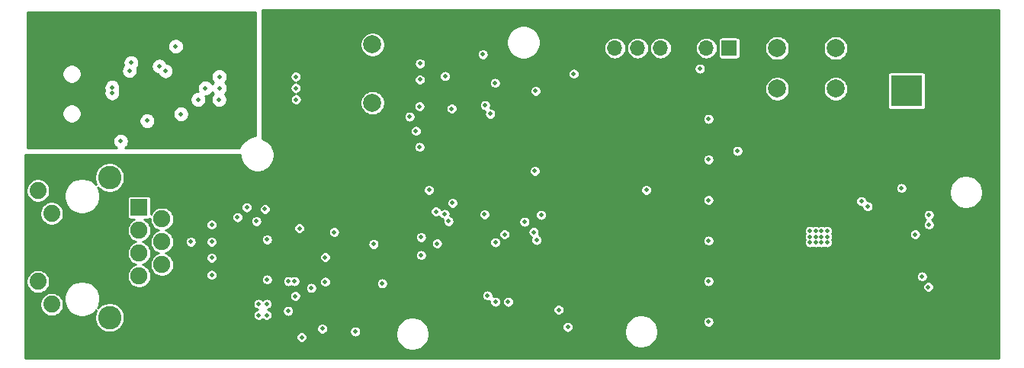
<source format=gbr>
G04 #@! TF.GenerationSoftware,KiCad,Pcbnew,(5.1.4)-1*
G04 #@! TF.CreationDate,2020-04-10T13:24:09-05:00*
G04 #@! TF.ProjectId,PIC32MZ_ETH_Demo,50494333-324d-45a5-9f45-54485f44656d,rev?*
G04 #@! TF.SameCoordinates,Original*
G04 #@! TF.FileFunction,Copper,L2,Inr*
G04 #@! TF.FilePolarity,Positive*
%FSLAX46Y46*%
G04 Gerber Fmt 4.6, Leading zero omitted, Abs format (unit mm)*
G04 Created by KiCad (PCBNEW (5.1.4)-1) date 2020-04-10 13:24:09*
%MOMM*%
%LPD*%
G04 APERTURE LIST*
%ADD10R,3.500000X3.500000*%
%ADD11O,1.700000X1.700000*%
%ADD12R,1.700000X1.700000*%
%ADD13R,1.900000X1.900000*%
%ADD14C,1.900000*%
%ADD15C,1.890000*%
%ADD16C,2.600000*%
%ADD17C,2.000000*%
%ADD18C,0.508000*%
%ADD19C,0.254000*%
G04 APERTURE END LIST*
D10*
X192976500Y-53975000D03*
X198976500Y-53975000D03*
X195976500Y-49275000D03*
D11*
X160575001Y-49212500D03*
X163115001Y-49212500D03*
X165655001Y-49212500D03*
X168195001Y-49212500D03*
X170735001Y-49212500D03*
D12*
X173275001Y-49212500D03*
D13*
X107759500Y-66929000D03*
D14*
X110299500Y-68199000D03*
X107759500Y-69469000D03*
X110299500Y-70739000D03*
X107759500Y-72009000D03*
X110299500Y-73279000D03*
X107759500Y-74549000D03*
X110299500Y-75819000D03*
D15*
X98039500Y-77699000D03*
X96519500Y-75159000D03*
X98039500Y-67589000D03*
X96519500Y-65049000D03*
D16*
X104469500Y-63599000D03*
X104469500Y-79149000D03*
D17*
X185102500Y-49221000D03*
X185102500Y-53721000D03*
X178602500Y-49221000D03*
X178602500Y-53721000D03*
X129159000Y-48808500D03*
X133659000Y-48808500D03*
X129159000Y-55308500D03*
X133659000Y-55308500D03*
D12*
X197993000Y-81026000D03*
D18*
X182499000Y-58547000D03*
X187452000Y-63944500D03*
X187452000Y-62801500D03*
X187452000Y-63373000D03*
X187007500Y-65532000D03*
X185864500Y-65532000D03*
X186436000Y-65532000D03*
X184785000Y-65532000D03*
X184213500Y-65532000D03*
X183642000Y-65532000D03*
X192405000Y-64770000D03*
X124523500Y-71564500D03*
X169884000Y-79629000D03*
X169884000Y-75120500D03*
X169884000Y-70612000D03*
X169884000Y-66103500D03*
X169884000Y-61595000D03*
X169884000Y-57086500D03*
X139065000Y-73321000D03*
X139954000Y-66082000D03*
X148378000Y-53086000D03*
X152886500Y-53975000D03*
X154622500Y-52064500D03*
X164084000Y-66082000D03*
X153247000Y-78295500D03*
X149838500Y-77406500D03*
X137075000Y-76390500D03*
X139996000Y-55689500D03*
X139996000Y-60198000D03*
X144060000Y-50990500D03*
X194691000Y-73491000D03*
X126399000Y-80073000D03*
X123248000Y-81534000D03*
X144560000Y-55943000D03*
X136758500Y-51109500D03*
X136138500Y-56642000D03*
X136138500Y-61214000D03*
X174186000Y-56134000D03*
X174186000Y-65151000D03*
X174186000Y-69659500D03*
X174186000Y-74168000D03*
X174186000Y-78676500D03*
X120862000Y-70485000D03*
X120862000Y-74930000D03*
X120962000Y-73914000D03*
X129518500Y-76073000D03*
X129518500Y-75184000D03*
X129201000Y-80391000D03*
X123604000Y-51117500D03*
X97795500Y-80073500D03*
X129518500Y-72453500D03*
X125158500Y-71564500D03*
X125793500Y-71564500D03*
X124523500Y-72199500D03*
X125158500Y-72199500D03*
X125793500Y-72199500D03*
X124523500Y-72834500D03*
X125158500Y-72834500D03*
X125793500Y-72834500D03*
X114596000Y-70739000D03*
X124142500Y-76796900D03*
X121031000Y-79988500D03*
X121920000Y-79988500D03*
X117147000Y-79121000D03*
X142621000Y-60325000D03*
X193018500Y-64008000D03*
X190621500Y-66669500D03*
X191521500Y-66669500D03*
X191521500Y-67569500D03*
X190621500Y-67569500D03*
X168931500Y-51498500D03*
X183134000Y-58547000D03*
X183769000Y-58547000D03*
X182499000Y-59182000D03*
X183134000Y-59182000D03*
X183769000Y-59182000D03*
X182499000Y-59817000D03*
X183134000Y-59817000D03*
X183769000Y-59817000D03*
X182499000Y-60452000D03*
X183134000Y-60452000D03*
X183769000Y-60452000D03*
X183959500Y-50863500D03*
X183324500Y-54800500D03*
X152360500Y-80200500D03*
X182245000Y-70802500D03*
X183515000Y-70167500D03*
X183515000Y-69532500D03*
X184150000Y-70802500D03*
X184150000Y-70167500D03*
X184150000Y-69532500D03*
X183515000Y-70802500D03*
X182880000Y-70167500D03*
X182880000Y-69532500D03*
X182245000Y-70167500D03*
X182245000Y-69532500D03*
X182880000Y-70802500D03*
X170984000Y-79629000D03*
X170984000Y-75120500D03*
X170984000Y-70612000D03*
X170984000Y-66103500D03*
X170984000Y-61595000D03*
X170984000Y-57086500D03*
X188658500Y-66802000D03*
X139065000Y-72221000D03*
X139954000Y-64982000D03*
X147278000Y-53086000D03*
X151786500Y-53975000D03*
X156019500Y-52064500D03*
X164084000Y-64982000D03*
X154347000Y-78295500D03*
X148738500Y-77406500D03*
X134747000Y-75369000D03*
X138896000Y-55689500D03*
X138896000Y-60198000D03*
X141732000Y-52329500D03*
X194691000Y-74591000D03*
X125799000Y-81343500D03*
X138958500Y-50929500D03*
X174186000Y-60642500D03*
X120777000Y-68453000D03*
X128101000Y-80391000D03*
X125180000Y-54927500D03*
X128418500Y-72453500D03*
X121031000Y-78888500D03*
X121025500Y-77640999D03*
X170031500Y-51498500D03*
X195453000Y-68834000D03*
X195453000Y-67754500D03*
X155360500Y-80200500D03*
X124299000Y-78423000D03*
X128418500Y-75184000D03*
X121962000Y-70485000D03*
X121962000Y-74930000D03*
X115818500Y-72517000D03*
X115818500Y-74422000D03*
X115818500Y-70739000D03*
X115818500Y-68834000D03*
X113496000Y-70739000D03*
X125095000Y-76777000D03*
X121925500Y-77640999D03*
X121920000Y-78888500D03*
X106723000Y-57213500D03*
X107172459Y-52729902D03*
X106912500Y-55435500D03*
X108717500Y-53493500D03*
X109907500Y-53493500D03*
X109907500Y-54323500D03*
X108717500Y-54323500D03*
X112395000Y-57636500D03*
X109347000Y-49170500D03*
X110236000Y-49170500D03*
X107632500Y-49564098D03*
X110107434Y-58195364D03*
X109924000Y-59563000D03*
X102876000Y-55892500D03*
X105092500Y-56573000D03*
X115528000Y-54927500D03*
X105092500Y-49234000D03*
X118204000Y-51117500D03*
X112395000Y-56536500D03*
X106682500Y-51731098D03*
X109982000Y-51223000D03*
X106871235Y-50820044D03*
X111823500Y-49016500D03*
X108648500Y-57293000D03*
X105722000Y-59563000D03*
X116628000Y-54927500D03*
X104749902Y-54210000D03*
X104749902Y-53575000D03*
X110680500Y-51752500D03*
X124333000Y-75120500D03*
X124993403Y-75120500D03*
X125546319Y-69245812D03*
X121729500Y-67114000D03*
X119713500Y-66914000D03*
X195389500Y-75755500D03*
X193929000Y-69913500D03*
X131762500Y-80708500D03*
X187960000Y-66230500D03*
X142460000Y-55943000D03*
X146177000Y-55568000D03*
X140848500Y-70929500D03*
X118681500Y-68008500D03*
X126873000Y-75877000D03*
X129418500Y-69659500D03*
X151574500Y-69659500D03*
X140716000Y-67373500D03*
X152400000Y-67754500D03*
X142557500Y-66421000D03*
X146113500Y-67691000D03*
X141682598Y-67646054D03*
X146431000Y-76708000D03*
X148336000Y-69913500D03*
X147320000Y-77406500D03*
X147320000Y-70802500D03*
X133794500Y-70993000D03*
X151701500Y-62865000D03*
X139065000Y-70231000D03*
X151892000Y-70548500D03*
X142113000Y-68453000D03*
X150558500Y-68516500D03*
X138493500Y-58420000D03*
X137795000Y-56832500D03*
X138938000Y-52710500D03*
X125153000Y-53657500D03*
X125153000Y-52387500D03*
X146748500Y-56515000D03*
X145923000Y-49911000D03*
X116655000Y-52387500D03*
X114300000Y-54927500D03*
X116655000Y-53657500D03*
X115125500Y-53657500D03*
D19*
G36*
X203238501Y-83668000D02*
G01*
X95148000Y-83668000D01*
X95148000Y-81280958D01*
X125164000Y-81280958D01*
X125164000Y-81406042D01*
X125188403Y-81528723D01*
X125236271Y-81644285D01*
X125305764Y-81748289D01*
X125394211Y-81836736D01*
X125498215Y-81906229D01*
X125613777Y-81954097D01*
X125736458Y-81978500D01*
X125861542Y-81978500D01*
X125984223Y-81954097D01*
X126099785Y-81906229D01*
X126203789Y-81836736D01*
X126292236Y-81748289D01*
X126361729Y-81644285D01*
X126409597Y-81528723D01*
X126434000Y-81406042D01*
X126434000Y-81280958D01*
X126409597Y-81158277D01*
X126361729Y-81042715D01*
X126292236Y-80938711D01*
X126203789Y-80850264D01*
X126099785Y-80780771D01*
X125984223Y-80732903D01*
X125861542Y-80708500D01*
X125736458Y-80708500D01*
X125613777Y-80732903D01*
X125498215Y-80780771D01*
X125394211Y-80850264D01*
X125305764Y-80938711D01*
X125236271Y-81042715D01*
X125188403Y-81158277D01*
X125164000Y-81280958D01*
X95148000Y-81280958D01*
X95148000Y-77568400D01*
X96713500Y-77568400D01*
X96713500Y-77829600D01*
X96764457Y-78085780D01*
X96864414Y-78327097D01*
X97009529Y-78544276D01*
X97194224Y-78728971D01*
X97411403Y-78874086D01*
X97652720Y-78974043D01*
X97908900Y-79025000D01*
X98170100Y-79025000D01*
X98426280Y-78974043D01*
X98667597Y-78874086D01*
X98884776Y-78728971D01*
X99069471Y-78544276D01*
X99214586Y-78327097D01*
X99314543Y-78085780D01*
X99365500Y-77829600D01*
X99365500Y-77568400D01*
X99314543Y-77312220D01*
X99214586Y-77070903D01*
X99094663Y-76891426D01*
X99413500Y-76891426D01*
X99413500Y-77286574D01*
X99490590Y-77674129D01*
X99641806Y-78039197D01*
X99861338Y-78367750D01*
X100140750Y-78647162D01*
X100469303Y-78866694D01*
X100834371Y-79017910D01*
X101221926Y-79095000D01*
X101617074Y-79095000D01*
X102004629Y-79017910D01*
X102369697Y-78866694D01*
X102698250Y-78647162D01*
X102970733Y-78374679D01*
X102853100Y-78658670D01*
X102788500Y-78983436D01*
X102788500Y-79314564D01*
X102853100Y-79639330D01*
X102979817Y-79945252D01*
X103163782Y-80220575D01*
X103397925Y-80454718D01*
X103673248Y-80638683D01*
X103979170Y-80765400D01*
X104303936Y-80830000D01*
X104635064Y-80830000D01*
X104959830Y-80765400D01*
X105265752Y-80638683D01*
X105541075Y-80454718D01*
X105667335Y-80328458D01*
X127466000Y-80328458D01*
X127466000Y-80453542D01*
X127490403Y-80576223D01*
X127538271Y-80691785D01*
X127607764Y-80795789D01*
X127696211Y-80884236D01*
X127800215Y-80953729D01*
X127915777Y-81001597D01*
X128038458Y-81026000D01*
X128163542Y-81026000D01*
X128286223Y-81001597D01*
X128401785Y-80953729D01*
X128505789Y-80884236D01*
X128594236Y-80795789D01*
X128663729Y-80691785D01*
X128682711Y-80645958D01*
X131127500Y-80645958D01*
X131127500Y-80771042D01*
X131151903Y-80893723D01*
X131199771Y-81009285D01*
X131269264Y-81113289D01*
X131357711Y-81201736D01*
X131461715Y-81271229D01*
X131577277Y-81319097D01*
X131699958Y-81343500D01*
X131825042Y-81343500D01*
X131947723Y-81319097D01*
X132063285Y-81271229D01*
X132167289Y-81201736D01*
X132255736Y-81113289D01*
X132325229Y-81009285D01*
X132373097Y-80893723D01*
X132396267Y-80777238D01*
X136231500Y-80777238D01*
X136231500Y-81147762D01*
X136303786Y-81511167D01*
X136445580Y-81853487D01*
X136651432Y-82161567D01*
X136913433Y-82423568D01*
X137221513Y-82629420D01*
X137563833Y-82771214D01*
X137927238Y-82843500D01*
X138297762Y-82843500D01*
X138661167Y-82771214D01*
X139003487Y-82629420D01*
X139311567Y-82423568D01*
X139573568Y-82161567D01*
X139779420Y-81853487D01*
X139921214Y-81511167D01*
X139993500Y-81147762D01*
X139993500Y-80777238D01*
X139921214Y-80413833D01*
X139806943Y-80137958D01*
X154725500Y-80137958D01*
X154725500Y-80263042D01*
X154749903Y-80385723D01*
X154797771Y-80501285D01*
X154867264Y-80605289D01*
X154955711Y-80693736D01*
X155059715Y-80763229D01*
X155175277Y-80811097D01*
X155297958Y-80835500D01*
X155423042Y-80835500D01*
X155545723Y-80811097D01*
X155661285Y-80763229D01*
X155765289Y-80693736D01*
X155853736Y-80605289D01*
X155908560Y-80523238D01*
X161631500Y-80523238D01*
X161631500Y-80893762D01*
X161703786Y-81257167D01*
X161845580Y-81599487D01*
X162051432Y-81907567D01*
X162313433Y-82169568D01*
X162621513Y-82375420D01*
X162963833Y-82517214D01*
X163327238Y-82589500D01*
X163697762Y-82589500D01*
X164061167Y-82517214D01*
X164403487Y-82375420D01*
X164711567Y-82169568D01*
X164973568Y-81907567D01*
X165179420Y-81599487D01*
X165321214Y-81257167D01*
X165393500Y-80893762D01*
X165393500Y-80523238D01*
X165321214Y-80159833D01*
X165179420Y-79817513D01*
X165011671Y-79566458D01*
X170349000Y-79566458D01*
X170349000Y-79691542D01*
X170373403Y-79814223D01*
X170421271Y-79929785D01*
X170490764Y-80033789D01*
X170579211Y-80122236D01*
X170683215Y-80191729D01*
X170798777Y-80239597D01*
X170921458Y-80264000D01*
X171046542Y-80264000D01*
X171169223Y-80239597D01*
X171284785Y-80191729D01*
X171388789Y-80122236D01*
X171477236Y-80033789D01*
X171546729Y-79929785D01*
X171594597Y-79814223D01*
X171619000Y-79691542D01*
X171619000Y-79566458D01*
X171594597Y-79443777D01*
X171546729Y-79328215D01*
X171477236Y-79224211D01*
X171388789Y-79135764D01*
X171284785Y-79066271D01*
X171169223Y-79018403D01*
X171046542Y-78994000D01*
X170921458Y-78994000D01*
X170798777Y-79018403D01*
X170683215Y-79066271D01*
X170579211Y-79135764D01*
X170490764Y-79224211D01*
X170421271Y-79328215D01*
X170373403Y-79443777D01*
X170349000Y-79566458D01*
X165011671Y-79566458D01*
X164973568Y-79509433D01*
X164711567Y-79247432D01*
X164403487Y-79041580D01*
X164061167Y-78899786D01*
X163697762Y-78827500D01*
X163327238Y-78827500D01*
X162963833Y-78899786D01*
X162621513Y-79041580D01*
X162313433Y-79247432D01*
X162051432Y-79509433D01*
X161845580Y-79817513D01*
X161703786Y-80159833D01*
X161631500Y-80523238D01*
X155908560Y-80523238D01*
X155923229Y-80501285D01*
X155971097Y-80385723D01*
X155995500Y-80263042D01*
X155995500Y-80137958D01*
X155971097Y-80015277D01*
X155923229Y-79899715D01*
X155853736Y-79795711D01*
X155765289Y-79707264D01*
X155661285Y-79637771D01*
X155545723Y-79589903D01*
X155423042Y-79565500D01*
X155297958Y-79565500D01*
X155175277Y-79589903D01*
X155059715Y-79637771D01*
X154955711Y-79707264D01*
X154867264Y-79795711D01*
X154797771Y-79899715D01*
X154749903Y-80015277D01*
X154725500Y-80137958D01*
X139806943Y-80137958D01*
X139779420Y-80071513D01*
X139573568Y-79763433D01*
X139311567Y-79501432D01*
X139003487Y-79295580D01*
X138661167Y-79153786D01*
X138297762Y-79081500D01*
X137927238Y-79081500D01*
X137563833Y-79153786D01*
X137221513Y-79295580D01*
X136913433Y-79501432D01*
X136651432Y-79763433D01*
X136445580Y-80071513D01*
X136303786Y-80413833D01*
X136231500Y-80777238D01*
X132396267Y-80777238D01*
X132397500Y-80771042D01*
X132397500Y-80645958D01*
X132373097Y-80523277D01*
X132325229Y-80407715D01*
X132255736Y-80303711D01*
X132167289Y-80215264D01*
X132063285Y-80145771D01*
X131947723Y-80097903D01*
X131825042Y-80073500D01*
X131699958Y-80073500D01*
X131577277Y-80097903D01*
X131461715Y-80145771D01*
X131357711Y-80215264D01*
X131269264Y-80303711D01*
X131199771Y-80407715D01*
X131151903Y-80523277D01*
X131127500Y-80645958D01*
X128682711Y-80645958D01*
X128711597Y-80576223D01*
X128736000Y-80453542D01*
X128736000Y-80328458D01*
X128711597Y-80205777D01*
X128663729Y-80090215D01*
X128594236Y-79986211D01*
X128505789Y-79897764D01*
X128401785Y-79828271D01*
X128286223Y-79780403D01*
X128163542Y-79756000D01*
X128038458Y-79756000D01*
X127915777Y-79780403D01*
X127800215Y-79828271D01*
X127696211Y-79897764D01*
X127607764Y-79986211D01*
X127538271Y-80090215D01*
X127490403Y-80205777D01*
X127466000Y-80328458D01*
X105667335Y-80328458D01*
X105775218Y-80220575D01*
X105959183Y-79945252D01*
X106085900Y-79639330D01*
X106150500Y-79314564D01*
X106150500Y-78983436D01*
X106085900Y-78658670D01*
X105959183Y-78352748D01*
X105775218Y-78077425D01*
X105541075Y-77843282D01*
X105265752Y-77659317D01*
X105070539Y-77578457D01*
X120390500Y-77578457D01*
X120390500Y-77703541D01*
X120414903Y-77826222D01*
X120462771Y-77941784D01*
X120532264Y-78045788D01*
X120620711Y-78134235D01*
X120724715Y-78203728D01*
X120840277Y-78251596D01*
X120909153Y-78265297D01*
X120845777Y-78277903D01*
X120730215Y-78325771D01*
X120626211Y-78395264D01*
X120537764Y-78483711D01*
X120468271Y-78587715D01*
X120420403Y-78703277D01*
X120396000Y-78825958D01*
X120396000Y-78951042D01*
X120420403Y-79073723D01*
X120468271Y-79189285D01*
X120537764Y-79293289D01*
X120626211Y-79381736D01*
X120730215Y-79451229D01*
X120845777Y-79499097D01*
X120968458Y-79523500D01*
X121093542Y-79523500D01*
X121216223Y-79499097D01*
X121331785Y-79451229D01*
X121435789Y-79381736D01*
X121475500Y-79342025D01*
X121515211Y-79381736D01*
X121619215Y-79451229D01*
X121734777Y-79499097D01*
X121857458Y-79523500D01*
X121982542Y-79523500D01*
X122105223Y-79499097D01*
X122220785Y-79451229D01*
X122324789Y-79381736D01*
X122413236Y-79293289D01*
X122482729Y-79189285D01*
X122530597Y-79073723D01*
X122555000Y-78951042D01*
X122555000Y-78825958D01*
X122530597Y-78703277D01*
X122482729Y-78587715D01*
X122413236Y-78483711D01*
X122324789Y-78395264D01*
X122272698Y-78360458D01*
X123664000Y-78360458D01*
X123664000Y-78485542D01*
X123688403Y-78608223D01*
X123736271Y-78723785D01*
X123805764Y-78827789D01*
X123894211Y-78916236D01*
X123998215Y-78985729D01*
X124113777Y-79033597D01*
X124236458Y-79058000D01*
X124361542Y-79058000D01*
X124484223Y-79033597D01*
X124599785Y-78985729D01*
X124703789Y-78916236D01*
X124792236Y-78827789D01*
X124861729Y-78723785D01*
X124909597Y-78608223D01*
X124934000Y-78485542D01*
X124934000Y-78360458D01*
X124909597Y-78237777D01*
X124907601Y-78232958D01*
X153712000Y-78232958D01*
X153712000Y-78358042D01*
X153736403Y-78480723D01*
X153784271Y-78596285D01*
X153853764Y-78700289D01*
X153942211Y-78788736D01*
X154046215Y-78858229D01*
X154161777Y-78906097D01*
X154284458Y-78930500D01*
X154409542Y-78930500D01*
X154532223Y-78906097D01*
X154647785Y-78858229D01*
X154751789Y-78788736D01*
X154840236Y-78700289D01*
X154909729Y-78596285D01*
X154957597Y-78480723D01*
X154982000Y-78358042D01*
X154982000Y-78232958D01*
X154957597Y-78110277D01*
X154909729Y-77994715D01*
X154840236Y-77890711D01*
X154751789Y-77802264D01*
X154647785Y-77732771D01*
X154532223Y-77684903D01*
X154409542Y-77660500D01*
X154284458Y-77660500D01*
X154161777Y-77684903D01*
X154046215Y-77732771D01*
X153942211Y-77802264D01*
X153853764Y-77890711D01*
X153784271Y-77994715D01*
X153736403Y-78110277D01*
X153712000Y-78232958D01*
X124907601Y-78232958D01*
X124861729Y-78122215D01*
X124792236Y-78018211D01*
X124703789Y-77929764D01*
X124599785Y-77860271D01*
X124484223Y-77812403D01*
X124361542Y-77788000D01*
X124236458Y-77788000D01*
X124113777Y-77812403D01*
X123998215Y-77860271D01*
X123894211Y-77929764D01*
X123805764Y-78018211D01*
X123736271Y-78122215D01*
X123688403Y-78237777D01*
X123664000Y-78360458D01*
X122272698Y-78360458D01*
X122220785Y-78325771D01*
X122105223Y-78277903D01*
X122041847Y-78265297D01*
X122110723Y-78251596D01*
X122226285Y-78203728D01*
X122330289Y-78134235D01*
X122418736Y-78045788D01*
X122488229Y-77941784D01*
X122536097Y-77826222D01*
X122560500Y-77703541D01*
X122560500Y-77578457D01*
X122536097Y-77455776D01*
X122488229Y-77340214D01*
X122418736Y-77236210D01*
X122330289Y-77147763D01*
X122226285Y-77078270D01*
X122110723Y-77030402D01*
X121988042Y-77005999D01*
X121862958Y-77005999D01*
X121740277Y-77030402D01*
X121624715Y-77078270D01*
X121520711Y-77147763D01*
X121475500Y-77192974D01*
X121430289Y-77147763D01*
X121326285Y-77078270D01*
X121210723Y-77030402D01*
X121088042Y-77005999D01*
X120962958Y-77005999D01*
X120840277Y-77030402D01*
X120724715Y-77078270D01*
X120620711Y-77147763D01*
X120532264Y-77236210D01*
X120462771Y-77340214D01*
X120414903Y-77455776D01*
X120390500Y-77578457D01*
X105070539Y-77578457D01*
X104959830Y-77532600D01*
X104635064Y-77468000D01*
X104303936Y-77468000D01*
X103979170Y-77532600D01*
X103673248Y-77659317D01*
X103397925Y-77843282D01*
X103187496Y-78053711D01*
X103197194Y-78039197D01*
X103348410Y-77674129D01*
X103425500Y-77286574D01*
X103425500Y-76891426D01*
X103390299Y-76714458D01*
X124460000Y-76714458D01*
X124460000Y-76839542D01*
X124484403Y-76962223D01*
X124532271Y-77077785D01*
X124601764Y-77181789D01*
X124690211Y-77270236D01*
X124794215Y-77339729D01*
X124909777Y-77387597D01*
X125032458Y-77412000D01*
X125157542Y-77412000D01*
X125280223Y-77387597D01*
X125395785Y-77339729D01*
X125499789Y-77270236D01*
X125588236Y-77181789D01*
X125657729Y-77077785D01*
X125705597Y-76962223D01*
X125730000Y-76839542D01*
X125730000Y-76714458D01*
X125716275Y-76645458D01*
X145796000Y-76645458D01*
X145796000Y-76770542D01*
X145820403Y-76893223D01*
X145868271Y-77008785D01*
X145937764Y-77112789D01*
X146026211Y-77201236D01*
X146130215Y-77270729D01*
X146245777Y-77318597D01*
X146368458Y-77343000D01*
X146493542Y-77343000D01*
X146616223Y-77318597D01*
X146696673Y-77285273D01*
X146685000Y-77343958D01*
X146685000Y-77469042D01*
X146709403Y-77591723D01*
X146757271Y-77707285D01*
X146826764Y-77811289D01*
X146915211Y-77899736D01*
X147019215Y-77969229D01*
X147134777Y-78017097D01*
X147257458Y-78041500D01*
X147382542Y-78041500D01*
X147505223Y-78017097D01*
X147620785Y-77969229D01*
X147724789Y-77899736D01*
X147813236Y-77811289D01*
X147882729Y-77707285D01*
X147930597Y-77591723D01*
X147955000Y-77469042D01*
X147955000Y-77343958D01*
X148103500Y-77343958D01*
X148103500Y-77469042D01*
X148127903Y-77591723D01*
X148175771Y-77707285D01*
X148245264Y-77811289D01*
X148333711Y-77899736D01*
X148437715Y-77969229D01*
X148553277Y-78017097D01*
X148675958Y-78041500D01*
X148801042Y-78041500D01*
X148923723Y-78017097D01*
X149039285Y-77969229D01*
X149143289Y-77899736D01*
X149231736Y-77811289D01*
X149301229Y-77707285D01*
X149349097Y-77591723D01*
X149373500Y-77469042D01*
X149373500Y-77343958D01*
X149349097Y-77221277D01*
X149301229Y-77105715D01*
X149231736Y-77001711D01*
X149143289Y-76913264D01*
X149039285Y-76843771D01*
X148923723Y-76795903D01*
X148801042Y-76771500D01*
X148675958Y-76771500D01*
X148553277Y-76795903D01*
X148437715Y-76843771D01*
X148333711Y-76913264D01*
X148245264Y-77001711D01*
X148175771Y-77105715D01*
X148127903Y-77221277D01*
X148103500Y-77343958D01*
X147955000Y-77343958D01*
X147930597Y-77221277D01*
X147882729Y-77105715D01*
X147813236Y-77001711D01*
X147724789Y-76913264D01*
X147620785Y-76843771D01*
X147505223Y-76795903D01*
X147382542Y-76771500D01*
X147257458Y-76771500D01*
X147134777Y-76795903D01*
X147054327Y-76829227D01*
X147066000Y-76770542D01*
X147066000Y-76645458D01*
X147041597Y-76522777D01*
X146993729Y-76407215D01*
X146924236Y-76303211D01*
X146835789Y-76214764D01*
X146731785Y-76145271D01*
X146616223Y-76097403D01*
X146493542Y-76073000D01*
X146368458Y-76073000D01*
X146245777Y-76097403D01*
X146130215Y-76145271D01*
X146026211Y-76214764D01*
X145937764Y-76303211D01*
X145868271Y-76407215D01*
X145820403Y-76522777D01*
X145796000Y-76645458D01*
X125716275Y-76645458D01*
X125705597Y-76591777D01*
X125657729Y-76476215D01*
X125588236Y-76372211D01*
X125499789Y-76283764D01*
X125395785Y-76214271D01*
X125280223Y-76166403D01*
X125157542Y-76142000D01*
X125032458Y-76142000D01*
X124909777Y-76166403D01*
X124794215Y-76214271D01*
X124690211Y-76283764D01*
X124601764Y-76372211D01*
X124532271Y-76476215D01*
X124484403Y-76591777D01*
X124460000Y-76714458D01*
X103390299Y-76714458D01*
X103348410Y-76503871D01*
X103197194Y-76138803D01*
X102977662Y-75810250D01*
X102698250Y-75530838D01*
X102369697Y-75311306D01*
X102004629Y-75160090D01*
X101617074Y-75083000D01*
X101221926Y-75083000D01*
X100834371Y-75160090D01*
X100469303Y-75311306D01*
X100140750Y-75530838D01*
X99861338Y-75810250D01*
X99641806Y-76138803D01*
X99490590Y-76503871D01*
X99413500Y-76891426D01*
X99094663Y-76891426D01*
X99069471Y-76853724D01*
X98884776Y-76669029D01*
X98667597Y-76523914D01*
X98426280Y-76423957D01*
X98170100Y-76373000D01*
X97908900Y-76373000D01*
X97652720Y-76423957D01*
X97411403Y-76523914D01*
X97194224Y-76669029D01*
X97009529Y-76853724D01*
X96864414Y-77070903D01*
X96764457Y-77312220D01*
X96713500Y-77568400D01*
X95148000Y-77568400D01*
X95148000Y-75028400D01*
X95193500Y-75028400D01*
X95193500Y-75289600D01*
X95244457Y-75545780D01*
X95344414Y-75787097D01*
X95489529Y-76004276D01*
X95674224Y-76188971D01*
X95891403Y-76334086D01*
X96132720Y-76434043D01*
X96388900Y-76485000D01*
X96650100Y-76485000D01*
X96906280Y-76434043D01*
X97147597Y-76334086D01*
X97364776Y-76188971D01*
X97549471Y-76004276D01*
X97694586Y-75787097D01*
X97794543Y-75545780D01*
X97845500Y-75289600D01*
X97845500Y-75028400D01*
X97794543Y-74772220D01*
X97694586Y-74530903D01*
X97549471Y-74313724D01*
X97364776Y-74129029D01*
X97147597Y-73983914D01*
X96906280Y-73883957D01*
X96650100Y-73833000D01*
X96388900Y-73833000D01*
X96132720Y-73883957D01*
X95891403Y-73983914D01*
X95674224Y-74129029D01*
X95489529Y-74313724D01*
X95344414Y-74530903D01*
X95244457Y-74772220D01*
X95193500Y-75028400D01*
X95148000Y-75028400D01*
X95148000Y-67458400D01*
X96713500Y-67458400D01*
X96713500Y-67719600D01*
X96764457Y-67975780D01*
X96864414Y-68217097D01*
X97009529Y-68434276D01*
X97194224Y-68618971D01*
X97411403Y-68764086D01*
X97652720Y-68864043D01*
X97908900Y-68915000D01*
X98170100Y-68915000D01*
X98426280Y-68864043D01*
X98667597Y-68764086D01*
X98884776Y-68618971D01*
X99069471Y-68434276D01*
X99214586Y-68217097D01*
X99314543Y-67975780D01*
X99365500Y-67719600D01*
X99365500Y-67458400D01*
X99314543Y-67202220D01*
X99214586Y-66960903D01*
X99069471Y-66743724D01*
X98884776Y-66559029D01*
X98667597Y-66413914D01*
X98426280Y-66313957D01*
X98170100Y-66263000D01*
X97908900Y-66263000D01*
X97652720Y-66313957D01*
X97411403Y-66413914D01*
X97194224Y-66559029D01*
X97009529Y-66743724D01*
X96864414Y-66960903D01*
X96764457Y-67202220D01*
X96713500Y-67458400D01*
X95148000Y-67458400D01*
X95148000Y-64918400D01*
X95193500Y-64918400D01*
X95193500Y-65179600D01*
X95244457Y-65435780D01*
X95344414Y-65677097D01*
X95489529Y-65894276D01*
X95674224Y-66078971D01*
X95891403Y-66224086D01*
X96132720Y-66324043D01*
X96388900Y-66375000D01*
X96650100Y-66375000D01*
X96906280Y-66324043D01*
X97147597Y-66224086D01*
X97364776Y-66078971D01*
X97549471Y-65894276D01*
X97694586Y-65677097D01*
X97783920Y-65461426D01*
X99413500Y-65461426D01*
X99413500Y-65856574D01*
X99490590Y-66244129D01*
X99641806Y-66609197D01*
X99861338Y-66937750D01*
X100140750Y-67217162D01*
X100469303Y-67436694D01*
X100834371Y-67587910D01*
X101221926Y-67665000D01*
X101617074Y-67665000D01*
X102004629Y-67587910D01*
X102369697Y-67436694D01*
X102698250Y-67217162D01*
X102977662Y-66937750D01*
X103197194Y-66609197D01*
X103348410Y-66244129D01*
X103401147Y-65979000D01*
X106426657Y-65979000D01*
X106426657Y-67879000D01*
X106434013Y-67953689D01*
X106455799Y-68025508D01*
X106491178Y-68091696D01*
X106538789Y-68149711D01*
X106596804Y-68197322D01*
X106662992Y-68232701D01*
X106734811Y-68254487D01*
X106809500Y-68261843D01*
X107195764Y-68261843D01*
X107129035Y-68289483D01*
X106911037Y-68435145D01*
X106725645Y-68620537D01*
X106579983Y-68838535D01*
X106479650Y-69080762D01*
X106428500Y-69337908D01*
X106428500Y-69600092D01*
X106479650Y-69857238D01*
X106579983Y-70099465D01*
X106725645Y-70317463D01*
X106911037Y-70502855D01*
X107129035Y-70648517D01*
X107347482Y-70739000D01*
X107129035Y-70829483D01*
X106911037Y-70975145D01*
X106725645Y-71160537D01*
X106579983Y-71378535D01*
X106479650Y-71620762D01*
X106428500Y-71877908D01*
X106428500Y-72140092D01*
X106479650Y-72397238D01*
X106579983Y-72639465D01*
X106725645Y-72857463D01*
X106911037Y-73042855D01*
X107129035Y-73188517D01*
X107347482Y-73279000D01*
X107129035Y-73369483D01*
X106911037Y-73515145D01*
X106725645Y-73700537D01*
X106579983Y-73918535D01*
X106479650Y-74160762D01*
X106428500Y-74417908D01*
X106428500Y-74680092D01*
X106479650Y-74937238D01*
X106579983Y-75179465D01*
X106725645Y-75397463D01*
X106911037Y-75582855D01*
X107129035Y-75728517D01*
X107371262Y-75828850D01*
X107628408Y-75880000D01*
X107890592Y-75880000D01*
X108147738Y-75828850D01*
X108182483Y-75814458D01*
X126238000Y-75814458D01*
X126238000Y-75939542D01*
X126262403Y-76062223D01*
X126310271Y-76177785D01*
X126379764Y-76281789D01*
X126468211Y-76370236D01*
X126572215Y-76439729D01*
X126687777Y-76487597D01*
X126810458Y-76512000D01*
X126935542Y-76512000D01*
X127058223Y-76487597D01*
X127173785Y-76439729D01*
X127277789Y-76370236D01*
X127366236Y-76281789D01*
X127435729Y-76177785D01*
X127483597Y-76062223D01*
X127508000Y-75939542D01*
X127508000Y-75814458D01*
X127483597Y-75691777D01*
X127435729Y-75576215D01*
X127366236Y-75472211D01*
X127277789Y-75383764D01*
X127173785Y-75314271D01*
X127058223Y-75266403D01*
X126935542Y-75242000D01*
X126810458Y-75242000D01*
X126687777Y-75266403D01*
X126572215Y-75314271D01*
X126468211Y-75383764D01*
X126379764Y-75472211D01*
X126310271Y-75576215D01*
X126262403Y-75691777D01*
X126238000Y-75814458D01*
X108182483Y-75814458D01*
X108389965Y-75728517D01*
X108607963Y-75582855D01*
X108793355Y-75397463D01*
X108939017Y-75179465D01*
X109039350Y-74937238D01*
X109090500Y-74680092D01*
X109090500Y-74417908D01*
X109039350Y-74160762D01*
X108939017Y-73918535D01*
X108793355Y-73700537D01*
X108607963Y-73515145D01*
X108389965Y-73369483D01*
X108171518Y-73279000D01*
X108389965Y-73188517D01*
X108607963Y-73042855D01*
X108793355Y-72857463D01*
X108939017Y-72639465D01*
X109039350Y-72397238D01*
X109090500Y-72140092D01*
X109090500Y-71877908D01*
X109039350Y-71620762D01*
X108939017Y-71378535D01*
X108793355Y-71160537D01*
X108607963Y-70975145D01*
X108389965Y-70829483D01*
X108171518Y-70739000D01*
X108389965Y-70648517D01*
X108607963Y-70502855D01*
X108793355Y-70317463D01*
X108939017Y-70099465D01*
X109039350Y-69857238D01*
X109090500Y-69600092D01*
X109090500Y-69337908D01*
X109039350Y-69080762D01*
X108939017Y-68838535D01*
X108793355Y-68620537D01*
X108607963Y-68435145D01*
X108389965Y-68289483D01*
X108323236Y-68261843D01*
X108709500Y-68261843D01*
X108784189Y-68254487D01*
X108856008Y-68232701D01*
X108922196Y-68197322D01*
X108968500Y-68159322D01*
X108968500Y-68330092D01*
X109019650Y-68587238D01*
X109119983Y-68829465D01*
X109265645Y-69047463D01*
X109451037Y-69232855D01*
X109669035Y-69378517D01*
X109887482Y-69469000D01*
X109669035Y-69559483D01*
X109451037Y-69705145D01*
X109265645Y-69890537D01*
X109119983Y-70108535D01*
X109019650Y-70350762D01*
X108968500Y-70607908D01*
X108968500Y-70870092D01*
X109019650Y-71127238D01*
X109119983Y-71369465D01*
X109265645Y-71587463D01*
X109451037Y-71772855D01*
X109669035Y-71918517D01*
X109887482Y-72009000D01*
X109669035Y-72099483D01*
X109451037Y-72245145D01*
X109265645Y-72430537D01*
X109119983Y-72648535D01*
X109019650Y-72890762D01*
X108968500Y-73147908D01*
X108968500Y-73410092D01*
X109019650Y-73667238D01*
X109119983Y-73909465D01*
X109265645Y-74127463D01*
X109451037Y-74312855D01*
X109669035Y-74458517D01*
X109911262Y-74558850D01*
X110168408Y-74610000D01*
X110430592Y-74610000D01*
X110687738Y-74558850D01*
X110929965Y-74458517D01*
X111078216Y-74359458D01*
X115183500Y-74359458D01*
X115183500Y-74484542D01*
X115207903Y-74607223D01*
X115255771Y-74722785D01*
X115325264Y-74826789D01*
X115413711Y-74915236D01*
X115517715Y-74984729D01*
X115633277Y-75032597D01*
X115755958Y-75057000D01*
X115881042Y-75057000D01*
X116003723Y-75032597D01*
X116119285Y-74984729D01*
X116223289Y-74915236D01*
X116271067Y-74867458D01*
X121327000Y-74867458D01*
X121327000Y-74992542D01*
X121351403Y-75115223D01*
X121399271Y-75230785D01*
X121468764Y-75334789D01*
X121557211Y-75423236D01*
X121661215Y-75492729D01*
X121776777Y-75540597D01*
X121899458Y-75565000D01*
X122024542Y-75565000D01*
X122147223Y-75540597D01*
X122262785Y-75492729D01*
X122366789Y-75423236D01*
X122455236Y-75334789D01*
X122524729Y-75230785D01*
X122572597Y-75115223D01*
X122583987Y-75057958D01*
X123698000Y-75057958D01*
X123698000Y-75183042D01*
X123722403Y-75305723D01*
X123770271Y-75421285D01*
X123839764Y-75525289D01*
X123928211Y-75613736D01*
X124032215Y-75683229D01*
X124147777Y-75731097D01*
X124270458Y-75755500D01*
X124395542Y-75755500D01*
X124518223Y-75731097D01*
X124633785Y-75683229D01*
X124663202Y-75663574D01*
X124692618Y-75683229D01*
X124808180Y-75731097D01*
X124930861Y-75755500D01*
X125055945Y-75755500D01*
X125178626Y-75731097D01*
X125294188Y-75683229D01*
X125398192Y-75613736D01*
X125486639Y-75525289D01*
X125556132Y-75421285D01*
X125604000Y-75305723D01*
X125628403Y-75183042D01*
X125628403Y-75121458D01*
X127783500Y-75121458D01*
X127783500Y-75246542D01*
X127807903Y-75369223D01*
X127855771Y-75484785D01*
X127925264Y-75588789D01*
X128013711Y-75677236D01*
X128117715Y-75746729D01*
X128233277Y-75794597D01*
X128355958Y-75819000D01*
X128481042Y-75819000D01*
X128603723Y-75794597D01*
X128719285Y-75746729D01*
X128823289Y-75677236D01*
X128911736Y-75588789D01*
X128981229Y-75484785D01*
X129029097Y-75369223D01*
X129041581Y-75306458D01*
X134112000Y-75306458D01*
X134112000Y-75431542D01*
X134136403Y-75554223D01*
X134184271Y-75669785D01*
X134253764Y-75773789D01*
X134342211Y-75862236D01*
X134446215Y-75931729D01*
X134561777Y-75979597D01*
X134684458Y-76004000D01*
X134809542Y-76004000D01*
X134932223Y-75979597D01*
X135047785Y-75931729D01*
X135151789Y-75862236D01*
X135240236Y-75773789D01*
X135309729Y-75669785D01*
X135357597Y-75554223D01*
X135382000Y-75431542D01*
X135382000Y-75306458D01*
X135357597Y-75183777D01*
X135309729Y-75068215D01*
X135302876Y-75057958D01*
X170349000Y-75057958D01*
X170349000Y-75183042D01*
X170373403Y-75305723D01*
X170421271Y-75421285D01*
X170490764Y-75525289D01*
X170579211Y-75613736D01*
X170683215Y-75683229D01*
X170798777Y-75731097D01*
X170921458Y-75755500D01*
X171046542Y-75755500D01*
X171169223Y-75731097D01*
X171261297Y-75692958D01*
X194754500Y-75692958D01*
X194754500Y-75818042D01*
X194778903Y-75940723D01*
X194826771Y-76056285D01*
X194896264Y-76160289D01*
X194984711Y-76248736D01*
X195088715Y-76318229D01*
X195204277Y-76366097D01*
X195326958Y-76390500D01*
X195452042Y-76390500D01*
X195574723Y-76366097D01*
X195690285Y-76318229D01*
X195794289Y-76248736D01*
X195882736Y-76160289D01*
X195952229Y-76056285D01*
X196000097Y-75940723D01*
X196024500Y-75818042D01*
X196024500Y-75692958D01*
X196000097Y-75570277D01*
X195952229Y-75454715D01*
X195882736Y-75350711D01*
X195794289Y-75262264D01*
X195690285Y-75192771D01*
X195574723Y-75144903D01*
X195452042Y-75120500D01*
X195326958Y-75120500D01*
X195204277Y-75144903D01*
X195088715Y-75192771D01*
X194984711Y-75262264D01*
X194896264Y-75350711D01*
X194826771Y-75454715D01*
X194778903Y-75570277D01*
X194754500Y-75692958D01*
X171261297Y-75692958D01*
X171284785Y-75683229D01*
X171388789Y-75613736D01*
X171477236Y-75525289D01*
X171546729Y-75421285D01*
X171594597Y-75305723D01*
X171619000Y-75183042D01*
X171619000Y-75057958D01*
X171594597Y-74935277D01*
X171546729Y-74819715D01*
X171477236Y-74715711D01*
X171388789Y-74627264D01*
X171284785Y-74557771D01*
X171214019Y-74528458D01*
X194056000Y-74528458D01*
X194056000Y-74653542D01*
X194080403Y-74776223D01*
X194128271Y-74891785D01*
X194197764Y-74995789D01*
X194286211Y-75084236D01*
X194390215Y-75153729D01*
X194505777Y-75201597D01*
X194628458Y-75226000D01*
X194753542Y-75226000D01*
X194876223Y-75201597D01*
X194991785Y-75153729D01*
X195095789Y-75084236D01*
X195184236Y-74995789D01*
X195253729Y-74891785D01*
X195301597Y-74776223D01*
X195326000Y-74653542D01*
X195326000Y-74528458D01*
X195301597Y-74405777D01*
X195253729Y-74290215D01*
X195184236Y-74186211D01*
X195095789Y-74097764D01*
X194991785Y-74028271D01*
X194876223Y-73980403D01*
X194753542Y-73956000D01*
X194628458Y-73956000D01*
X194505777Y-73980403D01*
X194390215Y-74028271D01*
X194286211Y-74097764D01*
X194197764Y-74186211D01*
X194128271Y-74290215D01*
X194080403Y-74405777D01*
X194056000Y-74528458D01*
X171214019Y-74528458D01*
X171169223Y-74509903D01*
X171046542Y-74485500D01*
X170921458Y-74485500D01*
X170798777Y-74509903D01*
X170683215Y-74557771D01*
X170579211Y-74627264D01*
X170490764Y-74715711D01*
X170421271Y-74819715D01*
X170373403Y-74935277D01*
X170349000Y-75057958D01*
X135302876Y-75057958D01*
X135240236Y-74964211D01*
X135151789Y-74875764D01*
X135047785Y-74806271D01*
X134932223Y-74758403D01*
X134809542Y-74734000D01*
X134684458Y-74734000D01*
X134561777Y-74758403D01*
X134446215Y-74806271D01*
X134342211Y-74875764D01*
X134253764Y-74964211D01*
X134184271Y-75068215D01*
X134136403Y-75183777D01*
X134112000Y-75306458D01*
X129041581Y-75306458D01*
X129053500Y-75246542D01*
X129053500Y-75121458D01*
X129029097Y-74998777D01*
X128981229Y-74883215D01*
X128911736Y-74779211D01*
X128823289Y-74690764D01*
X128719285Y-74621271D01*
X128603723Y-74573403D01*
X128481042Y-74549000D01*
X128355958Y-74549000D01*
X128233277Y-74573403D01*
X128117715Y-74621271D01*
X128013711Y-74690764D01*
X127925264Y-74779211D01*
X127855771Y-74883215D01*
X127807903Y-74998777D01*
X127783500Y-75121458D01*
X125628403Y-75121458D01*
X125628403Y-75057958D01*
X125604000Y-74935277D01*
X125556132Y-74819715D01*
X125486639Y-74715711D01*
X125398192Y-74627264D01*
X125294188Y-74557771D01*
X125178626Y-74509903D01*
X125055945Y-74485500D01*
X124930861Y-74485500D01*
X124808180Y-74509903D01*
X124692618Y-74557771D01*
X124663201Y-74577426D01*
X124633785Y-74557771D01*
X124518223Y-74509903D01*
X124395542Y-74485500D01*
X124270458Y-74485500D01*
X124147777Y-74509903D01*
X124032215Y-74557771D01*
X123928211Y-74627264D01*
X123839764Y-74715711D01*
X123770271Y-74819715D01*
X123722403Y-74935277D01*
X123698000Y-75057958D01*
X122583987Y-75057958D01*
X122597000Y-74992542D01*
X122597000Y-74867458D01*
X122572597Y-74744777D01*
X122524729Y-74629215D01*
X122455236Y-74525211D01*
X122366789Y-74436764D01*
X122262785Y-74367271D01*
X122147223Y-74319403D01*
X122024542Y-74295000D01*
X121899458Y-74295000D01*
X121776777Y-74319403D01*
X121661215Y-74367271D01*
X121557211Y-74436764D01*
X121468764Y-74525211D01*
X121399271Y-74629215D01*
X121351403Y-74744777D01*
X121327000Y-74867458D01*
X116271067Y-74867458D01*
X116311736Y-74826789D01*
X116381229Y-74722785D01*
X116429097Y-74607223D01*
X116453500Y-74484542D01*
X116453500Y-74359458D01*
X116429097Y-74236777D01*
X116381229Y-74121215D01*
X116311736Y-74017211D01*
X116223289Y-73928764D01*
X116119285Y-73859271D01*
X116003723Y-73811403D01*
X115881042Y-73787000D01*
X115755958Y-73787000D01*
X115633277Y-73811403D01*
X115517715Y-73859271D01*
X115413711Y-73928764D01*
X115325264Y-74017211D01*
X115255771Y-74121215D01*
X115207903Y-74236777D01*
X115183500Y-74359458D01*
X111078216Y-74359458D01*
X111147963Y-74312855D01*
X111333355Y-74127463D01*
X111479017Y-73909465D01*
X111579350Y-73667238D01*
X111630500Y-73410092D01*
X111630500Y-73147908D01*
X111579350Y-72890762D01*
X111479017Y-72648535D01*
X111349339Y-72454458D01*
X115183500Y-72454458D01*
X115183500Y-72579542D01*
X115207903Y-72702223D01*
X115255771Y-72817785D01*
X115325264Y-72921789D01*
X115413711Y-73010236D01*
X115517715Y-73079729D01*
X115633277Y-73127597D01*
X115755958Y-73152000D01*
X115881042Y-73152000D01*
X116003723Y-73127597D01*
X116119285Y-73079729D01*
X116223289Y-73010236D01*
X116311736Y-72921789D01*
X116381229Y-72817785D01*
X116429097Y-72702223D01*
X116453500Y-72579542D01*
X116453500Y-72454458D01*
X116440869Y-72390958D01*
X127783500Y-72390958D01*
X127783500Y-72516042D01*
X127807903Y-72638723D01*
X127855771Y-72754285D01*
X127925264Y-72858289D01*
X128013711Y-72946736D01*
X128117715Y-73016229D01*
X128233277Y-73064097D01*
X128355958Y-73088500D01*
X128481042Y-73088500D01*
X128603723Y-73064097D01*
X128719285Y-73016229D01*
X128823289Y-72946736D01*
X128911736Y-72858289D01*
X128981229Y-72754285D01*
X129029097Y-72638723D01*
X129053500Y-72516042D01*
X129053500Y-72390958D01*
X129029097Y-72268277D01*
X128983608Y-72158458D01*
X138430000Y-72158458D01*
X138430000Y-72283542D01*
X138454403Y-72406223D01*
X138502271Y-72521785D01*
X138571764Y-72625789D01*
X138660211Y-72714236D01*
X138764215Y-72783729D01*
X138879777Y-72831597D01*
X139002458Y-72856000D01*
X139127542Y-72856000D01*
X139250223Y-72831597D01*
X139365785Y-72783729D01*
X139469789Y-72714236D01*
X139558236Y-72625789D01*
X139627729Y-72521785D01*
X139675597Y-72406223D01*
X139700000Y-72283542D01*
X139700000Y-72158458D01*
X139675597Y-72035777D01*
X139627729Y-71920215D01*
X139558236Y-71816211D01*
X139469789Y-71727764D01*
X139365785Y-71658271D01*
X139250223Y-71610403D01*
X139127542Y-71586000D01*
X139002458Y-71586000D01*
X138879777Y-71610403D01*
X138764215Y-71658271D01*
X138660211Y-71727764D01*
X138571764Y-71816211D01*
X138502271Y-71920215D01*
X138454403Y-72035777D01*
X138430000Y-72158458D01*
X128983608Y-72158458D01*
X128981229Y-72152715D01*
X128911736Y-72048711D01*
X128823289Y-71960264D01*
X128719285Y-71890771D01*
X128603723Y-71842903D01*
X128481042Y-71818500D01*
X128355958Y-71818500D01*
X128233277Y-71842903D01*
X128117715Y-71890771D01*
X128013711Y-71960264D01*
X127925264Y-72048711D01*
X127855771Y-72152715D01*
X127807903Y-72268277D01*
X127783500Y-72390958D01*
X116440869Y-72390958D01*
X116429097Y-72331777D01*
X116381229Y-72216215D01*
X116311736Y-72112211D01*
X116223289Y-72023764D01*
X116119285Y-71954271D01*
X116003723Y-71906403D01*
X115881042Y-71882000D01*
X115755958Y-71882000D01*
X115633277Y-71906403D01*
X115517715Y-71954271D01*
X115413711Y-72023764D01*
X115325264Y-72112211D01*
X115255771Y-72216215D01*
X115207903Y-72331777D01*
X115183500Y-72454458D01*
X111349339Y-72454458D01*
X111333355Y-72430537D01*
X111147963Y-72245145D01*
X110929965Y-72099483D01*
X110711518Y-72009000D01*
X110929965Y-71918517D01*
X111147963Y-71772855D01*
X111333355Y-71587463D01*
X111479017Y-71369465D01*
X111579350Y-71127238D01*
X111630500Y-70870092D01*
X111630500Y-70676458D01*
X112861000Y-70676458D01*
X112861000Y-70801542D01*
X112885403Y-70924223D01*
X112933271Y-71039785D01*
X113002764Y-71143789D01*
X113091211Y-71232236D01*
X113195215Y-71301729D01*
X113310777Y-71349597D01*
X113433458Y-71374000D01*
X113558542Y-71374000D01*
X113681223Y-71349597D01*
X113796785Y-71301729D01*
X113900789Y-71232236D01*
X113989236Y-71143789D01*
X114058729Y-71039785D01*
X114106597Y-70924223D01*
X114131000Y-70801542D01*
X114131000Y-70676458D01*
X115183500Y-70676458D01*
X115183500Y-70801542D01*
X115207903Y-70924223D01*
X115255771Y-71039785D01*
X115325264Y-71143789D01*
X115413711Y-71232236D01*
X115517715Y-71301729D01*
X115633277Y-71349597D01*
X115755958Y-71374000D01*
X115881042Y-71374000D01*
X116003723Y-71349597D01*
X116119285Y-71301729D01*
X116223289Y-71232236D01*
X116311736Y-71143789D01*
X116381229Y-71039785D01*
X116429097Y-70924223D01*
X116453500Y-70801542D01*
X116453500Y-70676458D01*
X116429097Y-70553777D01*
X116381229Y-70438215D01*
X116370701Y-70422458D01*
X121327000Y-70422458D01*
X121327000Y-70547542D01*
X121351403Y-70670223D01*
X121399271Y-70785785D01*
X121468764Y-70889789D01*
X121557211Y-70978236D01*
X121661215Y-71047729D01*
X121776777Y-71095597D01*
X121899458Y-71120000D01*
X122024542Y-71120000D01*
X122147223Y-71095597D01*
X122262785Y-71047729D01*
X122366789Y-70978236D01*
X122414567Y-70930458D01*
X133159500Y-70930458D01*
X133159500Y-71055542D01*
X133183903Y-71178223D01*
X133231771Y-71293785D01*
X133301264Y-71397789D01*
X133389711Y-71486236D01*
X133493715Y-71555729D01*
X133609277Y-71603597D01*
X133731958Y-71628000D01*
X133857042Y-71628000D01*
X133979723Y-71603597D01*
X134095285Y-71555729D01*
X134199289Y-71486236D01*
X134287736Y-71397789D01*
X134357229Y-71293785D01*
X134405097Y-71178223D01*
X134429500Y-71055542D01*
X134429500Y-70930458D01*
X134416869Y-70866958D01*
X140213500Y-70866958D01*
X140213500Y-70992042D01*
X140237903Y-71114723D01*
X140285771Y-71230285D01*
X140355264Y-71334289D01*
X140443711Y-71422736D01*
X140547715Y-71492229D01*
X140663277Y-71540097D01*
X140785958Y-71564500D01*
X140911042Y-71564500D01*
X141033723Y-71540097D01*
X141149285Y-71492229D01*
X141253289Y-71422736D01*
X141341736Y-71334289D01*
X141411229Y-71230285D01*
X141459097Y-71114723D01*
X141483500Y-70992042D01*
X141483500Y-70866958D01*
X141459097Y-70744277D01*
X141457308Y-70739958D01*
X146685000Y-70739958D01*
X146685000Y-70865042D01*
X146709403Y-70987723D01*
X146757271Y-71103285D01*
X146826764Y-71207289D01*
X146915211Y-71295736D01*
X147019215Y-71365229D01*
X147134777Y-71413097D01*
X147257458Y-71437500D01*
X147382542Y-71437500D01*
X147505223Y-71413097D01*
X147620785Y-71365229D01*
X147724789Y-71295736D01*
X147813236Y-71207289D01*
X147882729Y-71103285D01*
X147930597Y-70987723D01*
X147955000Y-70865042D01*
X147955000Y-70739958D01*
X147930597Y-70617277D01*
X147882729Y-70501715D01*
X147813236Y-70397711D01*
X147724789Y-70309264D01*
X147620785Y-70239771D01*
X147505223Y-70191903D01*
X147382542Y-70167500D01*
X147257458Y-70167500D01*
X147134777Y-70191903D01*
X147019215Y-70239771D01*
X146915211Y-70309264D01*
X146826764Y-70397711D01*
X146757271Y-70501715D01*
X146709403Y-70617277D01*
X146685000Y-70739958D01*
X141457308Y-70739958D01*
X141411229Y-70628715D01*
X141341736Y-70524711D01*
X141253289Y-70436264D01*
X141149285Y-70366771D01*
X141033723Y-70318903D01*
X140911042Y-70294500D01*
X140785958Y-70294500D01*
X140663277Y-70318903D01*
X140547715Y-70366771D01*
X140443711Y-70436264D01*
X140355264Y-70524711D01*
X140285771Y-70628715D01*
X140237903Y-70744277D01*
X140213500Y-70866958D01*
X134416869Y-70866958D01*
X134405097Y-70807777D01*
X134357229Y-70692215D01*
X134287736Y-70588211D01*
X134199289Y-70499764D01*
X134095285Y-70430271D01*
X133979723Y-70382403D01*
X133857042Y-70358000D01*
X133731958Y-70358000D01*
X133609277Y-70382403D01*
X133493715Y-70430271D01*
X133389711Y-70499764D01*
X133301264Y-70588211D01*
X133231771Y-70692215D01*
X133183903Y-70807777D01*
X133159500Y-70930458D01*
X122414567Y-70930458D01*
X122455236Y-70889789D01*
X122524729Y-70785785D01*
X122572597Y-70670223D01*
X122597000Y-70547542D01*
X122597000Y-70422458D01*
X122572597Y-70299777D01*
X122524729Y-70184215D01*
X122455236Y-70080211D01*
X122366789Y-69991764D01*
X122262785Y-69922271D01*
X122147223Y-69874403D01*
X122024542Y-69850000D01*
X121899458Y-69850000D01*
X121776777Y-69874403D01*
X121661215Y-69922271D01*
X121557211Y-69991764D01*
X121468764Y-70080211D01*
X121399271Y-70184215D01*
X121351403Y-70299777D01*
X121327000Y-70422458D01*
X116370701Y-70422458D01*
X116311736Y-70334211D01*
X116223289Y-70245764D01*
X116119285Y-70176271D01*
X116003723Y-70128403D01*
X115881042Y-70104000D01*
X115755958Y-70104000D01*
X115633277Y-70128403D01*
X115517715Y-70176271D01*
X115413711Y-70245764D01*
X115325264Y-70334211D01*
X115255771Y-70438215D01*
X115207903Y-70553777D01*
X115183500Y-70676458D01*
X114131000Y-70676458D01*
X114106597Y-70553777D01*
X114058729Y-70438215D01*
X113989236Y-70334211D01*
X113900789Y-70245764D01*
X113796785Y-70176271D01*
X113681223Y-70128403D01*
X113558542Y-70104000D01*
X113433458Y-70104000D01*
X113310777Y-70128403D01*
X113195215Y-70176271D01*
X113091211Y-70245764D01*
X113002764Y-70334211D01*
X112933271Y-70438215D01*
X112885403Y-70553777D01*
X112861000Y-70676458D01*
X111630500Y-70676458D01*
X111630500Y-70607908D01*
X111579350Y-70350762D01*
X111479017Y-70108535D01*
X111333355Y-69890537D01*
X111147963Y-69705145D01*
X110929965Y-69559483D01*
X110711518Y-69469000D01*
X110929965Y-69378517D01*
X111147963Y-69232855D01*
X111333355Y-69047463D01*
X111479017Y-68829465D01*
X111503044Y-68771458D01*
X115183500Y-68771458D01*
X115183500Y-68896542D01*
X115207903Y-69019223D01*
X115255771Y-69134785D01*
X115325264Y-69238789D01*
X115413711Y-69327236D01*
X115517715Y-69396729D01*
X115633277Y-69444597D01*
X115755958Y-69469000D01*
X115881042Y-69469000D01*
X116003723Y-69444597D01*
X116119285Y-69396729D01*
X116223289Y-69327236D01*
X116311736Y-69238789D01*
X116348832Y-69183270D01*
X124911319Y-69183270D01*
X124911319Y-69308354D01*
X124935722Y-69431035D01*
X124983590Y-69546597D01*
X125053083Y-69650601D01*
X125141530Y-69739048D01*
X125245534Y-69808541D01*
X125361096Y-69856409D01*
X125483777Y-69880812D01*
X125608861Y-69880812D01*
X125731542Y-69856409D01*
X125847104Y-69808541D01*
X125951108Y-69739048D01*
X126039555Y-69650601D01*
X126075397Y-69596958D01*
X128783500Y-69596958D01*
X128783500Y-69722042D01*
X128807903Y-69844723D01*
X128855771Y-69960285D01*
X128925264Y-70064289D01*
X129013711Y-70152736D01*
X129117715Y-70222229D01*
X129233277Y-70270097D01*
X129355958Y-70294500D01*
X129481042Y-70294500D01*
X129603723Y-70270097D01*
X129719285Y-70222229D01*
X129799759Y-70168458D01*
X138430000Y-70168458D01*
X138430000Y-70293542D01*
X138454403Y-70416223D01*
X138502271Y-70531785D01*
X138571764Y-70635789D01*
X138660211Y-70724236D01*
X138764215Y-70793729D01*
X138879777Y-70841597D01*
X139002458Y-70866000D01*
X139127542Y-70866000D01*
X139250223Y-70841597D01*
X139365785Y-70793729D01*
X139469789Y-70724236D01*
X139558236Y-70635789D01*
X139627729Y-70531785D01*
X139675597Y-70416223D01*
X139700000Y-70293542D01*
X139700000Y-70168458D01*
X139675597Y-70045777D01*
X139627729Y-69930215D01*
X139574772Y-69850958D01*
X147701000Y-69850958D01*
X147701000Y-69976042D01*
X147725403Y-70098723D01*
X147773271Y-70214285D01*
X147842764Y-70318289D01*
X147931211Y-70406736D01*
X148035215Y-70476229D01*
X148150777Y-70524097D01*
X148273458Y-70548500D01*
X148398542Y-70548500D01*
X148521223Y-70524097D01*
X148636785Y-70476229D01*
X148740789Y-70406736D01*
X148829236Y-70318289D01*
X148898729Y-70214285D01*
X148946597Y-70098723D01*
X148971000Y-69976042D01*
X148971000Y-69850958D01*
X148946597Y-69728277D01*
X148898729Y-69612715D01*
X148888201Y-69596958D01*
X150939500Y-69596958D01*
X150939500Y-69722042D01*
X150963903Y-69844723D01*
X151011771Y-69960285D01*
X151081264Y-70064289D01*
X151169711Y-70152736D01*
X151273715Y-70222229D01*
X151330566Y-70245778D01*
X151329271Y-70247715D01*
X151281403Y-70363277D01*
X151257000Y-70485958D01*
X151257000Y-70611042D01*
X151281403Y-70733723D01*
X151329271Y-70849285D01*
X151398764Y-70953289D01*
X151487211Y-71041736D01*
X151591215Y-71111229D01*
X151706777Y-71159097D01*
X151829458Y-71183500D01*
X151954542Y-71183500D01*
X152077223Y-71159097D01*
X152192785Y-71111229D01*
X152296789Y-71041736D01*
X152385236Y-70953289D01*
X152454729Y-70849285D01*
X152502597Y-70733723D01*
X152527000Y-70611042D01*
X152527000Y-70549458D01*
X170349000Y-70549458D01*
X170349000Y-70674542D01*
X170373403Y-70797223D01*
X170421271Y-70912785D01*
X170490764Y-71016789D01*
X170579211Y-71105236D01*
X170683215Y-71174729D01*
X170798777Y-71222597D01*
X170921458Y-71247000D01*
X171046542Y-71247000D01*
X171169223Y-71222597D01*
X171284785Y-71174729D01*
X171388789Y-71105236D01*
X171477236Y-71016789D01*
X171546729Y-70912785D01*
X171594597Y-70797223D01*
X171619000Y-70674542D01*
X171619000Y-70549458D01*
X171594597Y-70426777D01*
X171546729Y-70311215D01*
X171477236Y-70207211D01*
X171388789Y-70118764D01*
X171284785Y-70049271D01*
X171169223Y-70001403D01*
X171046542Y-69977000D01*
X170921458Y-69977000D01*
X170798777Y-70001403D01*
X170683215Y-70049271D01*
X170579211Y-70118764D01*
X170490764Y-70207211D01*
X170421271Y-70311215D01*
X170373403Y-70426777D01*
X170349000Y-70549458D01*
X152527000Y-70549458D01*
X152527000Y-70485958D01*
X152502597Y-70363277D01*
X152454729Y-70247715D01*
X152385236Y-70143711D01*
X152296789Y-70055264D01*
X152192785Y-69985771D01*
X152135934Y-69962222D01*
X152137229Y-69960285D01*
X152185097Y-69844723D01*
X152209500Y-69722042D01*
X152209500Y-69596958D01*
X152185097Y-69474277D01*
X152183308Y-69469958D01*
X181610000Y-69469958D01*
X181610000Y-69595042D01*
X181634403Y-69717723D01*
X181682271Y-69833285D01*
X181693440Y-69850000D01*
X181682271Y-69866715D01*
X181634403Y-69982277D01*
X181610000Y-70104958D01*
X181610000Y-70230042D01*
X181634403Y-70352723D01*
X181682271Y-70468285D01*
X181693440Y-70485000D01*
X181682271Y-70501715D01*
X181634403Y-70617277D01*
X181610000Y-70739958D01*
X181610000Y-70865042D01*
X181634403Y-70987723D01*
X181682271Y-71103285D01*
X181751764Y-71207289D01*
X181840211Y-71295736D01*
X181944215Y-71365229D01*
X182059777Y-71413097D01*
X182182458Y-71437500D01*
X182307542Y-71437500D01*
X182430223Y-71413097D01*
X182545785Y-71365229D01*
X182562500Y-71354060D01*
X182579215Y-71365229D01*
X182694777Y-71413097D01*
X182817458Y-71437500D01*
X182942542Y-71437500D01*
X183065223Y-71413097D01*
X183180785Y-71365229D01*
X183197500Y-71354060D01*
X183214215Y-71365229D01*
X183329777Y-71413097D01*
X183452458Y-71437500D01*
X183577542Y-71437500D01*
X183700223Y-71413097D01*
X183815785Y-71365229D01*
X183832500Y-71354060D01*
X183849215Y-71365229D01*
X183964777Y-71413097D01*
X184087458Y-71437500D01*
X184212542Y-71437500D01*
X184335223Y-71413097D01*
X184450785Y-71365229D01*
X184554789Y-71295736D01*
X184643236Y-71207289D01*
X184712729Y-71103285D01*
X184760597Y-70987723D01*
X184785000Y-70865042D01*
X184785000Y-70739958D01*
X184760597Y-70617277D01*
X184712729Y-70501715D01*
X184701560Y-70485000D01*
X184712729Y-70468285D01*
X184760597Y-70352723D01*
X184785000Y-70230042D01*
X184785000Y-70104958D01*
X184760597Y-69982277D01*
X184712729Y-69866715D01*
X184702201Y-69850958D01*
X193294000Y-69850958D01*
X193294000Y-69976042D01*
X193318403Y-70098723D01*
X193366271Y-70214285D01*
X193435764Y-70318289D01*
X193524211Y-70406736D01*
X193628215Y-70476229D01*
X193743777Y-70524097D01*
X193866458Y-70548500D01*
X193991542Y-70548500D01*
X194114223Y-70524097D01*
X194229785Y-70476229D01*
X194333789Y-70406736D01*
X194422236Y-70318289D01*
X194491729Y-70214285D01*
X194539597Y-70098723D01*
X194564000Y-69976042D01*
X194564000Y-69850958D01*
X194539597Y-69728277D01*
X194491729Y-69612715D01*
X194422236Y-69508711D01*
X194333789Y-69420264D01*
X194229785Y-69350771D01*
X194114223Y-69302903D01*
X193991542Y-69278500D01*
X193866458Y-69278500D01*
X193743777Y-69302903D01*
X193628215Y-69350771D01*
X193524211Y-69420264D01*
X193435764Y-69508711D01*
X193366271Y-69612715D01*
X193318403Y-69728277D01*
X193294000Y-69850958D01*
X184702201Y-69850958D01*
X184701560Y-69850000D01*
X184712729Y-69833285D01*
X184760597Y-69717723D01*
X184785000Y-69595042D01*
X184785000Y-69469958D01*
X184760597Y-69347277D01*
X184712729Y-69231715D01*
X184643236Y-69127711D01*
X184554789Y-69039264D01*
X184450785Y-68969771D01*
X184335223Y-68921903D01*
X184212542Y-68897500D01*
X184087458Y-68897500D01*
X183964777Y-68921903D01*
X183849215Y-68969771D01*
X183832500Y-68980940D01*
X183815785Y-68969771D01*
X183700223Y-68921903D01*
X183577542Y-68897500D01*
X183452458Y-68897500D01*
X183329777Y-68921903D01*
X183214215Y-68969771D01*
X183197500Y-68980940D01*
X183180785Y-68969771D01*
X183065223Y-68921903D01*
X182942542Y-68897500D01*
X182817458Y-68897500D01*
X182694777Y-68921903D01*
X182579215Y-68969771D01*
X182562500Y-68980940D01*
X182545785Y-68969771D01*
X182430223Y-68921903D01*
X182307542Y-68897500D01*
X182182458Y-68897500D01*
X182059777Y-68921903D01*
X181944215Y-68969771D01*
X181840211Y-69039264D01*
X181751764Y-69127711D01*
X181682271Y-69231715D01*
X181634403Y-69347277D01*
X181610000Y-69469958D01*
X152183308Y-69469958D01*
X152137229Y-69358715D01*
X152067736Y-69254711D01*
X151979289Y-69166264D01*
X151875285Y-69096771D01*
X151759723Y-69048903D01*
X151637042Y-69024500D01*
X151511958Y-69024500D01*
X151389277Y-69048903D01*
X151273715Y-69096771D01*
X151169711Y-69166264D01*
X151081264Y-69254711D01*
X151011771Y-69358715D01*
X150963903Y-69474277D01*
X150939500Y-69596958D01*
X148888201Y-69596958D01*
X148829236Y-69508711D01*
X148740789Y-69420264D01*
X148636785Y-69350771D01*
X148521223Y-69302903D01*
X148398542Y-69278500D01*
X148273458Y-69278500D01*
X148150777Y-69302903D01*
X148035215Y-69350771D01*
X147931211Y-69420264D01*
X147842764Y-69508711D01*
X147773271Y-69612715D01*
X147725403Y-69728277D01*
X147701000Y-69850958D01*
X139574772Y-69850958D01*
X139558236Y-69826211D01*
X139469789Y-69737764D01*
X139365785Y-69668271D01*
X139250223Y-69620403D01*
X139127542Y-69596000D01*
X139002458Y-69596000D01*
X138879777Y-69620403D01*
X138764215Y-69668271D01*
X138660211Y-69737764D01*
X138571764Y-69826211D01*
X138502271Y-69930215D01*
X138454403Y-70045777D01*
X138430000Y-70168458D01*
X129799759Y-70168458D01*
X129823289Y-70152736D01*
X129911736Y-70064289D01*
X129981229Y-69960285D01*
X130029097Y-69844723D01*
X130053500Y-69722042D01*
X130053500Y-69596958D01*
X130029097Y-69474277D01*
X129981229Y-69358715D01*
X129911736Y-69254711D01*
X129823289Y-69166264D01*
X129719285Y-69096771D01*
X129603723Y-69048903D01*
X129481042Y-69024500D01*
X129355958Y-69024500D01*
X129233277Y-69048903D01*
X129117715Y-69096771D01*
X129013711Y-69166264D01*
X128925264Y-69254711D01*
X128855771Y-69358715D01*
X128807903Y-69474277D01*
X128783500Y-69596958D01*
X126075397Y-69596958D01*
X126109048Y-69546597D01*
X126156916Y-69431035D01*
X126181319Y-69308354D01*
X126181319Y-69183270D01*
X126156916Y-69060589D01*
X126109048Y-68945027D01*
X126039555Y-68841023D01*
X125951108Y-68752576D01*
X125847104Y-68683083D01*
X125731542Y-68635215D01*
X125608861Y-68610812D01*
X125483777Y-68610812D01*
X125361096Y-68635215D01*
X125245534Y-68683083D01*
X125141530Y-68752576D01*
X125053083Y-68841023D01*
X124983590Y-68945027D01*
X124935722Y-69060589D01*
X124911319Y-69183270D01*
X116348832Y-69183270D01*
X116381229Y-69134785D01*
X116429097Y-69019223D01*
X116453500Y-68896542D01*
X116453500Y-68771458D01*
X116429097Y-68648777D01*
X116381229Y-68533215D01*
X116311736Y-68429211D01*
X116223289Y-68340764D01*
X116119285Y-68271271D01*
X116003723Y-68223403D01*
X115881042Y-68199000D01*
X115755958Y-68199000D01*
X115633277Y-68223403D01*
X115517715Y-68271271D01*
X115413711Y-68340764D01*
X115325264Y-68429211D01*
X115255771Y-68533215D01*
X115207903Y-68648777D01*
X115183500Y-68771458D01*
X111503044Y-68771458D01*
X111579350Y-68587238D01*
X111630500Y-68330092D01*
X111630500Y-68067908D01*
X111606243Y-67945958D01*
X118046500Y-67945958D01*
X118046500Y-68071042D01*
X118070903Y-68193723D01*
X118118771Y-68309285D01*
X118188264Y-68413289D01*
X118276711Y-68501736D01*
X118380715Y-68571229D01*
X118496277Y-68619097D01*
X118618958Y-68643500D01*
X118744042Y-68643500D01*
X118866723Y-68619097D01*
X118982285Y-68571229D01*
X119086289Y-68501736D01*
X119174736Y-68413289D01*
X119189991Y-68390458D01*
X120142000Y-68390458D01*
X120142000Y-68515542D01*
X120166403Y-68638223D01*
X120214271Y-68753785D01*
X120283764Y-68857789D01*
X120372211Y-68946236D01*
X120476215Y-69015729D01*
X120591777Y-69063597D01*
X120714458Y-69088000D01*
X120839542Y-69088000D01*
X120962223Y-69063597D01*
X121077785Y-69015729D01*
X121181789Y-68946236D01*
X121270236Y-68857789D01*
X121339729Y-68753785D01*
X121387597Y-68638223D01*
X121412000Y-68515542D01*
X121412000Y-68390458D01*
X121387597Y-68267777D01*
X121339729Y-68152215D01*
X121270236Y-68048211D01*
X121181789Y-67959764D01*
X121077785Y-67890271D01*
X120962223Y-67842403D01*
X120839542Y-67818000D01*
X120714458Y-67818000D01*
X120591777Y-67842403D01*
X120476215Y-67890271D01*
X120372211Y-67959764D01*
X120283764Y-68048211D01*
X120214271Y-68152215D01*
X120166403Y-68267777D01*
X120142000Y-68390458D01*
X119189991Y-68390458D01*
X119244229Y-68309285D01*
X119292097Y-68193723D01*
X119316500Y-68071042D01*
X119316500Y-67945958D01*
X119292097Y-67823277D01*
X119244229Y-67707715D01*
X119174736Y-67603711D01*
X119086289Y-67515264D01*
X118982285Y-67445771D01*
X118866723Y-67397903D01*
X118744042Y-67373500D01*
X118618958Y-67373500D01*
X118496277Y-67397903D01*
X118380715Y-67445771D01*
X118276711Y-67515264D01*
X118188264Y-67603711D01*
X118118771Y-67707715D01*
X118070903Y-67823277D01*
X118046500Y-67945958D01*
X111606243Y-67945958D01*
X111579350Y-67810762D01*
X111479017Y-67568535D01*
X111333355Y-67350537D01*
X111147963Y-67165145D01*
X110929965Y-67019483D01*
X110687738Y-66919150D01*
X110430592Y-66868000D01*
X110168408Y-66868000D01*
X109911262Y-66919150D01*
X109669035Y-67019483D01*
X109451037Y-67165145D01*
X109265645Y-67350537D01*
X109119983Y-67568535D01*
X109092343Y-67635264D01*
X109092343Y-66851458D01*
X119078500Y-66851458D01*
X119078500Y-66976542D01*
X119102903Y-67099223D01*
X119150771Y-67214785D01*
X119220264Y-67318789D01*
X119308711Y-67407236D01*
X119412715Y-67476729D01*
X119528277Y-67524597D01*
X119650958Y-67549000D01*
X119776042Y-67549000D01*
X119898723Y-67524597D01*
X120014285Y-67476729D01*
X120118289Y-67407236D01*
X120206736Y-67318789D01*
X120276229Y-67214785D01*
X120324097Y-67099223D01*
X120333598Y-67051458D01*
X121094500Y-67051458D01*
X121094500Y-67176542D01*
X121118903Y-67299223D01*
X121166771Y-67414785D01*
X121236264Y-67518789D01*
X121324711Y-67607236D01*
X121428715Y-67676729D01*
X121544277Y-67724597D01*
X121666958Y-67749000D01*
X121792042Y-67749000D01*
X121914723Y-67724597D01*
X122030285Y-67676729D01*
X122134289Y-67607236D01*
X122222736Y-67518789D01*
X122292229Y-67414785D01*
X122335236Y-67310958D01*
X140081000Y-67310958D01*
X140081000Y-67436042D01*
X140105403Y-67558723D01*
X140153271Y-67674285D01*
X140222764Y-67778289D01*
X140311211Y-67866736D01*
X140415215Y-67936229D01*
X140530777Y-67984097D01*
X140653458Y-68008500D01*
X140778542Y-68008500D01*
X140901223Y-67984097D01*
X141016785Y-67936229D01*
X141094081Y-67884582D01*
X141119869Y-67946839D01*
X141189362Y-68050843D01*
X141277809Y-68139290D01*
X141381813Y-68208783D01*
X141497375Y-68256651D01*
X141506278Y-68258422D01*
X141502403Y-68267777D01*
X141478000Y-68390458D01*
X141478000Y-68515542D01*
X141502403Y-68638223D01*
X141550271Y-68753785D01*
X141619764Y-68857789D01*
X141708211Y-68946236D01*
X141812215Y-69015729D01*
X141927777Y-69063597D01*
X142050458Y-69088000D01*
X142175542Y-69088000D01*
X142298223Y-69063597D01*
X142413785Y-69015729D01*
X142517789Y-68946236D01*
X142606236Y-68857789D01*
X142675729Y-68753785D01*
X142723597Y-68638223D01*
X142748000Y-68515542D01*
X142748000Y-68453958D01*
X149923500Y-68453958D01*
X149923500Y-68579042D01*
X149947903Y-68701723D01*
X149995771Y-68817285D01*
X150065264Y-68921289D01*
X150153711Y-69009736D01*
X150257715Y-69079229D01*
X150373277Y-69127097D01*
X150495958Y-69151500D01*
X150621042Y-69151500D01*
X150743723Y-69127097D01*
X150859285Y-69079229D01*
X150963289Y-69009736D01*
X151051736Y-68921289D01*
X151121229Y-68817285D01*
X151169097Y-68701723D01*
X151193500Y-68579042D01*
X151193500Y-68453958D01*
X151169097Y-68331277D01*
X151121229Y-68215715D01*
X151051736Y-68111711D01*
X150963289Y-68023264D01*
X150859285Y-67953771D01*
X150743723Y-67905903D01*
X150621042Y-67881500D01*
X150495958Y-67881500D01*
X150373277Y-67905903D01*
X150257715Y-67953771D01*
X150153711Y-68023264D01*
X150065264Y-68111711D01*
X149995771Y-68215715D01*
X149947903Y-68331277D01*
X149923500Y-68453958D01*
X142748000Y-68453958D01*
X142748000Y-68390458D01*
X142723597Y-68267777D01*
X142675729Y-68152215D01*
X142606236Y-68048211D01*
X142517789Y-67959764D01*
X142413785Y-67890271D01*
X142298223Y-67842403D01*
X142289320Y-67840632D01*
X142293195Y-67831277D01*
X142317598Y-67708596D01*
X142317598Y-67628458D01*
X145478500Y-67628458D01*
X145478500Y-67753542D01*
X145502903Y-67876223D01*
X145550771Y-67991785D01*
X145620264Y-68095789D01*
X145708711Y-68184236D01*
X145812715Y-68253729D01*
X145928277Y-68301597D01*
X146050958Y-68326000D01*
X146176042Y-68326000D01*
X146298723Y-68301597D01*
X146414285Y-68253729D01*
X146518289Y-68184236D01*
X146606736Y-68095789D01*
X146676229Y-67991785D01*
X146724097Y-67876223D01*
X146748500Y-67753542D01*
X146748500Y-67691958D01*
X151765000Y-67691958D01*
X151765000Y-67817042D01*
X151789403Y-67939723D01*
X151837271Y-68055285D01*
X151906764Y-68159289D01*
X151995211Y-68247736D01*
X152099215Y-68317229D01*
X152214777Y-68365097D01*
X152337458Y-68389500D01*
X152462542Y-68389500D01*
X152585223Y-68365097D01*
X152700785Y-68317229D01*
X152804789Y-68247736D01*
X152893236Y-68159289D01*
X152962729Y-68055285D01*
X153010597Y-67939723D01*
X153035000Y-67817042D01*
X153035000Y-67691958D01*
X194818000Y-67691958D01*
X194818000Y-67817042D01*
X194842403Y-67939723D01*
X194890271Y-68055285D01*
X194959764Y-68159289D01*
X195048211Y-68247736D01*
X195117824Y-68294250D01*
X195048211Y-68340764D01*
X194959764Y-68429211D01*
X194890271Y-68533215D01*
X194842403Y-68648777D01*
X194818000Y-68771458D01*
X194818000Y-68896542D01*
X194842403Y-69019223D01*
X194890271Y-69134785D01*
X194959764Y-69238789D01*
X195048211Y-69327236D01*
X195152215Y-69396729D01*
X195267777Y-69444597D01*
X195390458Y-69469000D01*
X195515542Y-69469000D01*
X195638223Y-69444597D01*
X195753785Y-69396729D01*
X195857789Y-69327236D01*
X195946236Y-69238789D01*
X196015729Y-69134785D01*
X196063597Y-69019223D01*
X196088000Y-68896542D01*
X196088000Y-68771458D01*
X196063597Y-68648777D01*
X196015729Y-68533215D01*
X195946236Y-68429211D01*
X195857789Y-68340764D01*
X195788176Y-68294250D01*
X195857789Y-68247736D01*
X195946236Y-68159289D01*
X196015729Y-68055285D01*
X196063597Y-67939723D01*
X196088000Y-67817042D01*
X196088000Y-67691958D01*
X196063597Y-67569277D01*
X196015729Y-67453715D01*
X195946236Y-67349711D01*
X195857789Y-67261264D01*
X195753785Y-67191771D01*
X195638223Y-67143903D01*
X195515542Y-67119500D01*
X195390458Y-67119500D01*
X195267777Y-67143903D01*
X195152215Y-67191771D01*
X195048211Y-67261264D01*
X194959764Y-67349711D01*
X194890271Y-67453715D01*
X194842403Y-67569277D01*
X194818000Y-67691958D01*
X153035000Y-67691958D01*
X153010597Y-67569277D01*
X152962729Y-67453715D01*
X152893236Y-67349711D01*
X152804789Y-67261264D01*
X152700785Y-67191771D01*
X152585223Y-67143903D01*
X152462542Y-67119500D01*
X152337458Y-67119500D01*
X152214777Y-67143903D01*
X152099215Y-67191771D01*
X151995211Y-67261264D01*
X151906764Y-67349711D01*
X151837271Y-67453715D01*
X151789403Y-67569277D01*
X151765000Y-67691958D01*
X146748500Y-67691958D01*
X146748500Y-67628458D01*
X146724097Y-67505777D01*
X146676229Y-67390215D01*
X146606736Y-67286211D01*
X146518289Y-67197764D01*
X146414285Y-67128271D01*
X146298723Y-67080403D01*
X146176042Y-67056000D01*
X146050958Y-67056000D01*
X145928277Y-67080403D01*
X145812715Y-67128271D01*
X145708711Y-67197764D01*
X145620264Y-67286211D01*
X145550771Y-67390215D01*
X145502903Y-67505777D01*
X145478500Y-67628458D01*
X142317598Y-67628458D01*
X142317598Y-67583512D01*
X142293195Y-67460831D01*
X142245327Y-67345269D01*
X142175834Y-67241265D01*
X142087387Y-67152818D01*
X141983383Y-67083325D01*
X141867821Y-67035457D01*
X141745140Y-67011054D01*
X141620056Y-67011054D01*
X141497375Y-67035457D01*
X141381813Y-67083325D01*
X141304517Y-67134972D01*
X141278729Y-67072715D01*
X141209236Y-66968711D01*
X141120789Y-66880264D01*
X141016785Y-66810771D01*
X140901223Y-66762903D01*
X140778542Y-66738500D01*
X140653458Y-66738500D01*
X140530777Y-66762903D01*
X140415215Y-66810771D01*
X140311211Y-66880264D01*
X140222764Y-66968711D01*
X140153271Y-67072715D01*
X140105403Y-67188277D01*
X140081000Y-67310958D01*
X122335236Y-67310958D01*
X122340097Y-67299223D01*
X122364500Y-67176542D01*
X122364500Y-67051458D01*
X122340097Y-66928777D01*
X122292229Y-66813215D01*
X122222736Y-66709211D01*
X122134289Y-66620764D01*
X122030285Y-66551271D01*
X121914723Y-66503403D01*
X121792042Y-66479000D01*
X121666958Y-66479000D01*
X121544277Y-66503403D01*
X121428715Y-66551271D01*
X121324711Y-66620764D01*
X121236264Y-66709211D01*
X121166771Y-66813215D01*
X121118903Y-66928777D01*
X121094500Y-67051458D01*
X120333598Y-67051458D01*
X120348500Y-66976542D01*
X120348500Y-66851458D01*
X120324097Y-66728777D01*
X120276229Y-66613215D01*
X120206736Y-66509211D01*
X120118289Y-66420764D01*
X120025042Y-66358458D01*
X141922500Y-66358458D01*
X141922500Y-66483542D01*
X141946903Y-66606223D01*
X141994771Y-66721785D01*
X142064264Y-66825789D01*
X142152711Y-66914236D01*
X142256715Y-66983729D01*
X142372277Y-67031597D01*
X142494958Y-67056000D01*
X142620042Y-67056000D01*
X142742723Y-67031597D01*
X142858285Y-66983729D01*
X142962289Y-66914236D01*
X143050736Y-66825789D01*
X143120229Y-66721785D01*
X143168097Y-66606223D01*
X143192500Y-66483542D01*
X143192500Y-66358458D01*
X143168097Y-66235777D01*
X143120229Y-66120215D01*
X143067272Y-66040958D01*
X170349000Y-66040958D01*
X170349000Y-66166042D01*
X170373403Y-66288723D01*
X170421271Y-66404285D01*
X170490764Y-66508289D01*
X170579211Y-66596736D01*
X170683215Y-66666229D01*
X170798777Y-66714097D01*
X170921458Y-66738500D01*
X171046542Y-66738500D01*
X171169223Y-66714097D01*
X171284785Y-66666229D01*
X171388789Y-66596736D01*
X171477236Y-66508289D01*
X171546729Y-66404285D01*
X171594597Y-66288723D01*
X171618618Y-66167958D01*
X187325000Y-66167958D01*
X187325000Y-66293042D01*
X187349403Y-66415723D01*
X187397271Y-66531285D01*
X187466764Y-66635289D01*
X187555211Y-66723736D01*
X187659215Y-66793229D01*
X187774777Y-66841097D01*
X187897458Y-66865500D01*
X188022542Y-66865500D01*
X188023647Y-66865280D01*
X188047903Y-66987223D01*
X188095771Y-67102785D01*
X188165264Y-67206789D01*
X188253711Y-67295236D01*
X188357715Y-67364729D01*
X188473277Y-67412597D01*
X188595958Y-67437000D01*
X188721042Y-67437000D01*
X188843723Y-67412597D01*
X188959285Y-67364729D01*
X189063289Y-67295236D01*
X189151736Y-67206789D01*
X189221229Y-67102785D01*
X189269097Y-66987223D01*
X189293500Y-66864542D01*
X189293500Y-66739458D01*
X189269097Y-66616777D01*
X189221229Y-66501215D01*
X189151736Y-66397211D01*
X189063289Y-66308764D01*
X188959285Y-66239271D01*
X188843723Y-66191403D01*
X188721042Y-66167000D01*
X188595958Y-66167000D01*
X188594853Y-66167220D01*
X188570597Y-66045277D01*
X188522729Y-65929715D01*
X188453236Y-65825711D01*
X188364789Y-65737264D01*
X188260785Y-65667771D01*
X188145223Y-65619903D01*
X188022542Y-65595500D01*
X187897458Y-65595500D01*
X187774777Y-65619903D01*
X187659215Y-65667771D01*
X187555211Y-65737264D01*
X187466764Y-65825711D01*
X187397271Y-65929715D01*
X187349403Y-66045277D01*
X187325000Y-66167958D01*
X171618618Y-66167958D01*
X171619000Y-66166042D01*
X171619000Y-66040958D01*
X171594597Y-65918277D01*
X171546729Y-65802715D01*
X171477236Y-65698711D01*
X171388789Y-65610264D01*
X171284785Y-65540771D01*
X171169223Y-65492903D01*
X171046542Y-65468500D01*
X170921458Y-65468500D01*
X170798777Y-65492903D01*
X170683215Y-65540771D01*
X170579211Y-65610264D01*
X170490764Y-65698711D01*
X170421271Y-65802715D01*
X170373403Y-65918277D01*
X170349000Y-66040958D01*
X143067272Y-66040958D01*
X143050736Y-66016211D01*
X142962289Y-65927764D01*
X142858285Y-65858271D01*
X142742723Y-65810403D01*
X142620042Y-65786000D01*
X142494958Y-65786000D01*
X142372277Y-65810403D01*
X142256715Y-65858271D01*
X142152711Y-65927764D01*
X142064264Y-66016211D01*
X141994771Y-66120215D01*
X141946903Y-66235777D01*
X141922500Y-66358458D01*
X120025042Y-66358458D01*
X120014285Y-66351271D01*
X119898723Y-66303403D01*
X119776042Y-66279000D01*
X119650958Y-66279000D01*
X119528277Y-66303403D01*
X119412715Y-66351271D01*
X119308711Y-66420764D01*
X119220264Y-66509211D01*
X119150771Y-66613215D01*
X119102903Y-66728777D01*
X119078500Y-66851458D01*
X109092343Y-66851458D01*
X109092343Y-65979000D01*
X109084987Y-65904311D01*
X109063201Y-65832492D01*
X109027822Y-65766304D01*
X108980211Y-65708289D01*
X108922196Y-65660678D01*
X108856008Y-65625299D01*
X108784189Y-65603513D01*
X108709500Y-65596157D01*
X106809500Y-65596157D01*
X106734811Y-65603513D01*
X106662992Y-65625299D01*
X106596804Y-65660678D01*
X106538789Y-65708289D01*
X106491178Y-65766304D01*
X106455799Y-65832492D01*
X106434013Y-65904311D01*
X106426657Y-65979000D01*
X103401147Y-65979000D01*
X103425500Y-65856574D01*
X103425500Y-65461426D01*
X103348410Y-65073871D01*
X103197194Y-64708803D01*
X103187496Y-64694289D01*
X103397925Y-64904718D01*
X103673248Y-65088683D01*
X103979170Y-65215400D01*
X104303936Y-65280000D01*
X104635064Y-65280000D01*
X104959830Y-65215400D01*
X105265752Y-65088683D01*
X105519015Y-64919458D01*
X139319000Y-64919458D01*
X139319000Y-65044542D01*
X139343403Y-65167223D01*
X139391271Y-65282785D01*
X139460764Y-65386789D01*
X139549211Y-65475236D01*
X139653215Y-65544729D01*
X139768777Y-65592597D01*
X139891458Y-65617000D01*
X140016542Y-65617000D01*
X140139223Y-65592597D01*
X140254785Y-65544729D01*
X140358789Y-65475236D01*
X140447236Y-65386789D01*
X140516729Y-65282785D01*
X140564597Y-65167223D01*
X140589000Y-65044542D01*
X140589000Y-64919458D01*
X163449000Y-64919458D01*
X163449000Y-65044542D01*
X163473403Y-65167223D01*
X163521271Y-65282785D01*
X163590764Y-65386789D01*
X163679211Y-65475236D01*
X163783215Y-65544729D01*
X163898777Y-65592597D01*
X164021458Y-65617000D01*
X164146542Y-65617000D01*
X164269223Y-65592597D01*
X164384785Y-65544729D01*
X164488789Y-65475236D01*
X164577236Y-65386789D01*
X164646729Y-65282785D01*
X164694597Y-65167223D01*
X164719000Y-65044542D01*
X164719000Y-64919458D01*
X164694597Y-64796777D01*
X164657600Y-64707458D01*
X191770000Y-64707458D01*
X191770000Y-64832542D01*
X191794403Y-64955223D01*
X191842271Y-65070785D01*
X191911764Y-65174789D01*
X192000211Y-65263236D01*
X192104215Y-65332729D01*
X192219777Y-65380597D01*
X192342458Y-65405000D01*
X192467542Y-65405000D01*
X192590223Y-65380597D01*
X192705785Y-65332729D01*
X192809789Y-65263236D01*
X192898236Y-65174789D01*
X192967729Y-65070785D01*
X192984938Y-65029238D01*
X197699500Y-65029238D01*
X197699500Y-65399762D01*
X197771786Y-65763167D01*
X197913580Y-66105487D01*
X198119432Y-66413567D01*
X198381433Y-66675568D01*
X198689513Y-66881420D01*
X199031833Y-67023214D01*
X199395238Y-67095500D01*
X199765762Y-67095500D01*
X200129167Y-67023214D01*
X200471487Y-66881420D01*
X200779567Y-66675568D01*
X201041568Y-66413567D01*
X201247420Y-66105487D01*
X201389214Y-65763167D01*
X201461500Y-65399762D01*
X201461500Y-65029238D01*
X201389214Y-64665833D01*
X201247420Y-64323513D01*
X201041568Y-64015433D01*
X200779567Y-63753432D01*
X200471487Y-63547580D01*
X200129167Y-63405786D01*
X199765762Y-63333500D01*
X199395238Y-63333500D01*
X199031833Y-63405786D01*
X198689513Y-63547580D01*
X198381433Y-63753432D01*
X198119432Y-64015433D01*
X197913580Y-64323513D01*
X197771786Y-64665833D01*
X197699500Y-65029238D01*
X192984938Y-65029238D01*
X193015597Y-64955223D01*
X193040000Y-64832542D01*
X193040000Y-64707458D01*
X193015597Y-64584777D01*
X192967729Y-64469215D01*
X192898236Y-64365211D01*
X192809789Y-64276764D01*
X192705785Y-64207271D01*
X192590223Y-64159403D01*
X192467542Y-64135000D01*
X192342458Y-64135000D01*
X192219777Y-64159403D01*
X192104215Y-64207271D01*
X192000211Y-64276764D01*
X191911764Y-64365211D01*
X191842271Y-64469215D01*
X191794403Y-64584777D01*
X191770000Y-64707458D01*
X164657600Y-64707458D01*
X164646729Y-64681215D01*
X164577236Y-64577211D01*
X164488789Y-64488764D01*
X164384785Y-64419271D01*
X164269223Y-64371403D01*
X164146542Y-64347000D01*
X164021458Y-64347000D01*
X163898777Y-64371403D01*
X163783215Y-64419271D01*
X163679211Y-64488764D01*
X163590764Y-64577211D01*
X163521271Y-64681215D01*
X163473403Y-64796777D01*
X163449000Y-64919458D01*
X140589000Y-64919458D01*
X140564597Y-64796777D01*
X140516729Y-64681215D01*
X140447236Y-64577211D01*
X140358789Y-64488764D01*
X140254785Y-64419271D01*
X140139223Y-64371403D01*
X140016542Y-64347000D01*
X139891458Y-64347000D01*
X139768777Y-64371403D01*
X139653215Y-64419271D01*
X139549211Y-64488764D01*
X139460764Y-64577211D01*
X139391271Y-64681215D01*
X139343403Y-64796777D01*
X139319000Y-64919458D01*
X105519015Y-64919458D01*
X105541075Y-64904718D01*
X105775218Y-64670575D01*
X105959183Y-64395252D01*
X106085900Y-64089330D01*
X106150500Y-63764564D01*
X106150500Y-63433436D01*
X106085900Y-63108670D01*
X105959183Y-62802748D01*
X105775218Y-62527425D01*
X105541075Y-62293282D01*
X105265752Y-62109317D01*
X104959830Y-61982600D01*
X104635064Y-61918000D01*
X104303936Y-61918000D01*
X103979170Y-61982600D01*
X103673248Y-62109317D01*
X103397925Y-62293282D01*
X103163782Y-62527425D01*
X102979817Y-62802748D01*
X102853100Y-63108670D01*
X102788500Y-63433436D01*
X102788500Y-63764564D01*
X102853100Y-64089330D01*
X102970733Y-64373321D01*
X102698250Y-64100838D01*
X102369697Y-63881306D01*
X102004629Y-63730090D01*
X101617074Y-63653000D01*
X101221926Y-63653000D01*
X100834371Y-63730090D01*
X100469303Y-63881306D01*
X100140750Y-64100838D01*
X99861338Y-64380250D01*
X99641806Y-64708803D01*
X99490590Y-65073871D01*
X99413500Y-65461426D01*
X97783920Y-65461426D01*
X97794543Y-65435780D01*
X97845500Y-65179600D01*
X97845500Y-64918400D01*
X97794543Y-64662220D01*
X97694586Y-64420903D01*
X97549471Y-64203724D01*
X97364776Y-64019029D01*
X97147597Y-63873914D01*
X96906280Y-63773957D01*
X96650100Y-63723000D01*
X96388900Y-63723000D01*
X96132720Y-63773957D01*
X95891403Y-63873914D01*
X95674224Y-64019029D01*
X95489529Y-64203724D01*
X95344414Y-64420903D01*
X95244457Y-64662220D01*
X95193500Y-64918400D01*
X95148000Y-64918400D01*
X95148000Y-61087000D01*
X119023000Y-61087000D01*
X119023000Y-61272262D01*
X119095286Y-61635667D01*
X119237080Y-61977987D01*
X119442932Y-62286067D01*
X119704933Y-62548068D01*
X120013013Y-62753920D01*
X120355333Y-62895714D01*
X120718738Y-62968000D01*
X121089262Y-62968000D01*
X121452667Y-62895714D01*
X121677806Y-62802458D01*
X151066500Y-62802458D01*
X151066500Y-62927542D01*
X151090903Y-63050223D01*
X151138771Y-63165785D01*
X151208264Y-63269789D01*
X151296711Y-63358236D01*
X151400715Y-63427729D01*
X151516277Y-63475597D01*
X151638958Y-63500000D01*
X151764042Y-63500000D01*
X151886723Y-63475597D01*
X152002285Y-63427729D01*
X152106289Y-63358236D01*
X152194736Y-63269789D01*
X152264229Y-63165785D01*
X152312097Y-63050223D01*
X152336500Y-62927542D01*
X152336500Y-62802458D01*
X152312097Y-62679777D01*
X152264229Y-62564215D01*
X152194736Y-62460211D01*
X152106289Y-62371764D01*
X152002285Y-62302271D01*
X151886723Y-62254403D01*
X151764042Y-62230000D01*
X151638958Y-62230000D01*
X151516277Y-62254403D01*
X151400715Y-62302271D01*
X151296711Y-62371764D01*
X151208264Y-62460211D01*
X151138771Y-62564215D01*
X151090903Y-62679777D01*
X151066500Y-62802458D01*
X121677806Y-62802458D01*
X121794987Y-62753920D01*
X122103067Y-62548068D01*
X122365068Y-62286067D01*
X122570920Y-61977987D01*
X122712714Y-61635667D01*
X122733243Y-61532458D01*
X170349000Y-61532458D01*
X170349000Y-61657542D01*
X170373403Y-61780223D01*
X170421271Y-61895785D01*
X170490764Y-61999789D01*
X170579211Y-62088236D01*
X170683215Y-62157729D01*
X170798777Y-62205597D01*
X170921458Y-62230000D01*
X171046542Y-62230000D01*
X171169223Y-62205597D01*
X171284785Y-62157729D01*
X171388789Y-62088236D01*
X171477236Y-61999789D01*
X171546729Y-61895785D01*
X171594597Y-61780223D01*
X171619000Y-61657542D01*
X171619000Y-61532458D01*
X171594597Y-61409777D01*
X171546729Y-61294215D01*
X171477236Y-61190211D01*
X171388789Y-61101764D01*
X171284785Y-61032271D01*
X171169223Y-60984403D01*
X171046542Y-60960000D01*
X170921458Y-60960000D01*
X170798777Y-60984403D01*
X170683215Y-61032271D01*
X170579211Y-61101764D01*
X170490764Y-61190211D01*
X170421271Y-61294215D01*
X170373403Y-61409777D01*
X170349000Y-61532458D01*
X122733243Y-61532458D01*
X122785000Y-61272262D01*
X122785000Y-60901738D01*
X122712714Y-60538333D01*
X122570920Y-60196013D01*
X122530459Y-60135458D01*
X138261000Y-60135458D01*
X138261000Y-60260542D01*
X138285403Y-60383223D01*
X138333271Y-60498785D01*
X138402764Y-60602789D01*
X138491211Y-60691236D01*
X138595215Y-60760729D01*
X138710777Y-60808597D01*
X138833458Y-60833000D01*
X138958542Y-60833000D01*
X139081223Y-60808597D01*
X139196785Y-60760729D01*
X139300789Y-60691236D01*
X139389236Y-60602789D01*
X139404491Y-60579958D01*
X173551000Y-60579958D01*
X173551000Y-60705042D01*
X173575403Y-60827723D01*
X173623271Y-60943285D01*
X173692764Y-61047289D01*
X173781211Y-61135736D01*
X173885215Y-61205229D01*
X174000777Y-61253097D01*
X174123458Y-61277500D01*
X174248542Y-61277500D01*
X174371223Y-61253097D01*
X174486785Y-61205229D01*
X174590789Y-61135736D01*
X174679236Y-61047289D01*
X174748729Y-60943285D01*
X174796597Y-60827723D01*
X174821000Y-60705042D01*
X174821000Y-60579958D01*
X174796597Y-60457277D01*
X174748729Y-60341715D01*
X174679236Y-60237711D01*
X174590789Y-60149264D01*
X174486785Y-60079771D01*
X174371223Y-60031903D01*
X174248542Y-60007500D01*
X174123458Y-60007500D01*
X174000777Y-60031903D01*
X173885215Y-60079771D01*
X173781211Y-60149264D01*
X173692764Y-60237711D01*
X173623271Y-60341715D01*
X173575403Y-60457277D01*
X173551000Y-60579958D01*
X139404491Y-60579958D01*
X139458729Y-60498785D01*
X139506597Y-60383223D01*
X139531000Y-60260542D01*
X139531000Y-60135458D01*
X139506597Y-60012777D01*
X139458729Y-59897215D01*
X139389236Y-59793211D01*
X139300789Y-59704764D01*
X139196785Y-59635271D01*
X139081223Y-59587403D01*
X138958542Y-59563000D01*
X138833458Y-59563000D01*
X138710777Y-59587403D01*
X138595215Y-59635271D01*
X138491211Y-59704764D01*
X138402764Y-59793211D01*
X138333271Y-59897215D01*
X138285403Y-60012777D01*
X138261000Y-60135458D01*
X122530459Y-60135458D01*
X122365068Y-59887933D01*
X122103067Y-59625932D01*
X121794987Y-59420080D01*
X121475500Y-59287744D01*
X121475500Y-58357458D01*
X137858500Y-58357458D01*
X137858500Y-58482542D01*
X137882903Y-58605223D01*
X137930771Y-58720785D01*
X138000264Y-58824789D01*
X138088711Y-58913236D01*
X138192715Y-58982729D01*
X138308277Y-59030597D01*
X138430958Y-59055000D01*
X138556042Y-59055000D01*
X138678723Y-59030597D01*
X138794285Y-58982729D01*
X138898289Y-58913236D01*
X138986736Y-58824789D01*
X139056229Y-58720785D01*
X139104097Y-58605223D01*
X139128500Y-58482542D01*
X139128500Y-58357458D01*
X139104097Y-58234777D01*
X139056229Y-58119215D01*
X138986736Y-58015211D01*
X138898289Y-57926764D01*
X138794285Y-57857271D01*
X138678723Y-57809403D01*
X138556042Y-57785000D01*
X138430958Y-57785000D01*
X138308277Y-57809403D01*
X138192715Y-57857271D01*
X138088711Y-57926764D01*
X138000264Y-58015211D01*
X137930771Y-58119215D01*
X137882903Y-58234777D01*
X137858500Y-58357458D01*
X121475500Y-58357458D01*
X121475500Y-56769958D01*
X137160000Y-56769958D01*
X137160000Y-56895042D01*
X137184403Y-57017723D01*
X137232271Y-57133285D01*
X137301764Y-57237289D01*
X137390211Y-57325736D01*
X137494215Y-57395229D01*
X137609777Y-57443097D01*
X137732458Y-57467500D01*
X137857542Y-57467500D01*
X137980223Y-57443097D01*
X138095785Y-57395229D01*
X138199789Y-57325736D01*
X138288236Y-57237289D01*
X138357729Y-57133285D01*
X138405597Y-57017723D01*
X138430000Y-56895042D01*
X138430000Y-56769958D01*
X138405597Y-56647277D01*
X138357729Y-56531715D01*
X138288236Y-56427711D01*
X138199789Y-56339264D01*
X138095785Y-56269771D01*
X137980223Y-56221903D01*
X137857542Y-56197500D01*
X137732458Y-56197500D01*
X137609777Y-56221903D01*
X137494215Y-56269771D01*
X137390211Y-56339264D01*
X137301764Y-56427711D01*
X137232271Y-56531715D01*
X137184403Y-56647277D01*
X137160000Y-56769958D01*
X121475500Y-56769958D01*
X121475500Y-52324958D01*
X124518000Y-52324958D01*
X124518000Y-52450042D01*
X124542403Y-52572723D01*
X124590271Y-52688285D01*
X124659764Y-52792289D01*
X124748211Y-52880736D01*
X124852215Y-52950229D01*
X124967777Y-52998097D01*
X125090458Y-53022500D01*
X124967777Y-53046903D01*
X124852215Y-53094771D01*
X124748211Y-53164264D01*
X124659764Y-53252711D01*
X124590271Y-53356715D01*
X124542403Y-53472277D01*
X124518000Y-53594958D01*
X124518000Y-53720042D01*
X124542403Y-53842723D01*
X124590271Y-53958285D01*
X124659764Y-54062289D01*
X124748211Y-54150736D01*
X124852215Y-54220229D01*
X124967777Y-54268097D01*
X125090458Y-54292500D01*
X125117458Y-54292500D01*
X124994777Y-54316903D01*
X124879215Y-54364771D01*
X124775211Y-54434264D01*
X124686764Y-54522711D01*
X124617271Y-54626715D01*
X124569403Y-54742277D01*
X124545000Y-54864958D01*
X124545000Y-54990042D01*
X124569403Y-55112723D01*
X124617271Y-55228285D01*
X124686764Y-55332289D01*
X124775211Y-55420736D01*
X124879215Y-55490229D01*
X124994777Y-55538097D01*
X125117458Y-55562500D01*
X125242542Y-55562500D01*
X125365223Y-55538097D01*
X125480785Y-55490229D01*
X125584789Y-55420736D01*
X125673236Y-55332289D01*
X125742729Y-55228285D01*
X125765843Y-55172483D01*
X132278000Y-55172483D01*
X132278000Y-55444517D01*
X132331071Y-55711323D01*
X132435174Y-55962649D01*
X132586307Y-56188836D01*
X132778664Y-56381193D01*
X133004851Y-56532326D01*
X133256177Y-56636429D01*
X133522983Y-56689500D01*
X133795017Y-56689500D01*
X134061823Y-56636429D01*
X134313149Y-56532326D01*
X134539336Y-56381193D01*
X134731693Y-56188836D01*
X134882826Y-55962649D01*
X134986929Y-55711323D01*
X135003710Y-55626958D01*
X138261000Y-55626958D01*
X138261000Y-55752042D01*
X138285403Y-55874723D01*
X138333271Y-55990285D01*
X138402764Y-56094289D01*
X138491211Y-56182736D01*
X138595215Y-56252229D01*
X138710777Y-56300097D01*
X138833458Y-56324500D01*
X138958542Y-56324500D01*
X139081223Y-56300097D01*
X139196785Y-56252229D01*
X139300789Y-56182736D01*
X139389236Y-56094289D01*
X139458729Y-55990285D01*
X139504221Y-55880458D01*
X141825000Y-55880458D01*
X141825000Y-56005542D01*
X141849403Y-56128223D01*
X141897271Y-56243785D01*
X141966764Y-56347789D01*
X142055211Y-56436236D01*
X142159215Y-56505729D01*
X142274777Y-56553597D01*
X142397458Y-56578000D01*
X142522542Y-56578000D01*
X142645223Y-56553597D01*
X142760785Y-56505729D01*
X142864789Y-56436236D01*
X142953236Y-56347789D01*
X143022729Y-56243785D01*
X143070597Y-56128223D01*
X143095000Y-56005542D01*
X143095000Y-55880458D01*
X143070597Y-55757777D01*
X143022729Y-55642215D01*
X142953236Y-55538211D01*
X142920483Y-55505458D01*
X145542000Y-55505458D01*
X145542000Y-55630542D01*
X145566403Y-55753223D01*
X145614271Y-55868785D01*
X145683764Y-55972789D01*
X145772211Y-56061236D01*
X145876215Y-56130729D01*
X145991777Y-56178597D01*
X146114458Y-56203000D01*
X146193265Y-56203000D01*
X146185771Y-56214215D01*
X146137903Y-56329777D01*
X146113500Y-56452458D01*
X146113500Y-56577542D01*
X146137903Y-56700223D01*
X146185771Y-56815785D01*
X146255264Y-56919789D01*
X146343711Y-57008236D01*
X146447715Y-57077729D01*
X146563277Y-57125597D01*
X146685958Y-57150000D01*
X146811042Y-57150000D01*
X146933723Y-57125597D01*
X147049285Y-57077729D01*
X147129759Y-57023958D01*
X170349000Y-57023958D01*
X170349000Y-57149042D01*
X170373403Y-57271723D01*
X170421271Y-57387285D01*
X170490764Y-57491289D01*
X170579211Y-57579736D01*
X170683215Y-57649229D01*
X170798777Y-57697097D01*
X170921458Y-57721500D01*
X171046542Y-57721500D01*
X171169223Y-57697097D01*
X171284785Y-57649229D01*
X171388789Y-57579736D01*
X171477236Y-57491289D01*
X171546729Y-57387285D01*
X171594597Y-57271723D01*
X171619000Y-57149042D01*
X171619000Y-57023958D01*
X171594597Y-56901277D01*
X171546729Y-56785715D01*
X171477236Y-56681711D01*
X171388789Y-56593264D01*
X171284785Y-56523771D01*
X171169223Y-56475903D01*
X171046542Y-56451500D01*
X170921458Y-56451500D01*
X170798777Y-56475903D01*
X170683215Y-56523771D01*
X170579211Y-56593264D01*
X170490764Y-56681711D01*
X170421271Y-56785715D01*
X170373403Y-56901277D01*
X170349000Y-57023958D01*
X147129759Y-57023958D01*
X147153289Y-57008236D01*
X147241736Y-56919789D01*
X147311229Y-56815785D01*
X147359097Y-56700223D01*
X147383500Y-56577542D01*
X147383500Y-56452458D01*
X147359097Y-56329777D01*
X147311229Y-56214215D01*
X147241736Y-56110211D01*
X147153289Y-56021764D01*
X147049285Y-55952271D01*
X146933723Y-55904403D01*
X146811042Y-55880000D01*
X146732235Y-55880000D01*
X146739729Y-55868785D01*
X146787597Y-55753223D01*
X146812000Y-55630542D01*
X146812000Y-55505458D01*
X146787597Y-55382777D01*
X146739729Y-55267215D01*
X146670236Y-55163211D01*
X146581789Y-55074764D01*
X146477785Y-55005271D01*
X146362223Y-54957403D01*
X146239542Y-54933000D01*
X146114458Y-54933000D01*
X145991777Y-54957403D01*
X145876215Y-55005271D01*
X145772211Y-55074764D01*
X145683764Y-55163211D01*
X145614271Y-55267215D01*
X145566403Y-55382777D01*
X145542000Y-55505458D01*
X142920483Y-55505458D01*
X142864789Y-55449764D01*
X142760785Y-55380271D01*
X142645223Y-55332403D01*
X142522542Y-55308000D01*
X142397458Y-55308000D01*
X142274777Y-55332403D01*
X142159215Y-55380271D01*
X142055211Y-55449764D01*
X141966764Y-55538211D01*
X141897271Y-55642215D01*
X141849403Y-55757777D01*
X141825000Y-55880458D01*
X139504221Y-55880458D01*
X139506597Y-55874723D01*
X139531000Y-55752042D01*
X139531000Y-55626958D01*
X139506597Y-55504277D01*
X139458729Y-55388715D01*
X139389236Y-55284711D01*
X139300789Y-55196264D01*
X139196785Y-55126771D01*
X139081223Y-55078903D01*
X138958542Y-55054500D01*
X138833458Y-55054500D01*
X138710777Y-55078903D01*
X138595215Y-55126771D01*
X138491211Y-55196264D01*
X138402764Y-55284711D01*
X138333271Y-55388715D01*
X138285403Y-55504277D01*
X138261000Y-55626958D01*
X135003710Y-55626958D01*
X135040000Y-55444517D01*
X135040000Y-55172483D01*
X134986929Y-54905677D01*
X134882826Y-54654351D01*
X134731693Y-54428164D01*
X134539336Y-54235807D01*
X134313149Y-54084674D01*
X134061823Y-53980571D01*
X133795017Y-53927500D01*
X133522983Y-53927500D01*
X133256177Y-53980571D01*
X133004851Y-54084674D01*
X132778664Y-54235807D01*
X132586307Y-54428164D01*
X132435174Y-54654351D01*
X132331071Y-54905677D01*
X132278000Y-55172483D01*
X125765843Y-55172483D01*
X125790597Y-55112723D01*
X125815000Y-54990042D01*
X125815000Y-54864958D01*
X125790597Y-54742277D01*
X125742729Y-54626715D01*
X125673236Y-54522711D01*
X125584789Y-54434264D01*
X125480785Y-54364771D01*
X125365223Y-54316903D01*
X125242542Y-54292500D01*
X125215542Y-54292500D01*
X125338223Y-54268097D01*
X125453785Y-54220229D01*
X125557789Y-54150736D01*
X125646236Y-54062289D01*
X125715729Y-53958285D01*
X125734711Y-53912458D01*
X151151500Y-53912458D01*
X151151500Y-54037542D01*
X151175903Y-54160223D01*
X151223771Y-54275785D01*
X151293264Y-54379789D01*
X151381711Y-54468236D01*
X151485715Y-54537729D01*
X151601277Y-54585597D01*
X151723958Y-54610000D01*
X151849042Y-54610000D01*
X151971723Y-54585597D01*
X152087285Y-54537729D01*
X152191289Y-54468236D01*
X152279736Y-54379789D01*
X152349229Y-54275785D01*
X152397097Y-54160223D01*
X152421500Y-54037542D01*
X152421500Y-53912458D01*
X152397097Y-53789777D01*
X152349229Y-53674215D01*
X152289607Y-53584983D01*
X177221500Y-53584983D01*
X177221500Y-53857017D01*
X177274571Y-54123823D01*
X177378674Y-54375149D01*
X177529807Y-54601336D01*
X177722164Y-54793693D01*
X177948351Y-54944826D01*
X178199677Y-55048929D01*
X178466483Y-55102000D01*
X178738517Y-55102000D01*
X179005323Y-55048929D01*
X179256649Y-54944826D01*
X179482836Y-54793693D01*
X179675193Y-54601336D01*
X179826326Y-54375149D01*
X179930429Y-54123823D01*
X179983500Y-53857017D01*
X179983500Y-53584983D01*
X183721500Y-53584983D01*
X183721500Y-53857017D01*
X183774571Y-54123823D01*
X183878674Y-54375149D01*
X184029807Y-54601336D01*
X184222164Y-54793693D01*
X184448351Y-54944826D01*
X184699677Y-55048929D01*
X184966483Y-55102000D01*
X185238517Y-55102000D01*
X185505323Y-55048929D01*
X185756649Y-54944826D01*
X185982836Y-54793693D01*
X186175193Y-54601336D01*
X186326326Y-54375149D01*
X186430429Y-54123823D01*
X186483500Y-53857017D01*
X186483500Y-53584983D01*
X186430429Y-53318177D01*
X186326326Y-53066851D01*
X186175193Y-52840664D01*
X185982836Y-52648307D01*
X185756649Y-52497174D01*
X185505323Y-52393071D01*
X185238517Y-52340000D01*
X184966483Y-52340000D01*
X184699677Y-52393071D01*
X184448351Y-52497174D01*
X184222164Y-52648307D01*
X184029807Y-52840664D01*
X183878674Y-53066851D01*
X183774571Y-53318177D01*
X183721500Y-53584983D01*
X179983500Y-53584983D01*
X179930429Y-53318177D01*
X179826326Y-53066851D01*
X179675193Y-52840664D01*
X179482836Y-52648307D01*
X179256649Y-52497174D01*
X179005323Y-52393071D01*
X178738517Y-52340000D01*
X178466483Y-52340000D01*
X178199677Y-52393071D01*
X177948351Y-52497174D01*
X177722164Y-52648307D01*
X177529807Y-52840664D01*
X177378674Y-53066851D01*
X177274571Y-53318177D01*
X177221500Y-53584983D01*
X152289607Y-53584983D01*
X152279736Y-53570211D01*
X152191289Y-53481764D01*
X152087285Y-53412271D01*
X151971723Y-53364403D01*
X151849042Y-53340000D01*
X151723958Y-53340000D01*
X151601277Y-53364403D01*
X151485715Y-53412271D01*
X151381711Y-53481764D01*
X151293264Y-53570211D01*
X151223771Y-53674215D01*
X151175903Y-53789777D01*
X151151500Y-53912458D01*
X125734711Y-53912458D01*
X125763597Y-53842723D01*
X125788000Y-53720042D01*
X125788000Y-53594958D01*
X125763597Y-53472277D01*
X125715729Y-53356715D01*
X125646236Y-53252711D01*
X125557789Y-53164264D01*
X125453785Y-53094771D01*
X125338223Y-53046903D01*
X125215542Y-53022500D01*
X125338223Y-52998097D01*
X125453785Y-52950229D01*
X125557789Y-52880736D01*
X125646236Y-52792289D01*
X125715729Y-52688285D01*
X125732433Y-52647958D01*
X138303000Y-52647958D01*
X138303000Y-52773042D01*
X138327403Y-52895723D01*
X138375271Y-53011285D01*
X138444764Y-53115289D01*
X138533211Y-53203736D01*
X138637215Y-53273229D01*
X138752777Y-53321097D01*
X138875458Y-53345500D01*
X139000542Y-53345500D01*
X139123223Y-53321097D01*
X139238785Y-53273229D01*
X139342789Y-53203736D01*
X139431236Y-53115289D01*
X139492595Y-53023458D01*
X146643000Y-53023458D01*
X146643000Y-53148542D01*
X146667403Y-53271223D01*
X146715271Y-53386785D01*
X146784764Y-53490789D01*
X146873211Y-53579236D01*
X146977215Y-53648729D01*
X147092777Y-53696597D01*
X147215458Y-53721000D01*
X147340542Y-53721000D01*
X147463223Y-53696597D01*
X147578785Y-53648729D01*
X147682789Y-53579236D01*
X147771236Y-53490789D01*
X147840729Y-53386785D01*
X147888597Y-53271223D01*
X147913000Y-53148542D01*
X147913000Y-53023458D01*
X147888597Y-52900777D01*
X147840729Y-52785215D01*
X147771236Y-52681211D01*
X147682789Y-52592764D01*
X147578785Y-52523271D01*
X147463223Y-52475403D01*
X147340542Y-52451000D01*
X147215458Y-52451000D01*
X147092777Y-52475403D01*
X146977215Y-52523271D01*
X146873211Y-52592764D01*
X146784764Y-52681211D01*
X146715271Y-52785215D01*
X146667403Y-52900777D01*
X146643000Y-53023458D01*
X139492595Y-53023458D01*
X139500729Y-53011285D01*
X139548597Y-52895723D01*
X139573000Y-52773042D01*
X139573000Y-52647958D01*
X139548597Y-52525277D01*
X139500729Y-52409715D01*
X139431236Y-52305711D01*
X139392483Y-52266958D01*
X141097000Y-52266958D01*
X141097000Y-52392042D01*
X141121403Y-52514723D01*
X141169271Y-52630285D01*
X141238764Y-52734289D01*
X141327211Y-52822736D01*
X141431215Y-52892229D01*
X141546777Y-52940097D01*
X141669458Y-52964500D01*
X141794542Y-52964500D01*
X141917223Y-52940097D01*
X142032785Y-52892229D01*
X142136789Y-52822736D01*
X142225236Y-52734289D01*
X142294729Y-52630285D01*
X142342597Y-52514723D01*
X142367000Y-52392042D01*
X142367000Y-52266958D01*
X142342597Y-52144277D01*
X142294729Y-52028715D01*
X142276851Y-52001958D01*
X155384500Y-52001958D01*
X155384500Y-52127042D01*
X155408903Y-52249723D01*
X155456771Y-52365285D01*
X155526264Y-52469289D01*
X155614711Y-52557736D01*
X155718715Y-52627229D01*
X155834277Y-52675097D01*
X155956958Y-52699500D01*
X156082042Y-52699500D01*
X156204723Y-52675097D01*
X156320285Y-52627229D01*
X156424289Y-52557736D01*
X156512736Y-52469289D01*
X156582229Y-52365285D01*
X156630097Y-52249723D01*
X156635014Y-52225000D01*
X190843657Y-52225000D01*
X190843657Y-55725000D01*
X190851013Y-55799689D01*
X190872799Y-55871508D01*
X190908178Y-55937696D01*
X190955789Y-55995711D01*
X191013804Y-56043322D01*
X191079992Y-56078701D01*
X191151811Y-56100487D01*
X191226500Y-56107843D01*
X194726500Y-56107843D01*
X194801189Y-56100487D01*
X194873008Y-56078701D01*
X194939196Y-56043322D01*
X194997211Y-55995711D01*
X195044822Y-55937696D01*
X195080201Y-55871508D01*
X195101987Y-55799689D01*
X195109343Y-55725000D01*
X195109343Y-52225000D01*
X195101987Y-52150311D01*
X195080201Y-52078492D01*
X195044822Y-52012304D01*
X194997211Y-51954289D01*
X194939196Y-51906678D01*
X194873008Y-51871299D01*
X194801189Y-51849513D01*
X194726500Y-51842157D01*
X191226500Y-51842157D01*
X191151811Y-51849513D01*
X191079992Y-51871299D01*
X191013804Y-51906678D01*
X190955789Y-51954289D01*
X190908178Y-52012304D01*
X190872799Y-52078492D01*
X190851013Y-52150311D01*
X190843657Y-52225000D01*
X156635014Y-52225000D01*
X156654500Y-52127042D01*
X156654500Y-52001958D01*
X156630097Y-51879277D01*
X156582229Y-51763715D01*
X156512736Y-51659711D01*
X156424289Y-51571264D01*
X156320285Y-51501771D01*
X156204723Y-51453903D01*
X156114509Y-51435958D01*
X169396500Y-51435958D01*
X169396500Y-51561042D01*
X169420903Y-51683723D01*
X169468771Y-51799285D01*
X169538264Y-51903289D01*
X169626711Y-51991736D01*
X169730715Y-52061229D01*
X169846277Y-52109097D01*
X169968958Y-52133500D01*
X170094042Y-52133500D01*
X170216723Y-52109097D01*
X170332285Y-52061229D01*
X170436289Y-51991736D01*
X170524736Y-51903289D01*
X170594229Y-51799285D01*
X170642097Y-51683723D01*
X170666500Y-51561042D01*
X170666500Y-51435958D01*
X170642097Y-51313277D01*
X170594229Y-51197715D01*
X170524736Y-51093711D01*
X170436289Y-51005264D01*
X170332285Y-50935771D01*
X170216723Y-50887903D01*
X170094042Y-50863500D01*
X169968958Y-50863500D01*
X169846277Y-50887903D01*
X169730715Y-50935771D01*
X169626711Y-51005264D01*
X169538264Y-51093711D01*
X169468771Y-51197715D01*
X169420903Y-51313277D01*
X169396500Y-51435958D01*
X156114509Y-51435958D01*
X156082042Y-51429500D01*
X155956958Y-51429500D01*
X155834277Y-51453903D01*
X155718715Y-51501771D01*
X155614711Y-51571264D01*
X155526264Y-51659711D01*
X155456771Y-51763715D01*
X155408903Y-51879277D01*
X155384500Y-52001958D01*
X142276851Y-52001958D01*
X142225236Y-51924711D01*
X142136789Y-51836264D01*
X142032785Y-51766771D01*
X141917223Y-51718903D01*
X141794542Y-51694500D01*
X141669458Y-51694500D01*
X141546777Y-51718903D01*
X141431215Y-51766771D01*
X141327211Y-51836264D01*
X141238764Y-51924711D01*
X141169271Y-52028715D01*
X141121403Y-52144277D01*
X141097000Y-52266958D01*
X139392483Y-52266958D01*
X139342789Y-52217264D01*
X139238785Y-52147771D01*
X139123223Y-52099903D01*
X139000542Y-52075500D01*
X138875458Y-52075500D01*
X138752777Y-52099903D01*
X138637215Y-52147771D01*
X138533211Y-52217264D01*
X138444764Y-52305711D01*
X138375271Y-52409715D01*
X138327403Y-52525277D01*
X138303000Y-52647958D01*
X125732433Y-52647958D01*
X125763597Y-52572723D01*
X125788000Y-52450042D01*
X125788000Y-52324958D01*
X125763597Y-52202277D01*
X125715729Y-52086715D01*
X125646236Y-51982711D01*
X125557789Y-51894264D01*
X125453785Y-51824771D01*
X125338223Y-51776903D01*
X125215542Y-51752500D01*
X125090458Y-51752500D01*
X124967777Y-51776903D01*
X124852215Y-51824771D01*
X124748211Y-51894264D01*
X124659764Y-51982711D01*
X124590271Y-52086715D01*
X124542403Y-52202277D01*
X124518000Y-52324958D01*
X121475500Y-52324958D01*
X121475500Y-50866958D01*
X138323500Y-50866958D01*
X138323500Y-50992042D01*
X138347903Y-51114723D01*
X138395771Y-51230285D01*
X138465264Y-51334289D01*
X138553711Y-51422736D01*
X138657715Y-51492229D01*
X138773277Y-51540097D01*
X138895958Y-51564500D01*
X139021042Y-51564500D01*
X139143723Y-51540097D01*
X139259285Y-51492229D01*
X139363289Y-51422736D01*
X139451736Y-51334289D01*
X139521229Y-51230285D01*
X139569097Y-51114723D01*
X139593500Y-50992042D01*
X139593500Y-50866958D01*
X139569097Y-50744277D01*
X139521229Y-50628715D01*
X139451736Y-50524711D01*
X139363289Y-50436264D01*
X139259285Y-50366771D01*
X139143723Y-50318903D01*
X139021042Y-50294500D01*
X138895958Y-50294500D01*
X138773277Y-50318903D01*
X138657715Y-50366771D01*
X138553711Y-50436264D01*
X138465264Y-50524711D01*
X138395771Y-50628715D01*
X138347903Y-50744277D01*
X138323500Y-50866958D01*
X121475500Y-50866958D01*
X121475500Y-48672483D01*
X132278000Y-48672483D01*
X132278000Y-48944517D01*
X132331071Y-49211323D01*
X132435174Y-49462649D01*
X132586307Y-49688836D01*
X132778664Y-49881193D01*
X133004851Y-50032326D01*
X133256177Y-50136429D01*
X133522983Y-50189500D01*
X133795017Y-50189500D01*
X134061823Y-50136429D01*
X134313149Y-50032326D01*
X134539336Y-49881193D01*
X134572071Y-49848458D01*
X145288000Y-49848458D01*
X145288000Y-49973542D01*
X145312403Y-50096223D01*
X145360271Y-50211785D01*
X145429764Y-50315789D01*
X145518211Y-50404236D01*
X145622215Y-50473729D01*
X145737777Y-50521597D01*
X145860458Y-50546000D01*
X145985542Y-50546000D01*
X146108223Y-50521597D01*
X146223785Y-50473729D01*
X146327789Y-50404236D01*
X146416236Y-50315789D01*
X146485729Y-50211785D01*
X146533597Y-50096223D01*
X146558000Y-49973542D01*
X146558000Y-49848458D01*
X146533597Y-49725777D01*
X146485729Y-49610215D01*
X146416236Y-49506211D01*
X146327789Y-49417764D01*
X146223785Y-49348271D01*
X146108223Y-49300403D01*
X145985542Y-49276000D01*
X145860458Y-49276000D01*
X145737777Y-49300403D01*
X145622215Y-49348271D01*
X145518211Y-49417764D01*
X145429764Y-49506211D01*
X145360271Y-49610215D01*
X145312403Y-49725777D01*
X145288000Y-49848458D01*
X134572071Y-49848458D01*
X134731693Y-49688836D01*
X134882826Y-49462649D01*
X134986929Y-49211323D01*
X135040000Y-48944517D01*
X135040000Y-48672483D01*
X134986929Y-48405677D01*
X134981363Y-48392238D01*
X148550500Y-48392238D01*
X148550500Y-48762762D01*
X148622786Y-49126167D01*
X148764580Y-49468487D01*
X148970432Y-49776567D01*
X149232433Y-50038568D01*
X149540513Y-50244420D01*
X149882833Y-50386214D01*
X150246238Y-50458500D01*
X150616762Y-50458500D01*
X150980167Y-50386214D01*
X151322487Y-50244420D01*
X151630567Y-50038568D01*
X151892568Y-49776567D01*
X152098420Y-49468487D01*
X152204453Y-49212500D01*
X159338045Y-49212500D01*
X159361813Y-49453818D01*
X159432203Y-49685863D01*
X159546510Y-49899716D01*
X159700341Y-50087160D01*
X159887785Y-50240991D01*
X160101638Y-50355298D01*
X160333683Y-50425688D01*
X160514529Y-50443500D01*
X160635473Y-50443500D01*
X160816319Y-50425688D01*
X161048364Y-50355298D01*
X161262217Y-50240991D01*
X161449661Y-50087160D01*
X161603492Y-49899716D01*
X161717799Y-49685863D01*
X161788189Y-49453818D01*
X161811957Y-49212500D01*
X161878045Y-49212500D01*
X161901813Y-49453818D01*
X161972203Y-49685863D01*
X162086510Y-49899716D01*
X162240341Y-50087160D01*
X162427785Y-50240991D01*
X162641638Y-50355298D01*
X162873683Y-50425688D01*
X163054529Y-50443500D01*
X163175473Y-50443500D01*
X163356319Y-50425688D01*
X163588364Y-50355298D01*
X163802217Y-50240991D01*
X163989661Y-50087160D01*
X164143492Y-49899716D01*
X164257799Y-49685863D01*
X164328189Y-49453818D01*
X164351957Y-49212500D01*
X164418045Y-49212500D01*
X164441813Y-49453818D01*
X164512203Y-49685863D01*
X164626510Y-49899716D01*
X164780341Y-50087160D01*
X164967785Y-50240991D01*
X165181638Y-50355298D01*
X165413683Y-50425688D01*
X165594529Y-50443500D01*
X165715473Y-50443500D01*
X165896319Y-50425688D01*
X166128364Y-50355298D01*
X166342217Y-50240991D01*
X166529661Y-50087160D01*
X166683492Y-49899716D01*
X166797799Y-49685863D01*
X166868189Y-49453818D01*
X166891957Y-49212500D01*
X169498045Y-49212500D01*
X169521813Y-49453818D01*
X169592203Y-49685863D01*
X169706510Y-49899716D01*
X169860341Y-50087160D01*
X170047785Y-50240991D01*
X170261638Y-50355298D01*
X170493683Y-50425688D01*
X170674529Y-50443500D01*
X170795473Y-50443500D01*
X170976319Y-50425688D01*
X171208364Y-50355298D01*
X171422217Y-50240991D01*
X171609661Y-50087160D01*
X171763492Y-49899716D01*
X171877799Y-49685863D01*
X171948189Y-49453818D01*
X171971957Y-49212500D01*
X171948189Y-48971182D01*
X171877799Y-48739137D01*
X171763492Y-48525284D01*
X171629899Y-48362500D01*
X172042158Y-48362500D01*
X172042158Y-50062500D01*
X172049514Y-50137189D01*
X172071300Y-50209008D01*
X172106679Y-50275196D01*
X172154290Y-50333211D01*
X172212305Y-50380822D01*
X172278493Y-50416201D01*
X172350312Y-50437987D01*
X172425001Y-50445343D01*
X174125001Y-50445343D01*
X174199690Y-50437987D01*
X174271509Y-50416201D01*
X174337697Y-50380822D01*
X174395712Y-50333211D01*
X174443323Y-50275196D01*
X174478702Y-50209008D01*
X174500488Y-50137189D01*
X174507844Y-50062500D01*
X174507844Y-49084983D01*
X177221500Y-49084983D01*
X177221500Y-49357017D01*
X177274571Y-49623823D01*
X177378674Y-49875149D01*
X177529807Y-50101336D01*
X177722164Y-50293693D01*
X177948351Y-50444826D01*
X178199677Y-50548929D01*
X178466483Y-50602000D01*
X178738517Y-50602000D01*
X179005323Y-50548929D01*
X179256649Y-50444826D01*
X179482836Y-50293693D01*
X179675193Y-50101336D01*
X179826326Y-49875149D01*
X179930429Y-49623823D01*
X179983500Y-49357017D01*
X179983500Y-49084983D01*
X183721500Y-49084983D01*
X183721500Y-49357017D01*
X183774571Y-49623823D01*
X183878674Y-49875149D01*
X184029807Y-50101336D01*
X184222164Y-50293693D01*
X184448351Y-50444826D01*
X184699677Y-50548929D01*
X184966483Y-50602000D01*
X185238517Y-50602000D01*
X185505323Y-50548929D01*
X185756649Y-50444826D01*
X185982836Y-50293693D01*
X186175193Y-50101336D01*
X186326326Y-49875149D01*
X186430429Y-49623823D01*
X186483500Y-49357017D01*
X186483500Y-49084983D01*
X186430429Y-48818177D01*
X186326326Y-48566851D01*
X186175193Y-48340664D01*
X185982836Y-48148307D01*
X185756649Y-47997174D01*
X185505323Y-47893071D01*
X185238517Y-47840000D01*
X184966483Y-47840000D01*
X184699677Y-47893071D01*
X184448351Y-47997174D01*
X184222164Y-48148307D01*
X184029807Y-48340664D01*
X183878674Y-48566851D01*
X183774571Y-48818177D01*
X183721500Y-49084983D01*
X179983500Y-49084983D01*
X179930429Y-48818177D01*
X179826326Y-48566851D01*
X179675193Y-48340664D01*
X179482836Y-48148307D01*
X179256649Y-47997174D01*
X179005323Y-47893071D01*
X178738517Y-47840000D01*
X178466483Y-47840000D01*
X178199677Y-47893071D01*
X177948351Y-47997174D01*
X177722164Y-48148307D01*
X177529807Y-48340664D01*
X177378674Y-48566851D01*
X177274571Y-48818177D01*
X177221500Y-49084983D01*
X174507844Y-49084983D01*
X174507844Y-48362500D01*
X174500488Y-48287811D01*
X174478702Y-48215992D01*
X174443323Y-48149804D01*
X174395712Y-48091789D01*
X174337697Y-48044178D01*
X174271509Y-48008799D01*
X174199690Y-47987013D01*
X174125001Y-47979657D01*
X172425001Y-47979657D01*
X172350312Y-47987013D01*
X172278493Y-48008799D01*
X172212305Y-48044178D01*
X172154290Y-48091789D01*
X172106679Y-48149804D01*
X172071300Y-48215992D01*
X172049514Y-48287811D01*
X172042158Y-48362500D01*
X171629899Y-48362500D01*
X171609661Y-48337840D01*
X171422217Y-48184009D01*
X171208364Y-48069702D01*
X170976319Y-47999312D01*
X170795473Y-47981500D01*
X170674529Y-47981500D01*
X170493683Y-47999312D01*
X170261638Y-48069702D01*
X170047785Y-48184009D01*
X169860341Y-48337840D01*
X169706510Y-48525284D01*
X169592203Y-48739137D01*
X169521813Y-48971182D01*
X169498045Y-49212500D01*
X166891957Y-49212500D01*
X166868189Y-48971182D01*
X166797799Y-48739137D01*
X166683492Y-48525284D01*
X166529661Y-48337840D01*
X166342217Y-48184009D01*
X166128364Y-48069702D01*
X165896319Y-47999312D01*
X165715473Y-47981500D01*
X165594529Y-47981500D01*
X165413683Y-47999312D01*
X165181638Y-48069702D01*
X164967785Y-48184009D01*
X164780341Y-48337840D01*
X164626510Y-48525284D01*
X164512203Y-48739137D01*
X164441813Y-48971182D01*
X164418045Y-49212500D01*
X164351957Y-49212500D01*
X164328189Y-48971182D01*
X164257799Y-48739137D01*
X164143492Y-48525284D01*
X163989661Y-48337840D01*
X163802217Y-48184009D01*
X163588364Y-48069702D01*
X163356319Y-47999312D01*
X163175473Y-47981500D01*
X163054529Y-47981500D01*
X162873683Y-47999312D01*
X162641638Y-48069702D01*
X162427785Y-48184009D01*
X162240341Y-48337840D01*
X162086510Y-48525284D01*
X161972203Y-48739137D01*
X161901813Y-48971182D01*
X161878045Y-49212500D01*
X161811957Y-49212500D01*
X161788189Y-48971182D01*
X161717799Y-48739137D01*
X161603492Y-48525284D01*
X161449661Y-48337840D01*
X161262217Y-48184009D01*
X161048364Y-48069702D01*
X160816319Y-47999312D01*
X160635473Y-47981500D01*
X160514529Y-47981500D01*
X160333683Y-47999312D01*
X160101638Y-48069702D01*
X159887785Y-48184009D01*
X159700341Y-48337840D01*
X159546510Y-48525284D01*
X159432203Y-48739137D01*
X159361813Y-48971182D01*
X159338045Y-49212500D01*
X152204453Y-49212500D01*
X152240214Y-49126167D01*
X152312500Y-48762762D01*
X152312500Y-48392238D01*
X152240214Y-48028833D01*
X152098420Y-47686513D01*
X151892568Y-47378433D01*
X151630567Y-47116432D01*
X151322487Y-46910580D01*
X150980167Y-46768786D01*
X150616762Y-46696500D01*
X150246238Y-46696500D01*
X149882833Y-46768786D01*
X149540513Y-46910580D01*
X149232433Y-47116432D01*
X148970432Y-47378433D01*
X148764580Y-47686513D01*
X148622786Y-48028833D01*
X148550500Y-48392238D01*
X134981363Y-48392238D01*
X134882826Y-48154351D01*
X134731693Y-47928164D01*
X134539336Y-47735807D01*
X134313149Y-47584674D01*
X134061823Y-47480571D01*
X133795017Y-47427500D01*
X133522983Y-47427500D01*
X133256177Y-47480571D01*
X133004851Y-47584674D01*
X132778664Y-47735807D01*
X132586307Y-47928164D01*
X132435174Y-48154351D01*
X132331071Y-48405677D01*
X132278000Y-48672483D01*
X121475500Y-48672483D01*
X121475500Y-44983000D01*
X203238500Y-44983000D01*
X203238501Y-83668000D01*
X203238501Y-83668000D01*
G37*
X203238501Y-83668000D02*
X95148000Y-83668000D01*
X95148000Y-81280958D01*
X125164000Y-81280958D01*
X125164000Y-81406042D01*
X125188403Y-81528723D01*
X125236271Y-81644285D01*
X125305764Y-81748289D01*
X125394211Y-81836736D01*
X125498215Y-81906229D01*
X125613777Y-81954097D01*
X125736458Y-81978500D01*
X125861542Y-81978500D01*
X125984223Y-81954097D01*
X126099785Y-81906229D01*
X126203789Y-81836736D01*
X126292236Y-81748289D01*
X126361729Y-81644285D01*
X126409597Y-81528723D01*
X126434000Y-81406042D01*
X126434000Y-81280958D01*
X126409597Y-81158277D01*
X126361729Y-81042715D01*
X126292236Y-80938711D01*
X126203789Y-80850264D01*
X126099785Y-80780771D01*
X125984223Y-80732903D01*
X125861542Y-80708500D01*
X125736458Y-80708500D01*
X125613777Y-80732903D01*
X125498215Y-80780771D01*
X125394211Y-80850264D01*
X125305764Y-80938711D01*
X125236271Y-81042715D01*
X125188403Y-81158277D01*
X125164000Y-81280958D01*
X95148000Y-81280958D01*
X95148000Y-77568400D01*
X96713500Y-77568400D01*
X96713500Y-77829600D01*
X96764457Y-78085780D01*
X96864414Y-78327097D01*
X97009529Y-78544276D01*
X97194224Y-78728971D01*
X97411403Y-78874086D01*
X97652720Y-78974043D01*
X97908900Y-79025000D01*
X98170100Y-79025000D01*
X98426280Y-78974043D01*
X98667597Y-78874086D01*
X98884776Y-78728971D01*
X99069471Y-78544276D01*
X99214586Y-78327097D01*
X99314543Y-78085780D01*
X99365500Y-77829600D01*
X99365500Y-77568400D01*
X99314543Y-77312220D01*
X99214586Y-77070903D01*
X99094663Y-76891426D01*
X99413500Y-76891426D01*
X99413500Y-77286574D01*
X99490590Y-77674129D01*
X99641806Y-78039197D01*
X99861338Y-78367750D01*
X100140750Y-78647162D01*
X100469303Y-78866694D01*
X100834371Y-79017910D01*
X101221926Y-79095000D01*
X101617074Y-79095000D01*
X102004629Y-79017910D01*
X102369697Y-78866694D01*
X102698250Y-78647162D01*
X102970733Y-78374679D01*
X102853100Y-78658670D01*
X102788500Y-78983436D01*
X102788500Y-79314564D01*
X102853100Y-79639330D01*
X102979817Y-79945252D01*
X103163782Y-80220575D01*
X103397925Y-80454718D01*
X103673248Y-80638683D01*
X103979170Y-80765400D01*
X104303936Y-80830000D01*
X104635064Y-80830000D01*
X104959830Y-80765400D01*
X105265752Y-80638683D01*
X105541075Y-80454718D01*
X105667335Y-80328458D01*
X127466000Y-80328458D01*
X127466000Y-80453542D01*
X127490403Y-80576223D01*
X127538271Y-80691785D01*
X127607764Y-80795789D01*
X127696211Y-80884236D01*
X127800215Y-80953729D01*
X127915777Y-81001597D01*
X128038458Y-81026000D01*
X128163542Y-81026000D01*
X128286223Y-81001597D01*
X128401785Y-80953729D01*
X128505789Y-80884236D01*
X128594236Y-80795789D01*
X128663729Y-80691785D01*
X128682711Y-80645958D01*
X131127500Y-80645958D01*
X131127500Y-80771042D01*
X131151903Y-80893723D01*
X131199771Y-81009285D01*
X131269264Y-81113289D01*
X131357711Y-81201736D01*
X131461715Y-81271229D01*
X131577277Y-81319097D01*
X131699958Y-81343500D01*
X131825042Y-81343500D01*
X131947723Y-81319097D01*
X132063285Y-81271229D01*
X132167289Y-81201736D01*
X132255736Y-81113289D01*
X132325229Y-81009285D01*
X132373097Y-80893723D01*
X132396267Y-80777238D01*
X136231500Y-80777238D01*
X136231500Y-81147762D01*
X136303786Y-81511167D01*
X136445580Y-81853487D01*
X136651432Y-82161567D01*
X136913433Y-82423568D01*
X137221513Y-82629420D01*
X137563833Y-82771214D01*
X137927238Y-82843500D01*
X138297762Y-82843500D01*
X138661167Y-82771214D01*
X139003487Y-82629420D01*
X139311567Y-82423568D01*
X139573568Y-82161567D01*
X139779420Y-81853487D01*
X139921214Y-81511167D01*
X139993500Y-81147762D01*
X139993500Y-80777238D01*
X139921214Y-80413833D01*
X139806943Y-80137958D01*
X154725500Y-80137958D01*
X154725500Y-80263042D01*
X154749903Y-80385723D01*
X154797771Y-80501285D01*
X154867264Y-80605289D01*
X154955711Y-80693736D01*
X155059715Y-80763229D01*
X155175277Y-80811097D01*
X155297958Y-80835500D01*
X155423042Y-80835500D01*
X155545723Y-80811097D01*
X155661285Y-80763229D01*
X155765289Y-80693736D01*
X155853736Y-80605289D01*
X155908560Y-80523238D01*
X161631500Y-80523238D01*
X161631500Y-80893762D01*
X161703786Y-81257167D01*
X161845580Y-81599487D01*
X162051432Y-81907567D01*
X162313433Y-82169568D01*
X162621513Y-82375420D01*
X162963833Y-82517214D01*
X163327238Y-82589500D01*
X163697762Y-82589500D01*
X164061167Y-82517214D01*
X164403487Y-82375420D01*
X164711567Y-82169568D01*
X164973568Y-81907567D01*
X165179420Y-81599487D01*
X165321214Y-81257167D01*
X165393500Y-80893762D01*
X165393500Y-80523238D01*
X165321214Y-80159833D01*
X165179420Y-79817513D01*
X165011671Y-79566458D01*
X170349000Y-79566458D01*
X170349000Y-79691542D01*
X170373403Y-79814223D01*
X170421271Y-79929785D01*
X170490764Y-80033789D01*
X170579211Y-80122236D01*
X170683215Y-80191729D01*
X170798777Y-80239597D01*
X170921458Y-80264000D01*
X171046542Y-80264000D01*
X171169223Y-80239597D01*
X171284785Y-80191729D01*
X171388789Y-80122236D01*
X171477236Y-80033789D01*
X171546729Y-79929785D01*
X171594597Y-79814223D01*
X171619000Y-79691542D01*
X171619000Y-79566458D01*
X171594597Y-79443777D01*
X171546729Y-79328215D01*
X171477236Y-79224211D01*
X171388789Y-79135764D01*
X171284785Y-79066271D01*
X171169223Y-79018403D01*
X171046542Y-78994000D01*
X170921458Y-78994000D01*
X170798777Y-79018403D01*
X170683215Y-79066271D01*
X170579211Y-79135764D01*
X170490764Y-79224211D01*
X170421271Y-79328215D01*
X170373403Y-79443777D01*
X170349000Y-79566458D01*
X165011671Y-79566458D01*
X164973568Y-79509433D01*
X164711567Y-79247432D01*
X164403487Y-79041580D01*
X164061167Y-78899786D01*
X163697762Y-78827500D01*
X163327238Y-78827500D01*
X162963833Y-78899786D01*
X162621513Y-79041580D01*
X162313433Y-79247432D01*
X162051432Y-79509433D01*
X161845580Y-79817513D01*
X161703786Y-80159833D01*
X161631500Y-80523238D01*
X155908560Y-80523238D01*
X155923229Y-80501285D01*
X155971097Y-80385723D01*
X155995500Y-80263042D01*
X155995500Y-80137958D01*
X155971097Y-80015277D01*
X155923229Y-79899715D01*
X155853736Y-79795711D01*
X155765289Y-79707264D01*
X155661285Y-79637771D01*
X155545723Y-79589903D01*
X155423042Y-79565500D01*
X155297958Y-79565500D01*
X155175277Y-79589903D01*
X155059715Y-79637771D01*
X154955711Y-79707264D01*
X154867264Y-79795711D01*
X154797771Y-79899715D01*
X154749903Y-80015277D01*
X154725500Y-80137958D01*
X139806943Y-80137958D01*
X139779420Y-80071513D01*
X139573568Y-79763433D01*
X139311567Y-79501432D01*
X139003487Y-79295580D01*
X138661167Y-79153786D01*
X138297762Y-79081500D01*
X137927238Y-79081500D01*
X137563833Y-79153786D01*
X137221513Y-79295580D01*
X136913433Y-79501432D01*
X136651432Y-79763433D01*
X136445580Y-80071513D01*
X136303786Y-80413833D01*
X136231500Y-80777238D01*
X132396267Y-80777238D01*
X132397500Y-80771042D01*
X132397500Y-80645958D01*
X132373097Y-80523277D01*
X132325229Y-80407715D01*
X132255736Y-80303711D01*
X132167289Y-80215264D01*
X132063285Y-80145771D01*
X131947723Y-80097903D01*
X131825042Y-80073500D01*
X131699958Y-80073500D01*
X131577277Y-80097903D01*
X131461715Y-80145771D01*
X131357711Y-80215264D01*
X131269264Y-80303711D01*
X131199771Y-80407715D01*
X131151903Y-80523277D01*
X131127500Y-80645958D01*
X128682711Y-80645958D01*
X128711597Y-80576223D01*
X128736000Y-80453542D01*
X128736000Y-80328458D01*
X128711597Y-80205777D01*
X128663729Y-80090215D01*
X128594236Y-79986211D01*
X128505789Y-79897764D01*
X128401785Y-79828271D01*
X128286223Y-79780403D01*
X128163542Y-79756000D01*
X128038458Y-79756000D01*
X127915777Y-79780403D01*
X127800215Y-79828271D01*
X127696211Y-79897764D01*
X127607764Y-79986211D01*
X127538271Y-80090215D01*
X127490403Y-80205777D01*
X127466000Y-80328458D01*
X105667335Y-80328458D01*
X105775218Y-80220575D01*
X105959183Y-79945252D01*
X106085900Y-79639330D01*
X106150500Y-79314564D01*
X106150500Y-78983436D01*
X106085900Y-78658670D01*
X105959183Y-78352748D01*
X105775218Y-78077425D01*
X105541075Y-77843282D01*
X105265752Y-77659317D01*
X105070539Y-77578457D01*
X120390500Y-77578457D01*
X120390500Y-77703541D01*
X120414903Y-77826222D01*
X120462771Y-77941784D01*
X120532264Y-78045788D01*
X120620711Y-78134235D01*
X120724715Y-78203728D01*
X120840277Y-78251596D01*
X120909153Y-78265297D01*
X120845777Y-78277903D01*
X120730215Y-78325771D01*
X120626211Y-78395264D01*
X120537764Y-78483711D01*
X120468271Y-78587715D01*
X120420403Y-78703277D01*
X120396000Y-78825958D01*
X120396000Y-78951042D01*
X120420403Y-79073723D01*
X120468271Y-79189285D01*
X120537764Y-79293289D01*
X120626211Y-79381736D01*
X120730215Y-79451229D01*
X120845777Y-79499097D01*
X120968458Y-79523500D01*
X121093542Y-79523500D01*
X121216223Y-79499097D01*
X121331785Y-79451229D01*
X121435789Y-79381736D01*
X121475500Y-79342025D01*
X121515211Y-79381736D01*
X121619215Y-79451229D01*
X121734777Y-79499097D01*
X121857458Y-79523500D01*
X121982542Y-79523500D01*
X122105223Y-79499097D01*
X122220785Y-79451229D01*
X122324789Y-79381736D01*
X122413236Y-79293289D01*
X122482729Y-79189285D01*
X122530597Y-79073723D01*
X122555000Y-78951042D01*
X122555000Y-78825958D01*
X122530597Y-78703277D01*
X122482729Y-78587715D01*
X122413236Y-78483711D01*
X122324789Y-78395264D01*
X122272698Y-78360458D01*
X123664000Y-78360458D01*
X123664000Y-78485542D01*
X123688403Y-78608223D01*
X123736271Y-78723785D01*
X123805764Y-78827789D01*
X123894211Y-78916236D01*
X123998215Y-78985729D01*
X124113777Y-79033597D01*
X124236458Y-79058000D01*
X124361542Y-79058000D01*
X124484223Y-79033597D01*
X124599785Y-78985729D01*
X124703789Y-78916236D01*
X124792236Y-78827789D01*
X124861729Y-78723785D01*
X124909597Y-78608223D01*
X124934000Y-78485542D01*
X124934000Y-78360458D01*
X124909597Y-78237777D01*
X124907601Y-78232958D01*
X153712000Y-78232958D01*
X153712000Y-78358042D01*
X153736403Y-78480723D01*
X153784271Y-78596285D01*
X153853764Y-78700289D01*
X153942211Y-78788736D01*
X154046215Y-78858229D01*
X154161777Y-78906097D01*
X154284458Y-78930500D01*
X154409542Y-78930500D01*
X154532223Y-78906097D01*
X154647785Y-78858229D01*
X154751789Y-78788736D01*
X154840236Y-78700289D01*
X154909729Y-78596285D01*
X154957597Y-78480723D01*
X154982000Y-78358042D01*
X154982000Y-78232958D01*
X154957597Y-78110277D01*
X154909729Y-77994715D01*
X154840236Y-77890711D01*
X154751789Y-77802264D01*
X154647785Y-77732771D01*
X154532223Y-77684903D01*
X154409542Y-77660500D01*
X154284458Y-77660500D01*
X154161777Y-77684903D01*
X154046215Y-77732771D01*
X153942211Y-77802264D01*
X153853764Y-77890711D01*
X153784271Y-77994715D01*
X153736403Y-78110277D01*
X153712000Y-78232958D01*
X124907601Y-78232958D01*
X124861729Y-78122215D01*
X124792236Y-78018211D01*
X124703789Y-77929764D01*
X124599785Y-77860271D01*
X124484223Y-77812403D01*
X124361542Y-77788000D01*
X124236458Y-77788000D01*
X124113777Y-77812403D01*
X123998215Y-77860271D01*
X123894211Y-77929764D01*
X123805764Y-78018211D01*
X123736271Y-78122215D01*
X123688403Y-78237777D01*
X123664000Y-78360458D01*
X122272698Y-78360458D01*
X122220785Y-78325771D01*
X122105223Y-78277903D01*
X122041847Y-78265297D01*
X122110723Y-78251596D01*
X122226285Y-78203728D01*
X122330289Y-78134235D01*
X122418736Y-78045788D01*
X122488229Y-77941784D01*
X122536097Y-77826222D01*
X122560500Y-77703541D01*
X122560500Y-77578457D01*
X122536097Y-77455776D01*
X122488229Y-77340214D01*
X122418736Y-77236210D01*
X122330289Y-77147763D01*
X122226285Y-77078270D01*
X122110723Y-77030402D01*
X121988042Y-77005999D01*
X121862958Y-77005999D01*
X121740277Y-77030402D01*
X121624715Y-77078270D01*
X121520711Y-77147763D01*
X121475500Y-77192974D01*
X121430289Y-77147763D01*
X121326285Y-77078270D01*
X121210723Y-77030402D01*
X121088042Y-77005999D01*
X120962958Y-77005999D01*
X120840277Y-77030402D01*
X120724715Y-77078270D01*
X120620711Y-77147763D01*
X120532264Y-77236210D01*
X120462771Y-77340214D01*
X120414903Y-77455776D01*
X120390500Y-77578457D01*
X105070539Y-77578457D01*
X104959830Y-77532600D01*
X104635064Y-77468000D01*
X104303936Y-77468000D01*
X103979170Y-77532600D01*
X103673248Y-77659317D01*
X103397925Y-77843282D01*
X103187496Y-78053711D01*
X103197194Y-78039197D01*
X103348410Y-77674129D01*
X103425500Y-77286574D01*
X103425500Y-76891426D01*
X103390299Y-76714458D01*
X124460000Y-76714458D01*
X124460000Y-76839542D01*
X124484403Y-76962223D01*
X124532271Y-77077785D01*
X124601764Y-77181789D01*
X124690211Y-77270236D01*
X124794215Y-77339729D01*
X124909777Y-77387597D01*
X125032458Y-77412000D01*
X125157542Y-77412000D01*
X125280223Y-77387597D01*
X125395785Y-77339729D01*
X125499789Y-77270236D01*
X125588236Y-77181789D01*
X125657729Y-77077785D01*
X125705597Y-76962223D01*
X125730000Y-76839542D01*
X125730000Y-76714458D01*
X125716275Y-76645458D01*
X145796000Y-76645458D01*
X145796000Y-76770542D01*
X145820403Y-76893223D01*
X145868271Y-77008785D01*
X145937764Y-77112789D01*
X146026211Y-77201236D01*
X146130215Y-77270729D01*
X146245777Y-77318597D01*
X146368458Y-77343000D01*
X146493542Y-77343000D01*
X146616223Y-77318597D01*
X146696673Y-77285273D01*
X146685000Y-77343958D01*
X146685000Y-77469042D01*
X146709403Y-77591723D01*
X146757271Y-77707285D01*
X146826764Y-77811289D01*
X146915211Y-77899736D01*
X147019215Y-77969229D01*
X147134777Y-78017097D01*
X147257458Y-78041500D01*
X147382542Y-78041500D01*
X147505223Y-78017097D01*
X147620785Y-77969229D01*
X147724789Y-77899736D01*
X147813236Y-77811289D01*
X147882729Y-77707285D01*
X147930597Y-77591723D01*
X147955000Y-77469042D01*
X147955000Y-77343958D01*
X148103500Y-77343958D01*
X148103500Y-77469042D01*
X148127903Y-77591723D01*
X148175771Y-77707285D01*
X148245264Y-77811289D01*
X148333711Y-77899736D01*
X148437715Y-77969229D01*
X148553277Y-78017097D01*
X148675958Y-78041500D01*
X148801042Y-78041500D01*
X148923723Y-78017097D01*
X149039285Y-77969229D01*
X149143289Y-77899736D01*
X149231736Y-77811289D01*
X149301229Y-77707285D01*
X149349097Y-77591723D01*
X149373500Y-77469042D01*
X149373500Y-77343958D01*
X149349097Y-77221277D01*
X149301229Y-77105715D01*
X149231736Y-77001711D01*
X149143289Y-76913264D01*
X149039285Y-76843771D01*
X148923723Y-76795903D01*
X148801042Y-76771500D01*
X148675958Y-76771500D01*
X148553277Y-76795903D01*
X148437715Y-76843771D01*
X148333711Y-76913264D01*
X148245264Y-77001711D01*
X148175771Y-77105715D01*
X148127903Y-77221277D01*
X148103500Y-77343958D01*
X147955000Y-77343958D01*
X147930597Y-77221277D01*
X147882729Y-77105715D01*
X147813236Y-77001711D01*
X147724789Y-76913264D01*
X147620785Y-76843771D01*
X147505223Y-76795903D01*
X147382542Y-76771500D01*
X147257458Y-76771500D01*
X147134777Y-76795903D01*
X147054327Y-76829227D01*
X147066000Y-76770542D01*
X147066000Y-76645458D01*
X147041597Y-76522777D01*
X146993729Y-76407215D01*
X146924236Y-76303211D01*
X146835789Y-76214764D01*
X146731785Y-76145271D01*
X146616223Y-76097403D01*
X146493542Y-76073000D01*
X146368458Y-76073000D01*
X146245777Y-76097403D01*
X146130215Y-76145271D01*
X146026211Y-76214764D01*
X145937764Y-76303211D01*
X145868271Y-76407215D01*
X145820403Y-76522777D01*
X145796000Y-76645458D01*
X125716275Y-76645458D01*
X125705597Y-76591777D01*
X125657729Y-76476215D01*
X125588236Y-76372211D01*
X125499789Y-76283764D01*
X125395785Y-76214271D01*
X125280223Y-76166403D01*
X125157542Y-76142000D01*
X125032458Y-76142000D01*
X124909777Y-76166403D01*
X124794215Y-76214271D01*
X124690211Y-76283764D01*
X124601764Y-76372211D01*
X124532271Y-76476215D01*
X124484403Y-76591777D01*
X124460000Y-76714458D01*
X103390299Y-76714458D01*
X103348410Y-76503871D01*
X103197194Y-76138803D01*
X102977662Y-75810250D01*
X102698250Y-75530838D01*
X102369697Y-75311306D01*
X102004629Y-75160090D01*
X101617074Y-75083000D01*
X101221926Y-75083000D01*
X100834371Y-75160090D01*
X100469303Y-75311306D01*
X100140750Y-75530838D01*
X99861338Y-75810250D01*
X99641806Y-76138803D01*
X99490590Y-76503871D01*
X99413500Y-76891426D01*
X99094663Y-76891426D01*
X99069471Y-76853724D01*
X98884776Y-76669029D01*
X98667597Y-76523914D01*
X98426280Y-76423957D01*
X98170100Y-76373000D01*
X97908900Y-76373000D01*
X97652720Y-76423957D01*
X97411403Y-76523914D01*
X97194224Y-76669029D01*
X97009529Y-76853724D01*
X96864414Y-77070903D01*
X96764457Y-77312220D01*
X96713500Y-77568400D01*
X95148000Y-77568400D01*
X95148000Y-75028400D01*
X95193500Y-75028400D01*
X95193500Y-75289600D01*
X95244457Y-75545780D01*
X95344414Y-75787097D01*
X95489529Y-76004276D01*
X95674224Y-76188971D01*
X95891403Y-76334086D01*
X96132720Y-76434043D01*
X96388900Y-76485000D01*
X96650100Y-76485000D01*
X96906280Y-76434043D01*
X97147597Y-76334086D01*
X97364776Y-76188971D01*
X97549471Y-76004276D01*
X97694586Y-75787097D01*
X97794543Y-75545780D01*
X97845500Y-75289600D01*
X97845500Y-75028400D01*
X97794543Y-74772220D01*
X97694586Y-74530903D01*
X97549471Y-74313724D01*
X97364776Y-74129029D01*
X97147597Y-73983914D01*
X96906280Y-73883957D01*
X96650100Y-73833000D01*
X96388900Y-73833000D01*
X96132720Y-73883957D01*
X95891403Y-73983914D01*
X95674224Y-74129029D01*
X95489529Y-74313724D01*
X95344414Y-74530903D01*
X95244457Y-74772220D01*
X95193500Y-75028400D01*
X95148000Y-75028400D01*
X95148000Y-67458400D01*
X96713500Y-67458400D01*
X96713500Y-67719600D01*
X96764457Y-67975780D01*
X96864414Y-68217097D01*
X97009529Y-68434276D01*
X97194224Y-68618971D01*
X97411403Y-68764086D01*
X97652720Y-68864043D01*
X97908900Y-68915000D01*
X98170100Y-68915000D01*
X98426280Y-68864043D01*
X98667597Y-68764086D01*
X98884776Y-68618971D01*
X99069471Y-68434276D01*
X99214586Y-68217097D01*
X99314543Y-67975780D01*
X99365500Y-67719600D01*
X99365500Y-67458400D01*
X99314543Y-67202220D01*
X99214586Y-66960903D01*
X99069471Y-66743724D01*
X98884776Y-66559029D01*
X98667597Y-66413914D01*
X98426280Y-66313957D01*
X98170100Y-66263000D01*
X97908900Y-66263000D01*
X97652720Y-66313957D01*
X97411403Y-66413914D01*
X97194224Y-66559029D01*
X97009529Y-66743724D01*
X96864414Y-66960903D01*
X96764457Y-67202220D01*
X96713500Y-67458400D01*
X95148000Y-67458400D01*
X95148000Y-64918400D01*
X95193500Y-64918400D01*
X95193500Y-65179600D01*
X95244457Y-65435780D01*
X95344414Y-65677097D01*
X95489529Y-65894276D01*
X95674224Y-66078971D01*
X95891403Y-66224086D01*
X96132720Y-66324043D01*
X96388900Y-66375000D01*
X96650100Y-66375000D01*
X96906280Y-66324043D01*
X97147597Y-66224086D01*
X97364776Y-66078971D01*
X97549471Y-65894276D01*
X97694586Y-65677097D01*
X97783920Y-65461426D01*
X99413500Y-65461426D01*
X99413500Y-65856574D01*
X99490590Y-66244129D01*
X99641806Y-66609197D01*
X99861338Y-66937750D01*
X100140750Y-67217162D01*
X100469303Y-67436694D01*
X100834371Y-67587910D01*
X101221926Y-67665000D01*
X101617074Y-67665000D01*
X102004629Y-67587910D01*
X102369697Y-67436694D01*
X102698250Y-67217162D01*
X102977662Y-66937750D01*
X103197194Y-66609197D01*
X103348410Y-66244129D01*
X103401147Y-65979000D01*
X106426657Y-65979000D01*
X106426657Y-67879000D01*
X106434013Y-67953689D01*
X106455799Y-68025508D01*
X106491178Y-68091696D01*
X106538789Y-68149711D01*
X106596804Y-68197322D01*
X106662992Y-68232701D01*
X106734811Y-68254487D01*
X106809500Y-68261843D01*
X107195764Y-68261843D01*
X107129035Y-68289483D01*
X106911037Y-68435145D01*
X106725645Y-68620537D01*
X106579983Y-68838535D01*
X106479650Y-69080762D01*
X106428500Y-69337908D01*
X106428500Y-69600092D01*
X106479650Y-69857238D01*
X106579983Y-70099465D01*
X106725645Y-70317463D01*
X106911037Y-70502855D01*
X107129035Y-70648517D01*
X107347482Y-70739000D01*
X107129035Y-70829483D01*
X106911037Y-70975145D01*
X106725645Y-71160537D01*
X106579983Y-71378535D01*
X106479650Y-71620762D01*
X106428500Y-71877908D01*
X106428500Y-72140092D01*
X106479650Y-72397238D01*
X106579983Y-72639465D01*
X106725645Y-72857463D01*
X106911037Y-73042855D01*
X107129035Y-73188517D01*
X107347482Y-73279000D01*
X107129035Y-73369483D01*
X106911037Y-73515145D01*
X106725645Y-73700537D01*
X106579983Y-73918535D01*
X106479650Y-74160762D01*
X106428500Y-74417908D01*
X106428500Y-74680092D01*
X106479650Y-74937238D01*
X106579983Y-75179465D01*
X106725645Y-75397463D01*
X106911037Y-75582855D01*
X107129035Y-75728517D01*
X107371262Y-75828850D01*
X107628408Y-75880000D01*
X107890592Y-75880000D01*
X108147738Y-75828850D01*
X108182483Y-75814458D01*
X126238000Y-75814458D01*
X126238000Y-75939542D01*
X126262403Y-76062223D01*
X126310271Y-76177785D01*
X126379764Y-76281789D01*
X126468211Y-76370236D01*
X126572215Y-76439729D01*
X126687777Y-76487597D01*
X126810458Y-76512000D01*
X126935542Y-76512000D01*
X127058223Y-76487597D01*
X127173785Y-76439729D01*
X127277789Y-76370236D01*
X127366236Y-76281789D01*
X127435729Y-76177785D01*
X127483597Y-76062223D01*
X127508000Y-75939542D01*
X127508000Y-75814458D01*
X127483597Y-75691777D01*
X127435729Y-75576215D01*
X127366236Y-75472211D01*
X127277789Y-75383764D01*
X127173785Y-75314271D01*
X127058223Y-75266403D01*
X126935542Y-75242000D01*
X126810458Y-75242000D01*
X126687777Y-75266403D01*
X126572215Y-75314271D01*
X126468211Y-75383764D01*
X126379764Y-75472211D01*
X126310271Y-75576215D01*
X126262403Y-75691777D01*
X126238000Y-75814458D01*
X108182483Y-75814458D01*
X108389965Y-75728517D01*
X108607963Y-75582855D01*
X108793355Y-75397463D01*
X108939017Y-75179465D01*
X109039350Y-74937238D01*
X109090500Y-74680092D01*
X109090500Y-74417908D01*
X109039350Y-74160762D01*
X108939017Y-73918535D01*
X108793355Y-73700537D01*
X108607963Y-73515145D01*
X108389965Y-73369483D01*
X108171518Y-73279000D01*
X108389965Y-73188517D01*
X108607963Y-73042855D01*
X108793355Y-72857463D01*
X108939017Y-72639465D01*
X109039350Y-72397238D01*
X109090500Y-72140092D01*
X109090500Y-71877908D01*
X109039350Y-71620762D01*
X108939017Y-71378535D01*
X108793355Y-71160537D01*
X108607963Y-70975145D01*
X108389965Y-70829483D01*
X108171518Y-70739000D01*
X108389965Y-70648517D01*
X108607963Y-70502855D01*
X108793355Y-70317463D01*
X108939017Y-70099465D01*
X109039350Y-69857238D01*
X109090500Y-69600092D01*
X109090500Y-69337908D01*
X109039350Y-69080762D01*
X108939017Y-68838535D01*
X108793355Y-68620537D01*
X108607963Y-68435145D01*
X108389965Y-68289483D01*
X108323236Y-68261843D01*
X108709500Y-68261843D01*
X108784189Y-68254487D01*
X108856008Y-68232701D01*
X108922196Y-68197322D01*
X108968500Y-68159322D01*
X108968500Y-68330092D01*
X109019650Y-68587238D01*
X109119983Y-68829465D01*
X109265645Y-69047463D01*
X109451037Y-69232855D01*
X109669035Y-69378517D01*
X109887482Y-69469000D01*
X109669035Y-69559483D01*
X109451037Y-69705145D01*
X109265645Y-69890537D01*
X109119983Y-70108535D01*
X109019650Y-70350762D01*
X108968500Y-70607908D01*
X108968500Y-70870092D01*
X109019650Y-71127238D01*
X109119983Y-71369465D01*
X109265645Y-71587463D01*
X109451037Y-71772855D01*
X109669035Y-71918517D01*
X109887482Y-72009000D01*
X109669035Y-72099483D01*
X109451037Y-72245145D01*
X109265645Y-72430537D01*
X109119983Y-72648535D01*
X109019650Y-72890762D01*
X108968500Y-73147908D01*
X108968500Y-73410092D01*
X109019650Y-73667238D01*
X109119983Y-73909465D01*
X109265645Y-74127463D01*
X109451037Y-74312855D01*
X109669035Y-74458517D01*
X109911262Y-74558850D01*
X110168408Y-74610000D01*
X110430592Y-74610000D01*
X110687738Y-74558850D01*
X110929965Y-74458517D01*
X111078216Y-74359458D01*
X115183500Y-74359458D01*
X115183500Y-74484542D01*
X115207903Y-74607223D01*
X115255771Y-74722785D01*
X115325264Y-74826789D01*
X115413711Y-74915236D01*
X115517715Y-74984729D01*
X115633277Y-75032597D01*
X115755958Y-75057000D01*
X115881042Y-75057000D01*
X116003723Y-75032597D01*
X116119285Y-74984729D01*
X116223289Y-74915236D01*
X116271067Y-74867458D01*
X121327000Y-74867458D01*
X121327000Y-74992542D01*
X121351403Y-75115223D01*
X121399271Y-75230785D01*
X121468764Y-75334789D01*
X121557211Y-75423236D01*
X121661215Y-75492729D01*
X121776777Y-75540597D01*
X121899458Y-75565000D01*
X122024542Y-75565000D01*
X122147223Y-75540597D01*
X122262785Y-75492729D01*
X122366789Y-75423236D01*
X122455236Y-75334789D01*
X122524729Y-75230785D01*
X122572597Y-75115223D01*
X122583987Y-75057958D01*
X123698000Y-75057958D01*
X123698000Y-75183042D01*
X123722403Y-75305723D01*
X123770271Y-75421285D01*
X123839764Y-75525289D01*
X123928211Y-75613736D01*
X124032215Y-75683229D01*
X124147777Y-75731097D01*
X124270458Y-75755500D01*
X124395542Y-75755500D01*
X124518223Y-75731097D01*
X124633785Y-75683229D01*
X124663202Y-75663574D01*
X124692618Y-75683229D01*
X124808180Y-75731097D01*
X124930861Y-75755500D01*
X125055945Y-75755500D01*
X125178626Y-75731097D01*
X125294188Y-75683229D01*
X125398192Y-75613736D01*
X125486639Y-75525289D01*
X125556132Y-75421285D01*
X125604000Y-75305723D01*
X125628403Y-75183042D01*
X125628403Y-75121458D01*
X127783500Y-75121458D01*
X127783500Y-75246542D01*
X127807903Y-75369223D01*
X127855771Y-75484785D01*
X127925264Y-75588789D01*
X128013711Y-75677236D01*
X128117715Y-75746729D01*
X128233277Y-75794597D01*
X128355958Y-75819000D01*
X128481042Y-75819000D01*
X128603723Y-75794597D01*
X128719285Y-75746729D01*
X128823289Y-75677236D01*
X128911736Y-75588789D01*
X128981229Y-75484785D01*
X129029097Y-75369223D01*
X129041581Y-75306458D01*
X134112000Y-75306458D01*
X134112000Y-75431542D01*
X134136403Y-75554223D01*
X134184271Y-75669785D01*
X134253764Y-75773789D01*
X134342211Y-75862236D01*
X134446215Y-75931729D01*
X134561777Y-75979597D01*
X134684458Y-76004000D01*
X134809542Y-76004000D01*
X134932223Y-75979597D01*
X135047785Y-75931729D01*
X135151789Y-75862236D01*
X135240236Y-75773789D01*
X135309729Y-75669785D01*
X135357597Y-75554223D01*
X135382000Y-75431542D01*
X135382000Y-75306458D01*
X135357597Y-75183777D01*
X135309729Y-75068215D01*
X135302876Y-75057958D01*
X170349000Y-75057958D01*
X170349000Y-75183042D01*
X170373403Y-75305723D01*
X170421271Y-75421285D01*
X170490764Y-75525289D01*
X170579211Y-75613736D01*
X170683215Y-75683229D01*
X170798777Y-75731097D01*
X170921458Y-75755500D01*
X171046542Y-75755500D01*
X171169223Y-75731097D01*
X171261297Y-75692958D01*
X194754500Y-75692958D01*
X194754500Y-75818042D01*
X194778903Y-75940723D01*
X194826771Y-76056285D01*
X194896264Y-76160289D01*
X194984711Y-76248736D01*
X195088715Y-76318229D01*
X195204277Y-76366097D01*
X195326958Y-76390500D01*
X195452042Y-76390500D01*
X195574723Y-76366097D01*
X195690285Y-76318229D01*
X195794289Y-76248736D01*
X195882736Y-76160289D01*
X195952229Y-76056285D01*
X196000097Y-75940723D01*
X196024500Y-75818042D01*
X196024500Y-75692958D01*
X196000097Y-75570277D01*
X195952229Y-75454715D01*
X195882736Y-75350711D01*
X195794289Y-75262264D01*
X195690285Y-75192771D01*
X195574723Y-75144903D01*
X195452042Y-75120500D01*
X195326958Y-75120500D01*
X195204277Y-75144903D01*
X195088715Y-75192771D01*
X194984711Y-75262264D01*
X194896264Y-75350711D01*
X194826771Y-75454715D01*
X194778903Y-75570277D01*
X194754500Y-75692958D01*
X171261297Y-75692958D01*
X171284785Y-75683229D01*
X171388789Y-75613736D01*
X171477236Y-75525289D01*
X171546729Y-75421285D01*
X171594597Y-75305723D01*
X171619000Y-75183042D01*
X171619000Y-75057958D01*
X171594597Y-74935277D01*
X171546729Y-74819715D01*
X171477236Y-74715711D01*
X171388789Y-74627264D01*
X171284785Y-74557771D01*
X171214019Y-74528458D01*
X194056000Y-74528458D01*
X194056000Y-74653542D01*
X194080403Y-74776223D01*
X194128271Y-74891785D01*
X194197764Y-74995789D01*
X194286211Y-75084236D01*
X194390215Y-75153729D01*
X194505777Y-75201597D01*
X194628458Y-75226000D01*
X194753542Y-75226000D01*
X194876223Y-75201597D01*
X194991785Y-75153729D01*
X195095789Y-75084236D01*
X195184236Y-74995789D01*
X195253729Y-74891785D01*
X195301597Y-74776223D01*
X195326000Y-74653542D01*
X195326000Y-74528458D01*
X195301597Y-74405777D01*
X195253729Y-74290215D01*
X195184236Y-74186211D01*
X195095789Y-74097764D01*
X194991785Y-74028271D01*
X194876223Y-73980403D01*
X194753542Y-73956000D01*
X194628458Y-73956000D01*
X194505777Y-73980403D01*
X194390215Y-74028271D01*
X194286211Y-74097764D01*
X194197764Y-74186211D01*
X194128271Y-74290215D01*
X194080403Y-74405777D01*
X194056000Y-74528458D01*
X171214019Y-74528458D01*
X171169223Y-74509903D01*
X171046542Y-74485500D01*
X170921458Y-74485500D01*
X170798777Y-74509903D01*
X170683215Y-74557771D01*
X170579211Y-74627264D01*
X170490764Y-74715711D01*
X170421271Y-74819715D01*
X170373403Y-74935277D01*
X170349000Y-75057958D01*
X135302876Y-75057958D01*
X135240236Y-74964211D01*
X135151789Y-74875764D01*
X135047785Y-74806271D01*
X134932223Y-74758403D01*
X134809542Y-74734000D01*
X134684458Y-74734000D01*
X134561777Y-74758403D01*
X134446215Y-74806271D01*
X134342211Y-74875764D01*
X134253764Y-74964211D01*
X134184271Y-75068215D01*
X134136403Y-75183777D01*
X134112000Y-75306458D01*
X129041581Y-75306458D01*
X129053500Y-75246542D01*
X129053500Y-75121458D01*
X129029097Y-74998777D01*
X128981229Y-74883215D01*
X128911736Y-74779211D01*
X128823289Y-74690764D01*
X128719285Y-74621271D01*
X128603723Y-74573403D01*
X128481042Y-74549000D01*
X128355958Y-74549000D01*
X128233277Y-74573403D01*
X128117715Y-74621271D01*
X128013711Y-74690764D01*
X127925264Y-74779211D01*
X127855771Y-74883215D01*
X127807903Y-74998777D01*
X127783500Y-75121458D01*
X125628403Y-75121458D01*
X125628403Y-75057958D01*
X125604000Y-74935277D01*
X125556132Y-74819715D01*
X125486639Y-74715711D01*
X125398192Y-74627264D01*
X125294188Y-74557771D01*
X125178626Y-74509903D01*
X125055945Y-74485500D01*
X124930861Y-74485500D01*
X124808180Y-74509903D01*
X124692618Y-74557771D01*
X124663201Y-74577426D01*
X124633785Y-74557771D01*
X124518223Y-74509903D01*
X124395542Y-74485500D01*
X124270458Y-74485500D01*
X124147777Y-74509903D01*
X124032215Y-74557771D01*
X123928211Y-74627264D01*
X123839764Y-74715711D01*
X123770271Y-74819715D01*
X123722403Y-74935277D01*
X123698000Y-75057958D01*
X122583987Y-75057958D01*
X122597000Y-74992542D01*
X122597000Y-74867458D01*
X122572597Y-74744777D01*
X122524729Y-74629215D01*
X122455236Y-74525211D01*
X122366789Y-74436764D01*
X122262785Y-74367271D01*
X122147223Y-74319403D01*
X122024542Y-74295000D01*
X121899458Y-74295000D01*
X121776777Y-74319403D01*
X121661215Y-74367271D01*
X121557211Y-74436764D01*
X121468764Y-74525211D01*
X121399271Y-74629215D01*
X121351403Y-74744777D01*
X121327000Y-74867458D01*
X116271067Y-74867458D01*
X116311736Y-74826789D01*
X116381229Y-74722785D01*
X116429097Y-74607223D01*
X116453500Y-74484542D01*
X116453500Y-74359458D01*
X116429097Y-74236777D01*
X116381229Y-74121215D01*
X116311736Y-74017211D01*
X116223289Y-73928764D01*
X116119285Y-73859271D01*
X116003723Y-73811403D01*
X115881042Y-73787000D01*
X115755958Y-73787000D01*
X115633277Y-73811403D01*
X115517715Y-73859271D01*
X115413711Y-73928764D01*
X115325264Y-74017211D01*
X115255771Y-74121215D01*
X115207903Y-74236777D01*
X115183500Y-74359458D01*
X111078216Y-74359458D01*
X111147963Y-74312855D01*
X111333355Y-74127463D01*
X111479017Y-73909465D01*
X111579350Y-73667238D01*
X111630500Y-73410092D01*
X111630500Y-73147908D01*
X111579350Y-72890762D01*
X111479017Y-72648535D01*
X111349339Y-72454458D01*
X115183500Y-72454458D01*
X115183500Y-72579542D01*
X115207903Y-72702223D01*
X115255771Y-72817785D01*
X115325264Y-72921789D01*
X115413711Y-73010236D01*
X115517715Y-73079729D01*
X115633277Y-73127597D01*
X115755958Y-73152000D01*
X115881042Y-73152000D01*
X116003723Y-73127597D01*
X116119285Y-73079729D01*
X116223289Y-73010236D01*
X116311736Y-72921789D01*
X116381229Y-72817785D01*
X116429097Y-72702223D01*
X116453500Y-72579542D01*
X116453500Y-72454458D01*
X116440869Y-72390958D01*
X127783500Y-72390958D01*
X127783500Y-72516042D01*
X127807903Y-72638723D01*
X127855771Y-72754285D01*
X127925264Y-72858289D01*
X128013711Y-72946736D01*
X128117715Y-73016229D01*
X128233277Y-73064097D01*
X128355958Y-73088500D01*
X128481042Y-73088500D01*
X128603723Y-73064097D01*
X128719285Y-73016229D01*
X128823289Y-72946736D01*
X128911736Y-72858289D01*
X128981229Y-72754285D01*
X129029097Y-72638723D01*
X129053500Y-72516042D01*
X129053500Y-72390958D01*
X129029097Y-72268277D01*
X128983608Y-72158458D01*
X138430000Y-72158458D01*
X138430000Y-72283542D01*
X138454403Y-72406223D01*
X138502271Y-72521785D01*
X138571764Y-72625789D01*
X138660211Y-72714236D01*
X138764215Y-72783729D01*
X138879777Y-72831597D01*
X139002458Y-72856000D01*
X139127542Y-72856000D01*
X139250223Y-72831597D01*
X139365785Y-72783729D01*
X139469789Y-72714236D01*
X139558236Y-72625789D01*
X139627729Y-72521785D01*
X139675597Y-72406223D01*
X139700000Y-72283542D01*
X139700000Y-72158458D01*
X139675597Y-72035777D01*
X139627729Y-71920215D01*
X139558236Y-71816211D01*
X139469789Y-71727764D01*
X139365785Y-71658271D01*
X139250223Y-71610403D01*
X139127542Y-71586000D01*
X139002458Y-71586000D01*
X138879777Y-71610403D01*
X138764215Y-71658271D01*
X138660211Y-71727764D01*
X138571764Y-71816211D01*
X138502271Y-71920215D01*
X138454403Y-72035777D01*
X138430000Y-72158458D01*
X128983608Y-72158458D01*
X128981229Y-72152715D01*
X128911736Y-72048711D01*
X128823289Y-71960264D01*
X128719285Y-71890771D01*
X128603723Y-71842903D01*
X128481042Y-71818500D01*
X128355958Y-71818500D01*
X128233277Y-71842903D01*
X128117715Y-71890771D01*
X128013711Y-71960264D01*
X127925264Y-72048711D01*
X127855771Y-72152715D01*
X127807903Y-72268277D01*
X127783500Y-72390958D01*
X116440869Y-72390958D01*
X116429097Y-72331777D01*
X116381229Y-72216215D01*
X116311736Y-72112211D01*
X116223289Y-72023764D01*
X116119285Y-71954271D01*
X116003723Y-71906403D01*
X115881042Y-71882000D01*
X115755958Y-71882000D01*
X115633277Y-71906403D01*
X115517715Y-71954271D01*
X115413711Y-72023764D01*
X115325264Y-72112211D01*
X115255771Y-72216215D01*
X115207903Y-72331777D01*
X115183500Y-72454458D01*
X111349339Y-72454458D01*
X111333355Y-72430537D01*
X111147963Y-72245145D01*
X110929965Y-72099483D01*
X110711518Y-72009000D01*
X110929965Y-71918517D01*
X111147963Y-71772855D01*
X111333355Y-71587463D01*
X111479017Y-71369465D01*
X111579350Y-71127238D01*
X111630500Y-70870092D01*
X111630500Y-70676458D01*
X112861000Y-70676458D01*
X112861000Y-70801542D01*
X112885403Y-70924223D01*
X112933271Y-71039785D01*
X113002764Y-71143789D01*
X113091211Y-71232236D01*
X113195215Y-71301729D01*
X113310777Y-71349597D01*
X113433458Y-71374000D01*
X113558542Y-71374000D01*
X113681223Y-71349597D01*
X113796785Y-71301729D01*
X113900789Y-71232236D01*
X113989236Y-71143789D01*
X114058729Y-71039785D01*
X114106597Y-70924223D01*
X114131000Y-70801542D01*
X114131000Y-70676458D01*
X115183500Y-70676458D01*
X115183500Y-70801542D01*
X115207903Y-70924223D01*
X115255771Y-71039785D01*
X115325264Y-71143789D01*
X115413711Y-71232236D01*
X115517715Y-71301729D01*
X115633277Y-71349597D01*
X115755958Y-71374000D01*
X115881042Y-71374000D01*
X116003723Y-71349597D01*
X116119285Y-71301729D01*
X116223289Y-71232236D01*
X116311736Y-71143789D01*
X116381229Y-71039785D01*
X116429097Y-70924223D01*
X116453500Y-70801542D01*
X116453500Y-70676458D01*
X116429097Y-70553777D01*
X116381229Y-70438215D01*
X116370701Y-70422458D01*
X121327000Y-70422458D01*
X121327000Y-70547542D01*
X121351403Y-70670223D01*
X121399271Y-70785785D01*
X121468764Y-70889789D01*
X121557211Y-70978236D01*
X121661215Y-71047729D01*
X121776777Y-71095597D01*
X121899458Y-71120000D01*
X122024542Y-71120000D01*
X122147223Y-71095597D01*
X122262785Y-71047729D01*
X122366789Y-70978236D01*
X122414567Y-70930458D01*
X133159500Y-70930458D01*
X133159500Y-71055542D01*
X133183903Y-71178223D01*
X133231771Y-71293785D01*
X133301264Y-71397789D01*
X133389711Y-71486236D01*
X133493715Y-71555729D01*
X133609277Y-71603597D01*
X133731958Y-71628000D01*
X133857042Y-71628000D01*
X133979723Y-71603597D01*
X134095285Y-71555729D01*
X134199289Y-71486236D01*
X134287736Y-71397789D01*
X134357229Y-71293785D01*
X134405097Y-71178223D01*
X134429500Y-71055542D01*
X134429500Y-70930458D01*
X134416869Y-70866958D01*
X140213500Y-70866958D01*
X140213500Y-70992042D01*
X140237903Y-71114723D01*
X140285771Y-71230285D01*
X140355264Y-71334289D01*
X140443711Y-71422736D01*
X140547715Y-71492229D01*
X140663277Y-71540097D01*
X140785958Y-71564500D01*
X140911042Y-71564500D01*
X141033723Y-71540097D01*
X141149285Y-71492229D01*
X141253289Y-71422736D01*
X141341736Y-71334289D01*
X141411229Y-71230285D01*
X141459097Y-71114723D01*
X141483500Y-70992042D01*
X141483500Y-70866958D01*
X141459097Y-70744277D01*
X141457308Y-70739958D01*
X146685000Y-70739958D01*
X146685000Y-70865042D01*
X146709403Y-70987723D01*
X146757271Y-71103285D01*
X146826764Y-71207289D01*
X146915211Y-71295736D01*
X147019215Y-71365229D01*
X147134777Y-71413097D01*
X147257458Y-71437500D01*
X147382542Y-71437500D01*
X147505223Y-71413097D01*
X147620785Y-71365229D01*
X147724789Y-71295736D01*
X147813236Y-71207289D01*
X147882729Y-71103285D01*
X147930597Y-70987723D01*
X147955000Y-70865042D01*
X147955000Y-70739958D01*
X147930597Y-70617277D01*
X147882729Y-70501715D01*
X147813236Y-70397711D01*
X147724789Y-70309264D01*
X147620785Y-70239771D01*
X147505223Y-70191903D01*
X147382542Y-70167500D01*
X147257458Y-70167500D01*
X147134777Y-70191903D01*
X147019215Y-70239771D01*
X146915211Y-70309264D01*
X146826764Y-70397711D01*
X146757271Y-70501715D01*
X146709403Y-70617277D01*
X146685000Y-70739958D01*
X141457308Y-70739958D01*
X141411229Y-70628715D01*
X141341736Y-70524711D01*
X141253289Y-70436264D01*
X141149285Y-70366771D01*
X141033723Y-70318903D01*
X140911042Y-70294500D01*
X140785958Y-70294500D01*
X140663277Y-70318903D01*
X140547715Y-70366771D01*
X140443711Y-70436264D01*
X140355264Y-70524711D01*
X140285771Y-70628715D01*
X140237903Y-70744277D01*
X140213500Y-70866958D01*
X134416869Y-70866958D01*
X134405097Y-70807777D01*
X134357229Y-70692215D01*
X134287736Y-70588211D01*
X134199289Y-70499764D01*
X134095285Y-70430271D01*
X133979723Y-70382403D01*
X133857042Y-70358000D01*
X133731958Y-70358000D01*
X133609277Y-70382403D01*
X133493715Y-70430271D01*
X133389711Y-70499764D01*
X133301264Y-70588211D01*
X133231771Y-70692215D01*
X133183903Y-70807777D01*
X133159500Y-70930458D01*
X122414567Y-70930458D01*
X122455236Y-70889789D01*
X122524729Y-70785785D01*
X122572597Y-70670223D01*
X122597000Y-70547542D01*
X122597000Y-70422458D01*
X122572597Y-70299777D01*
X122524729Y-70184215D01*
X122455236Y-70080211D01*
X122366789Y-69991764D01*
X122262785Y-69922271D01*
X122147223Y-69874403D01*
X122024542Y-69850000D01*
X121899458Y-69850000D01*
X121776777Y-69874403D01*
X121661215Y-69922271D01*
X121557211Y-69991764D01*
X121468764Y-70080211D01*
X121399271Y-70184215D01*
X121351403Y-70299777D01*
X121327000Y-70422458D01*
X116370701Y-70422458D01*
X116311736Y-70334211D01*
X116223289Y-70245764D01*
X116119285Y-70176271D01*
X116003723Y-70128403D01*
X115881042Y-70104000D01*
X115755958Y-70104000D01*
X115633277Y-70128403D01*
X115517715Y-70176271D01*
X115413711Y-70245764D01*
X115325264Y-70334211D01*
X115255771Y-70438215D01*
X115207903Y-70553777D01*
X115183500Y-70676458D01*
X114131000Y-70676458D01*
X114106597Y-70553777D01*
X114058729Y-70438215D01*
X113989236Y-70334211D01*
X113900789Y-70245764D01*
X113796785Y-70176271D01*
X113681223Y-70128403D01*
X113558542Y-70104000D01*
X113433458Y-70104000D01*
X113310777Y-70128403D01*
X113195215Y-70176271D01*
X113091211Y-70245764D01*
X113002764Y-70334211D01*
X112933271Y-70438215D01*
X112885403Y-70553777D01*
X112861000Y-70676458D01*
X111630500Y-70676458D01*
X111630500Y-70607908D01*
X111579350Y-70350762D01*
X111479017Y-70108535D01*
X111333355Y-69890537D01*
X111147963Y-69705145D01*
X110929965Y-69559483D01*
X110711518Y-69469000D01*
X110929965Y-69378517D01*
X111147963Y-69232855D01*
X111333355Y-69047463D01*
X111479017Y-68829465D01*
X111503044Y-68771458D01*
X115183500Y-68771458D01*
X115183500Y-68896542D01*
X115207903Y-69019223D01*
X115255771Y-69134785D01*
X115325264Y-69238789D01*
X115413711Y-69327236D01*
X115517715Y-69396729D01*
X115633277Y-69444597D01*
X115755958Y-69469000D01*
X115881042Y-69469000D01*
X116003723Y-69444597D01*
X116119285Y-69396729D01*
X116223289Y-69327236D01*
X116311736Y-69238789D01*
X116348832Y-69183270D01*
X124911319Y-69183270D01*
X124911319Y-69308354D01*
X124935722Y-69431035D01*
X124983590Y-69546597D01*
X125053083Y-69650601D01*
X125141530Y-69739048D01*
X125245534Y-69808541D01*
X125361096Y-69856409D01*
X125483777Y-69880812D01*
X125608861Y-69880812D01*
X125731542Y-69856409D01*
X125847104Y-69808541D01*
X125951108Y-69739048D01*
X126039555Y-69650601D01*
X126075397Y-69596958D01*
X128783500Y-69596958D01*
X128783500Y-69722042D01*
X128807903Y-69844723D01*
X128855771Y-69960285D01*
X128925264Y-70064289D01*
X129013711Y-70152736D01*
X129117715Y-70222229D01*
X129233277Y-70270097D01*
X129355958Y-70294500D01*
X129481042Y-70294500D01*
X129603723Y-70270097D01*
X129719285Y-70222229D01*
X129799759Y-70168458D01*
X138430000Y-70168458D01*
X138430000Y-70293542D01*
X138454403Y-70416223D01*
X138502271Y-70531785D01*
X138571764Y-70635789D01*
X138660211Y-70724236D01*
X138764215Y-70793729D01*
X138879777Y-70841597D01*
X139002458Y-70866000D01*
X139127542Y-70866000D01*
X139250223Y-70841597D01*
X139365785Y-70793729D01*
X139469789Y-70724236D01*
X139558236Y-70635789D01*
X139627729Y-70531785D01*
X139675597Y-70416223D01*
X139700000Y-70293542D01*
X139700000Y-70168458D01*
X139675597Y-70045777D01*
X139627729Y-69930215D01*
X139574772Y-69850958D01*
X147701000Y-69850958D01*
X147701000Y-69976042D01*
X147725403Y-70098723D01*
X147773271Y-70214285D01*
X147842764Y-70318289D01*
X147931211Y-70406736D01*
X148035215Y-70476229D01*
X148150777Y-70524097D01*
X148273458Y-70548500D01*
X148398542Y-70548500D01*
X148521223Y-70524097D01*
X148636785Y-70476229D01*
X148740789Y-70406736D01*
X148829236Y-70318289D01*
X148898729Y-70214285D01*
X148946597Y-70098723D01*
X148971000Y-69976042D01*
X148971000Y-69850958D01*
X148946597Y-69728277D01*
X148898729Y-69612715D01*
X148888201Y-69596958D01*
X150939500Y-69596958D01*
X150939500Y-69722042D01*
X150963903Y-69844723D01*
X151011771Y-69960285D01*
X151081264Y-70064289D01*
X151169711Y-70152736D01*
X151273715Y-70222229D01*
X151330566Y-70245778D01*
X151329271Y-70247715D01*
X151281403Y-70363277D01*
X151257000Y-70485958D01*
X151257000Y-70611042D01*
X151281403Y-70733723D01*
X151329271Y-70849285D01*
X151398764Y-70953289D01*
X151487211Y-71041736D01*
X151591215Y-71111229D01*
X151706777Y-71159097D01*
X151829458Y-71183500D01*
X151954542Y-71183500D01*
X152077223Y-71159097D01*
X152192785Y-71111229D01*
X152296789Y-71041736D01*
X152385236Y-70953289D01*
X152454729Y-70849285D01*
X152502597Y-70733723D01*
X152527000Y-70611042D01*
X152527000Y-70549458D01*
X170349000Y-70549458D01*
X170349000Y-70674542D01*
X170373403Y-70797223D01*
X170421271Y-70912785D01*
X170490764Y-71016789D01*
X170579211Y-71105236D01*
X170683215Y-71174729D01*
X170798777Y-71222597D01*
X170921458Y-71247000D01*
X171046542Y-71247000D01*
X171169223Y-71222597D01*
X171284785Y-71174729D01*
X171388789Y-71105236D01*
X171477236Y-71016789D01*
X171546729Y-70912785D01*
X171594597Y-70797223D01*
X171619000Y-70674542D01*
X171619000Y-70549458D01*
X171594597Y-70426777D01*
X171546729Y-70311215D01*
X171477236Y-70207211D01*
X171388789Y-70118764D01*
X171284785Y-70049271D01*
X171169223Y-70001403D01*
X171046542Y-69977000D01*
X170921458Y-69977000D01*
X170798777Y-70001403D01*
X170683215Y-70049271D01*
X170579211Y-70118764D01*
X170490764Y-70207211D01*
X170421271Y-70311215D01*
X170373403Y-70426777D01*
X170349000Y-70549458D01*
X152527000Y-70549458D01*
X152527000Y-70485958D01*
X152502597Y-70363277D01*
X152454729Y-70247715D01*
X152385236Y-70143711D01*
X152296789Y-70055264D01*
X152192785Y-69985771D01*
X152135934Y-69962222D01*
X152137229Y-69960285D01*
X152185097Y-69844723D01*
X152209500Y-69722042D01*
X152209500Y-69596958D01*
X152185097Y-69474277D01*
X152183308Y-69469958D01*
X181610000Y-69469958D01*
X181610000Y-69595042D01*
X181634403Y-69717723D01*
X181682271Y-69833285D01*
X181693440Y-69850000D01*
X181682271Y-69866715D01*
X181634403Y-69982277D01*
X181610000Y-70104958D01*
X181610000Y-70230042D01*
X181634403Y-70352723D01*
X181682271Y-70468285D01*
X181693440Y-70485000D01*
X181682271Y-70501715D01*
X181634403Y-70617277D01*
X181610000Y-70739958D01*
X181610000Y-70865042D01*
X181634403Y-70987723D01*
X181682271Y-71103285D01*
X181751764Y-71207289D01*
X181840211Y-71295736D01*
X181944215Y-71365229D01*
X182059777Y-71413097D01*
X182182458Y-71437500D01*
X182307542Y-71437500D01*
X182430223Y-71413097D01*
X182545785Y-71365229D01*
X182562500Y-71354060D01*
X182579215Y-71365229D01*
X182694777Y-71413097D01*
X182817458Y-71437500D01*
X182942542Y-71437500D01*
X183065223Y-71413097D01*
X183180785Y-71365229D01*
X183197500Y-71354060D01*
X183214215Y-71365229D01*
X183329777Y-71413097D01*
X183452458Y-71437500D01*
X183577542Y-71437500D01*
X183700223Y-71413097D01*
X183815785Y-71365229D01*
X183832500Y-71354060D01*
X183849215Y-71365229D01*
X183964777Y-71413097D01*
X184087458Y-71437500D01*
X184212542Y-71437500D01*
X184335223Y-71413097D01*
X184450785Y-71365229D01*
X184554789Y-71295736D01*
X184643236Y-71207289D01*
X184712729Y-71103285D01*
X184760597Y-70987723D01*
X184785000Y-70865042D01*
X184785000Y-70739958D01*
X184760597Y-70617277D01*
X184712729Y-70501715D01*
X184701560Y-70485000D01*
X184712729Y-70468285D01*
X184760597Y-70352723D01*
X184785000Y-70230042D01*
X184785000Y-70104958D01*
X184760597Y-69982277D01*
X184712729Y-69866715D01*
X184702201Y-69850958D01*
X193294000Y-69850958D01*
X193294000Y-69976042D01*
X193318403Y-70098723D01*
X193366271Y-70214285D01*
X193435764Y-70318289D01*
X193524211Y-70406736D01*
X193628215Y-70476229D01*
X193743777Y-70524097D01*
X193866458Y-70548500D01*
X193991542Y-70548500D01*
X194114223Y-70524097D01*
X194229785Y-70476229D01*
X194333789Y-70406736D01*
X194422236Y-70318289D01*
X194491729Y-70214285D01*
X194539597Y-70098723D01*
X194564000Y-69976042D01*
X194564000Y-69850958D01*
X194539597Y-69728277D01*
X194491729Y-69612715D01*
X194422236Y-69508711D01*
X194333789Y-69420264D01*
X194229785Y-69350771D01*
X194114223Y-69302903D01*
X193991542Y-69278500D01*
X193866458Y-69278500D01*
X193743777Y-69302903D01*
X193628215Y-69350771D01*
X193524211Y-69420264D01*
X193435764Y-69508711D01*
X193366271Y-69612715D01*
X193318403Y-69728277D01*
X193294000Y-69850958D01*
X184702201Y-69850958D01*
X184701560Y-69850000D01*
X184712729Y-69833285D01*
X184760597Y-69717723D01*
X184785000Y-69595042D01*
X184785000Y-69469958D01*
X184760597Y-69347277D01*
X184712729Y-69231715D01*
X184643236Y-69127711D01*
X184554789Y-69039264D01*
X184450785Y-68969771D01*
X184335223Y-68921903D01*
X184212542Y-68897500D01*
X184087458Y-68897500D01*
X183964777Y-68921903D01*
X183849215Y-68969771D01*
X183832500Y-68980940D01*
X183815785Y-68969771D01*
X183700223Y-68921903D01*
X183577542Y-68897500D01*
X183452458Y-68897500D01*
X183329777Y-68921903D01*
X183214215Y-68969771D01*
X183197500Y-68980940D01*
X183180785Y-68969771D01*
X183065223Y-68921903D01*
X182942542Y-68897500D01*
X182817458Y-68897500D01*
X182694777Y-68921903D01*
X182579215Y-68969771D01*
X182562500Y-68980940D01*
X182545785Y-68969771D01*
X182430223Y-68921903D01*
X182307542Y-68897500D01*
X182182458Y-68897500D01*
X182059777Y-68921903D01*
X181944215Y-68969771D01*
X181840211Y-69039264D01*
X181751764Y-69127711D01*
X181682271Y-69231715D01*
X181634403Y-69347277D01*
X181610000Y-69469958D01*
X152183308Y-69469958D01*
X152137229Y-69358715D01*
X152067736Y-69254711D01*
X151979289Y-69166264D01*
X151875285Y-69096771D01*
X151759723Y-69048903D01*
X151637042Y-69024500D01*
X151511958Y-69024500D01*
X151389277Y-69048903D01*
X151273715Y-69096771D01*
X151169711Y-69166264D01*
X151081264Y-69254711D01*
X151011771Y-69358715D01*
X150963903Y-69474277D01*
X150939500Y-69596958D01*
X148888201Y-69596958D01*
X148829236Y-69508711D01*
X148740789Y-69420264D01*
X148636785Y-69350771D01*
X148521223Y-69302903D01*
X148398542Y-69278500D01*
X148273458Y-69278500D01*
X148150777Y-69302903D01*
X148035215Y-69350771D01*
X147931211Y-69420264D01*
X147842764Y-69508711D01*
X147773271Y-69612715D01*
X147725403Y-69728277D01*
X147701000Y-69850958D01*
X139574772Y-69850958D01*
X139558236Y-69826211D01*
X139469789Y-69737764D01*
X139365785Y-69668271D01*
X139250223Y-69620403D01*
X139127542Y-69596000D01*
X139002458Y-69596000D01*
X138879777Y-69620403D01*
X138764215Y-69668271D01*
X138660211Y-69737764D01*
X138571764Y-69826211D01*
X138502271Y-69930215D01*
X138454403Y-70045777D01*
X138430000Y-70168458D01*
X129799759Y-70168458D01*
X129823289Y-70152736D01*
X129911736Y-70064289D01*
X129981229Y-69960285D01*
X130029097Y-69844723D01*
X130053500Y-69722042D01*
X130053500Y-69596958D01*
X130029097Y-69474277D01*
X129981229Y-69358715D01*
X129911736Y-69254711D01*
X129823289Y-69166264D01*
X129719285Y-69096771D01*
X129603723Y-69048903D01*
X129481042Y-69024500D01*
X129355958Y-69024500D01*
X129233277Y-69048903D01*
X129117715Y-69096771D01*
X129013711Y-69166264D01*
X128925264Y-69254711D01*
X128855771Y-69358715D01*
X128807903Y-69474277D01*
X128783500Y-69596958D01*
X126075397Y-69596958D01*
X126109048Y-69546597D01*
X126156916Y-69431035D01*
X126181319Y-69308354D01*
X126181319Y-69183270D01*
X126156916Y-69060589D01*
X126109048Y-68945027D01*
X126039555Y-68841023D01*
X125951108Y-68752576D01*
X125847104Y-68683083D01*
X125731542Y-68635215D01*
X125608861Y-68610812D01*
X125483777Y-68610812D01*
X125361096Y-68635215D01*
X125245534Y-68683083D01*
X125141530Y-68752576D01*
X125053083Y-68841023D01*
X124983590Y-68945027D01*
X124935722Y-69060589D01*
X124911319Y-69183270D01*
X116348832Y-69183270D01*
X116381229Y-69134785D01*
X116429097Y-69019223D01*
X116453500Y-68896542D01*
X116453500Y-68771458D01*
X116429097Y-68648777D01*
X116381229Y-68533215D01*
X116311736Y-68429211D01*
X116223289Y-68340764D01*
X116119285Y-68271271D01*
X116003723Y-68223403D01*
X115881042Y-68199000D01*
X115755958Y-68199000D01*
X115633277Y-68223403D01*
X115517715Y-68271271D01*
X115413711Y-68340764D01*
X115325264Y-68429211D01*
X115255771Y-68533215D01*
X115207903Y-68648777D01*
X115183500Y-68771458D01*
X111503044Y-68771458D01*
X111579350Y-68587238D01*
X111630500Y-68330092D01*
X111630500Y-68067908D01*
X111606243Y-67945958D01*
X118046500Y-67945958D01*
X118046500Y-68071042D01*
X118070903Y-68193723D01*
X118118771Y-68309285D01*
X118188264Y-68413289D01*
X118276711Y-68501736D01*
X118380715Y-68571229D01*
X118496277Y-68619097D01*
X118618958Y-68643500D01*
X118744042Y-68643500D01*
X118866723Y-68619097D01*
X118982285Y-68571229D01*
X119086289Y-68501736D01*
X119174736Y-68413289D01*
X119189991Y-68390458D01*
X120142000Y-68390458D01*
X120142000Y-68515542D01*
X120166403Y-68638223D01*
X120214271Y-68753785D01*
X120283764Y-68857789D01*
X120372211Y-68946236D01*
X120476215Y-69015729D01*
X120591777Y-69063597D01*
X120714458Y-69088000D01*
X120839542Y-69088000D01*
X120962223Y-69063597D01*
X121077785Y-69015729D01*
X121181789Y-68946236D01*
X121270236Y-68857789D01*
X121339729Y-68753785D01*
X121387597Y-68638223D01*
X121412000Y-68515542D01*
X121412000Y-68390458D01*
X121387597Y-68267777D01*
X121339729Y-68152215D01*
X121270236Y-68048211D01*
X121181789Y-67959764D01*
X121077785Y-67890271D01*
X120962223Y-67842403D01*
X120839542Y-67818000D01*
X120714458Y-67818000D01*
X120591777Y-67842403D01*
X120476215Y-67890271D01*
X120372211Y-67959764D01*
X120283764Y-68048211D01*
X120214271Y-68152215D01*
X120166403Y-68267777D01*
X120142000Y-68390458D01*
X119189991Y-68390458D01*
X119244229Y-68309285D01*
X119292097Y-68193723D01*
X119316500Y-68071042D01*
X119316500Y-67945958D01*
X119292097Y-67823277D01*
X119244229Y-67707715D01*
X119174736Y-67603711D01*
X119086289Y-67515264D01*
X118982285Y-67445771D01*
X118866723Y-67397903D01*
X118744042Y-67373500D01*
X118618958Y-67373500D01*
X118496277Y-67397903D01*
X118380715Y-67445771D01*
X118276711Y-67515264D01*
X118188264Y-67603711D01*
X118118771Y-67707715D01*
X118070903Y-67823277D01*
X118046500Y-67945958D01*
X111606243Y-67945958D01*
X111579350Y-67810762D01*
X111479017Y-67568535D01*
X111333355Y-67350537D01*
X111147963Y-67165145D01*
X110929965Y-67019483D01*
X110687738Y-66919150D01*
X110430592Y-66868000D01*
X110168408Y-66868000D01*
X109911262Y-66919150D01*
X109669035Y-67019483D01*
X109451037Y-67165145D01*
X109265645Y-67350537D01*
X109119983Y-67568535D01*
X109092343Y-67635264D01*
X109092343Y-66851458D01*
X119078500Y-66851458D01*
X119078500Y-66976542D01*
X119102903Y-67099223D01*
X119150771Y-67214785D01*
X119220264Y-67318789D01*
X119308711Y-67407236D01*
X119412715Y-67476729D01*
X119528277Y-67524597D01*
X119650958Y-67549000D01*
X119776042Y-67549000D01*
X119898723Y-67524597D01*
X120014285Y-67476729D01*
X120118289Y-67407236D01*
X120206736Y-67318789D01*
X120276229Y-67214785D01*
X120324097Y-67099223D01*
X120333598Y-67051458D01*
X121094500Y-67051458D01*
X121094500Y-67176542D01*
X121118903Y-67299223D01*
X121166771Y-67414785D01*
X121236264Y-67518789D01*
X121324711Y-67607236D01*
X121428715Y-67676729D01*
X121544277Y-67724597D01*
X121666958Y-67749000D01*
X121792042Y-67749000D01*
X121914723Y-67724597D01*
X122030285Y-67676729D01*
X122134289Y-67607236D01*
X122222736Y-67518789D01*
X122292229Y-67414785D01*
X122335236Y-67310958D01*
X140081000Y-67310958D01*
X140081000Y-67436042D01*
X140105403Y-67558723D01*
X140153271Y-67674285D01*
X140222764Y-67778289D01*
X140311211Y-67866736D01*
X140415215Y-67936229D01*
X140530777Y-67984097D01*
X140653458Y-68008500D01*
X140778542Y-68008500D01*
X140901223Y-67984097D01*
X141016785Y-67936229D01*
X141094081Y-67884582D01*
X141119869Y-67946839D01*
X141189362Y-68050843D01*
X141277809Y-68139290D01*
X141381813Y-68208783D01*
X141497375Y-68256651D01*
X141506278Y-68258422D01*
X141502403Y-68267777D01*
X141478000Y-68390458D01*
X141478000Y-68515542D01*
X141502403Y-68638223D01*
X141550271Y-68753785D01*
X141619764Y-68857789D01*
X141708211Y-68946236D01*
X141812215Y-69015729D01*
X141927777Y-69063597D01*
X142050458Y-69088000D01*
X142175542Y-69088000D01*
X142298223Y-69063597D01*
X142413785Y-69015729D01*
X142517789Y-68946236D01*
X142606236Y-68857789D01*
X142675729Y-68753785D01*
X142723597Y-68638223D01*
X142748000Y-68515542D01*
X142748000Y-68453958D01*
X149923500Y-68453958D01*
X149923500Y-68579042D01*
X149947903Y-68701723D01*
X149995771Y-68817285D01*
X150065264Y-68921289D01*
X150153711Y-69009736D01*
X150257715Y-69079229D01*
X150373277Y-69127097D01*
X150495958Y-69151500D01*
X150621042Y-69151500D01*
X150743723Y-69127097D01*
X150859285Y-69079229D01*
X150963289Y-69009736D01*
X151051736Y-68921289D01*
X151121229Y-68817285D01*
X151169097Y-68701723D01*
X151193500Y-68579042D01*
X151193500Y-68453958D01*
X151169097Y-68331277D01*
X151121229Y-68215715D01*
X151051736Y-68111711D01*
X150963289Y-68023264D01*
X150859285Y-67953771D01*
X150743723Y-67905903D01*
X150621042Y-67881500D01*
X150495958Y-67881500D01*
X150373277Y-67905903D01*
X150257715Y-67953771D01*
X150153711Y-68023264D01*
X150065264Y-68111711D01*
X149995771Y-68215715D01*
X149947903Y-68331277D01*
X149923500Y-68453958D01*
X142748000Y-68453958D01*
X142748000Y-68390458D01*
X142723597Y-68267777D01*
X142675729Y-68152215D01*
X142606236Y-68048211D01*
X142517789Y-67959764D01*
X142413785Y-67890271D01*
X142298223Y-67842403D01*
X142289320Y-67840632D01*
X142293195Y-67831277D01*
X142317598Y-67708596D01*
X142317598Y-67628458D01*
X145478500Y-67628458D01*
X145478500Y-67753542D01*
X145502903Y-67876223D01*
X145550771Y-67991785D01*
X145620264Y-68095789D01*
X145708711Y-68184236D01*
X145812715Y-68253729D01*
X145928277Y-68301597D01*
X146050958Y-68326000D01*
X146176042Y-68326000D01*
X146298723Y-68301597D01*
X146414285Y-68253729D01*
X146518289Y-68184236D01*
X146606736Y-68095789D01*
X146676229Y-67991785D01*
X146724097Y-67876223D01*
X146748500Y-67753542D01*
X146748500Y-67691958D01*
X151765000Y-67691958D01*
X151765000Y-67817042D01*
X151789403Y-67939723D01*
X151837271Y-68055285D01*
X151906764Y-68159289D01*
X151995211Y-68247736D01*
X152099215Y-68317229D01*
X152214777Y-68365097D01*
X152337458Y-68389500D01*
X152462542Y-68389500D01*
X152585223Y-68365097D01*
X152700785Y-68317229D01*
X152804789Y-68247736D01*
X152893236Y-68159289D01*
X152962729Y-68055285D01*
X153010597Y-67939723D01*
X153035000Y-67817042D01*
X153035000Y-67691958D01*
X194818000Y-67691958D01*
X194818000Y-67817042D01*
X194842403Y-67939723D01*
X194890271Y-68055285D01*
X194959764Y-68159289D01*
X195048211Y-68247736D01*
X195117824Y-68294250D01*
X195048211Y-68340764D01*
X194959764Y-68429211D01*
X194890271Y-68533215D01*
X194842403Y-68648777D01*
X194818000Y-68771458D01*
X194818000Y-68896542D01*
X194842403Y-69019223D01*
X194890271Y-69134785D01*
X194959764Y-69238789D01*
X195048211Y-69327236D01*
X195152215Y-69396729D01*
X195267777Y-69444597D01*
X195390458Y-69469000D01*
X195515542Y-69469000D01*
X195638223Y-69444597D01*
X195753785Y-69396729D01*
X195857789Y-69327236D01*
X195946236Y-69238789D01*
X196015729Y-69134785D01*
X196063597Y-69019223D01*
X196088000Y-68896542D01*
X196088000Y-68771458D01*
X196063597Y-68648777D01*
X196015729Y-68533215D01*
X195946236Y-68429211D01*
X195857789Y-68340764D01*
X195788176Y-68294250D01*
X195857789Y-68247736D01*
X195946236Y-68159289D01*
X196015729Y-68055285D01*
X196063597Y-67939723D01*
X196088000Y-67817042D01*
X196088000Y-67691958D01*
X196063597Y-67569277D01*
X196015729Y-67453715D01*
X195946236Y-67349711D01*
X195857789Y-67261264D01*
X195753785Y-67191771D01*
X195638223Y-67143903D01*
X195515542Y-67119500D01*
X195390458Y-67119500D01*
X195267777Y-67143903D01*
X195152215Y-67191771D01*
X195048211Y-67261264D01*
X194959764Y-67349711D01*
X194890271Y-67453715D01*
X194842403Y-67569277D01*
X194818000Y-67691958D01*
X153035000Y-67691958D01*
X153010597Y-67569277D01*
X152962729Y-67453715D01*
X152893236Y-67349711D01*
X152804789Y-67261264D01*
X152700785Y-67191771D01*
X152585223Y-67143903D01*
X152462542Y-67119500D01*
X152337458Y-67119500D01*
X152214777Y-67143903D01*
X152099215Y-67191771D01*
X151995211Y-67261264D01*
X151906764Y-67349711D01*
X151837271Y-67453715D01*
X151789403Y-67569277D01*
X151765000Y-67691958D01*
X146748500Y-67691958D01*
X146748500Y-67628458D01*
X146724097Y-67505777D01*
X146676229Y-67390215D01*
X146606736Y-67286211D01*
X146518289Y-67197764D01*
X146414285Y-67128271D01*
X146298723Y-67080403D01*
X146176042Y-67056000D01*
X146050958Y-67056000D01*
X145928277Y-67080403D01*
X145812715Y-67128271D01*
X145708711Y-67197764D01*
X145620264Y-67286211D01*
X145550771Y-67390215D01*
X145502903Y-67505777D01*
X145478500Y-67628458D01*
X142317598Y-67628458D01*
X142317598Y-67583512D01*
X142293195Y-67460831D01*
X142245327Y-67345269D01*
X142175834Y-67241265D01*
X142087387Y-67152818D01*
X141983383Y-67083325D01*
X141867821Y-67035457D01*
X141745140Y-67011054D01*
X141620056Y-67011054D01*
X141497375Y-67035457D01*
X141381813Y-67083325D01*
X141304517Y-67134972D01*
X141278729Y-67072715D01*
X141209236Y-66968711D01*
X141120789Y-66880264D01*
X141016785Y-66810771D01*
X140901223Y-66762903D01*
X140778542Y-66738500D01*
X140653458Y-66738500D01*
X140530777Y-66762903D01*
X140415215Y-66810771D01*
X140311211Y-66880264D01*
X140222764Y-66968711D01*
X140153271Y-67072715D01*
X140105403Y-67188277D01*
X140081000Y-67310958D01*
X122335236Y-67310958D01*
X122340097Y-67299223D01*
X122364500Y-67176542D01*
X122364500Y-67051458D01*
X122340097Y-66928777D01*
X122292229Y-66813215D01*
X122222736Y-66709211D01*
X122134289Y-66620764D01*
X122030285Y-66551271D01*
X121914723Y-66503403D01*
X121792042Y-66479000D01*
X121666958Y-66479000D01*
X121544277Y-66503403D01*
X121428715Y-66551271D01*
X121324711Y-66620764D01*
X121236264Y-66709211D01*
X121166771Y-66813215D01*
X121118903Y-66928777D01*
X121094500Y-67051458D01*
X120333598Y-67051458D01*
X120348500Y-66976542D01*
X120348500Y-66851458D01*
X120324097Y-66728777D01*
X120276229Y-66613215D01*
X120206736Y-66509211D01*
X120118289Y-66420764D01*
X120025042Y-66358458D01*
X141922500Y-66358458D01*
X141922500Y-66483542D01*
X141946903Y-66606223D01*
X141994771Y-66721785D01*
X142064264Y-66825789D01*
X142152711Y-66914236D01*
X142256715Y-66983729D01*
X142372277Y-67031597D01*
X142494958Y-67056000D01*
X142620042Y-67056000D01*
X142742723Y-67031597D01*
X142858285Y-66983729D01*
X142962289Y-66914236D01*
X143050736Y-66825789D01*
X143120229Y-66721785D01*
X143168097Y-66606223D01*
X143192500Y-66483542D01*
X143192500Y-66358458D01*
X143168097Y-66235777D01*
X143120229Y-66120215D01*
X143067272Y-66040958D01*
X170349000Y-66040958D01*
X170349000Y-66166042D01*
X170373403Y-66288723D01*
X170421271Y-66404285D01*
X170490764Y-66508289D01*
X170579211Y-66596736D01*
X170683215Y-66666229D01*
X170798777Y-66714097D01*
X170921458Y-66738500D01*
X171046542Y-66738500D01*
X171169223Y-66714097D01*
X171284785Y-66666229D01*
X171388789Y-66596736D01*
X171477236Y-66508289D01*
X171546729Y-66404285D01*
X171594597Y-66288723D01*
X171618618Y-66167958D01*
X187325000Y-66167958D01*
X187325000Y-66293042D01*
X187349403Y-66415723D01*
X187397271Y-66531285D01*
X187466764Y-66635289D01*
X187555211Y-66723736D01*
X187659215Y-66793229D01*
X187774777Y-66841097D01*
X187897458Y-66865500D01*
X188022542Y-66865500D01*
X188023647Y-66865280D01*
X188047903Y-66987223D01*
X188095771Y-67102785D01*
X188165264Y-67206789D01*
X188253711Y-67295236D01*
X188357715Y-67364729D01*
X188473277Y-67412597D01*
X188595958Y-67437000D01*
X188721042Y-67437000D01*
X188843723Y-67412597D01*
X188959285Y-67364729D01*
X189063289Y-67295236D01*
X189151736Y-67206789D01*
X189221229Y-67102785D01*
X189269097Y-66987223D01*
X189293500Y-66864542D01*
X189293500Y-66739458D01*
X189269097Y-66616777D01*
X189221229Y-66501215D01*
X189151736Y-66397211D01*
X189063289Y-66308764D01*
X188959285Y-66239271D01*
X188843723Y-66191403D01*
X188721042Y-66167000D01*
X188595958Y-66167000D01*
X188594853Y-66167220D01*
X188570597Y-66045277D01*
X188522729Y-65929715D01*
X188453236Y-65825711D01*
X188364789Y-65737264D01*
X188260785Y-65667771D01*
X188145223Y-65619903D01*
X188022542Y-65595500D01*
X187897458Y-65595500D01*
X187774777Y-65619903D01*
X187659215Y-65667771D01*
X187555211Y-65737264D01*
X187466764Y-65825711D01*
X187397271Y-65929715D01*
X187349403Y-66045277D01*
X187325000Y-66167958D01*
X171618618Y-66167958D01*
X171619000Y-66166042D01*
X171619000Y-66040958D01*
X171594597Y-65918277D01*
X171546729Y-65802715D01*
X171477236Y-65698711D01*
X171388789Y-65610264D01*
X171284785Y-65540771D01*
X171169223Y-65492903D01*
X171046542Y-65468500D01*
X170921458Y-65468500D01*
X170798777Y-65492903D01*
X170683215Y-65540771D01*
X170579211Y-65610264D01*
X170490764Y-65698711D01*
X170421271Y-65802715D01*
X170373403Y-65918277D01*
X170349000Y-66040958D01*
X143067272Y-66040958D01*
X143050736Y-66016211D01*
X142962289Y-65927764D01*
X142858285Y-65858271D01*
X142742723Y-65810403D01*
X142620042Y-65786000D01*
X142494958Y-65786000D01*
X142372277Y-65810403D01*
X142256715Y-65858271D01*
X142152711Y-65927764D01*
X142064264Y-66016211D01*
X141994771Y-66120215D01*
X141946903Y-66235777D01*
X141922500Y-66358458D01*
X120025042Y-66358458D01*
X120014285Y-66351271D01*
X119898723Y-66303403D01*
X119776042Y-66279000D01*
X119650958Y-66279000D01*
X119528277Y-66303403D01*
X119412715Y-66351271D01*
X119308711Y-66420764D01*
X119220264Y-66509211D01*
X119150771Y-66613215D01*
X119102903Y-66728777D01*
X119078500Y-66851458D01*
X109092343Y-66851458D01*
X109092343Y-65979000D01*
X109084987Y-65904311D01*
X109063201Y-65832492D01*
X109027822Y-65766304D01*
X108980211Y-65708289D01*
X108922196Y-65660678D01*
X108856008Y-65625299D01*
X108784189Y-65603513D01*
X108709500Y-65596157D01*
X106809500Y-65596157D01*
X106734811Y-65603513D01*
X106662992Y-65625299D01*
X106596804Y-65660678D01*
X106538789Y-65708289D01*
X106491178Y-65766304D01*
X106455799Y-65832492D01*
X106434013Y-65904311D01*
X106426657Y-65979000D01*
X103401147Y-65979000D01*
X103425500Y-65856574D01*
X103425500Y-65461426D01*
X103348410Y-65073871D01*
X103197194Y-64708803D01*
X103187496Y-64694289D01*
X103397925Y-64904718D01*
X103673248Y-65088683D01*
X103979170Y-65215400D01*
X104303936Y-65280000D01*
X104635064Y-65280000D01*
X104959830Y-65215400D01*
X105265752Y-65088683D01*
X105519015Y-64919458D01*
X139319000Y-64919458D01*
X139319000Y-65044542D01*
X139343403Y-65167223D01*
X139391271Y-65282785D01*
X139460764Y-65386789D01*
X139549211Y-65475236D01*
X139653215Y-65544729D01*
X139768777Y-65592597D01*
X139891458Y-65617000D01*
X140016542Y-65617000D01*
X140139223Y-65592597D01*
X140254785Y-65544729D01*
X140358789Y-65475236D01*
X140447236Y-65386789D01*
X140516729Y-65282785D01*
X140564597Y-65167223D01*
X140589000Y-65044542D01*
X140589000Y-64919458D01*
X163449000Y-64919458D01*
X163449000Y-65044542D01*
X163473403Y-65167223D01*
X163521271Y-65282785D01*
X163590764Y-65386789D01*
X163679211Y-65475236D01*
X163783215Y-65544729D01*
X163898777Y-65592597D01*
X164021458Y-65617000D01*
X164146542Y-65617000D01*
X164269223Y-65592597D01*
X164384785Y-65544729D01*
X164488789Y-65475236D01*
X164577236Y-65386789D01*
X164646729Y-65282785D01*
X164694597Y-65167223D01*
X164719000Y-65044542D01*
X164719000Y-64919458D01*
X164694597Y-64796777D01*
X164657600Y-64707458D01*
X191770000Y-64707458D01*
X191770000Y-64832542D01*
X191794403Y-64955223D01*
X191842271Y-65070785D01*
X191911764Y-65174789D01*
X192000211Y-65263236D01*
X192104215Y-65332729D01*
X192219777Y-65380597D01*
X192342458Y-65405000D01*
X192467542Y-65405000D01*
X192590223Y-65380597D01*
X192705785Y-65332729D01*
X192809789Y-65263236D01*
X192898236Y-65174789D01*
X192967729Y-65070785D01*
X192984938Y-65029238D01*
X197699500Y-65029238D01*
X197699500Y-65399762D01*
X197771786Y-65763167D01*
X197913580Y-66105487D01*
X198119432Y-66413567D01*
X198381433Y-66675568D01*
X198689513Y-66881420D01*
X199031833Y-67023214D01*
X199395238Y-67095500D01*
X199765762Y-67095500D01*
X200129167Y-67023214D01*
X200471487Y-66881420D01*
X200779567Y-66675568D01*
X201041568Y-66413567D01*
X201247420Y-66105487D01*
X201389214Y-65763167D01*
X201461500Y-65399762D01*
X201461500Y-65029238D01*
X201389214Y-64665833D01*
X201247420Y-64323513D01*
X201041568Y-64015433D01*
X200779567Y-63753432D01*
X200471487Y-63547580D01*
X200129167Y-63405786D01*
X199765762Y-63333500D01*
X199395238Y-63333500D01*
X199031833Y-63405786D01*
X198689513Y-63547580D01*
X198381433Y-63753432D01*
X198119432Y-64015433D01*
X197913580Y-64323513D01*
X197771786Y-64665833D01*
X197699500Y-65029238D01*
X192984938Y-65029238D01*
X193015597Y-64955223D01*
X193040000Y-64832542D01*
X193040000Y-64707458D01*
X193015597Y-64584777D01*
X192967729Y-64469215D01*
X192898236Y-64365211D01*
X192809789Y-64276764D01*
X192705785Y-64207271D01*
X192590223Y-64159403D01*
X192467542Y-64135000D01*
X192342458Y-64135000D01*
X192219777Y-64159403D01*
X192104215Y-64207271D01*
X192000211Y-64276764D01*
X191911764Y-64365211D01*
X191842271Y-64469215D01*
X191794403Y-64584777D01*
X191770000Y-64707458D01*
X164657600Y-64707458D01*
X164646729Y-64681215D01*
X164577236Y-64577211D01*
X164488789Y-64488764D01*
X164384785Y-64419271D01*
X164269223Y-64371403D01*
X164146542Y-64347000D01*
X164021458Y-64347000D01*
X163898777Y-64371403D01*
X163783215Y-64419271D01*
X163679211Y-64488764D01*
X163590764Y-64577211D01*
X163521271Y-64681215D01*
X163473403Y-64796777D01*
X163449000Y-64919458D01*
X140589000Y-64919458D01*
X140564597Y-64796777D01*
X140516729Y-64681215D01*
X140447236Y-64577211D01*
X140358789Y-64488764D01*
X140254785Y-64419271D01*
X140139223Y-64371403D01*
X140016542Y-64347000D01*
X139891458Y-64347000D01*
X139768777Y-64371403D01*
X139653215Y-64419271D01*
X139549211Y-64488764D01*
X139460764Y-64577211D01*
X139391271Y-64681215D01*
X139343403Y-64796777D01*
X139319000Y-64919458D01*
X105519015Y-64919458D01*
X105541075Y-64904718D01*
X105775218Y-64670575D01*
X105959183Y-64395252D01*
X106085900Y-64089330D01*
X106150500Y-63764564D01*
X106150500Y-63433436D01*
X106085900Y-63108670D01*
X105959183Y-62802748D01*
X105775218Y-62527425D01*
X105541075Y-62293282D01*
X105265752Y-62109317D01*
X104959830Y-61982600D01*
X104635064Y-61918000D01*
X104303936Y-61918000D01*
X103979170Y-61982600D01*
X103673248Y-62109317D01*
X103397925Y-62293282D01*
X103163782Y-62527425D01*
X102979817Y-62802748D01*
X102853100Y-63108670D01*
X102788500Y-63433436D01*
X102788500Y-63764564D01*
X102853100Y-64089330D01*
X102970733Y-64373321D01*
X102698250Y-64100838D01*
X102369697Y-63881306D01*
X102004629Y-63730090D01*
X101617074Y-63653000D01*
X101221926Y-63653000D01*
X100834371Y-63730090D01*
X100469303Y-63881306D01*
X100140750Y-64100838D01*
X99861338Y-64380250D01*
X99641806Y-64708803D01*
X99490590Y-65073871D01*
X99413500Y-65461426D01*
X97783920Y-65461426D01*
X97794543Y-65435780D01*
X97845500Y-65179600D01*
X97845500Y-64918400D01*
X97794543Y-64662220D01*
X97694586Y-64420903D01*
X97549471Y-64203724D01*
X97364776Y-64019029D01*
X97147597Y-63873914D01*
X96906280Y-63773957D01*
X96650100Y-63723000D01*
X96388900Y-63723000D01*
X96132720Y-63773957D01*
X95891403Y-63873914D01*
X95674224Y-64019029D01*
X95489529Y-64203724D01*
X95344414Y-64420903D01*
X95244457Y-64662220D01*
X95193500Y-64918400D01*
X95148000Y-64918400D01*
X95148000Y-61087000D01*
X119023000Y-61087000D01*
X119023000Y-61272262D01*
X119095286Y-61635667D01*
X119237080Y-61977987D01*
X119442932Y-62286067D01*
X119704933Y-62548068D01*
X120013013Y-62753920D01*
X120355333Y-62895714D01*
X120718738Y-62968000D01*
X121089262Y-62968000D01*
X121452667Y-62895714D01*
X121677806Y-62802458D01*
X151066500Y-62802458D01*
X151066500Y-62927542D01*
X151090903Y-63050223D01*
X151138771Y-63165785D01*
X151208264Y-63269789D01*
X151296711Y-63358236D01*
X151400715Y-63427729D01*
X151516277Y-63475597D01*
X151638958Y-63500000D01*
X151764042Y-63500000D01*
X151886723Y-63475597D01*
X152002285Y-63427729D01*
X152106289Y-63358236D01*
X152194736Y-63269789D01*
X152264229Y-63165785D01*
X152312097Y-63050223D01*
X152336500Y-62927542D01*
X152336500Y-62802458D01*
X152312097Y-62679777D01*
X152264229Y-62564215D01*
X152194736Y-62460211D01*
X152106289Y-62371764D01*
X152002285Y-62302271D01*
X151886723Y-62254403D01*
X151764042Y-62230000D01*
X151638958Y-62230000D01*
X151516277Y-62254403D01*
X151400715Y-62302271D01*
X151296711Y-62371764D01*
X151208264Y-62460211D01*
X151138771Y-62564215D01*
X151090903Y-62679777D01*
X151066500Y-62802458D01*
X121677806Y-62802458D01*
X121794987Y-62753920D01*
X122103067Y-62548068D01*
X122365068Y-62286067D01*
X122570920Y-61977987D01*
X122712714Y-61635667D01*
X122733243Y-61532458D01*
X170349000Y-61532458D01*
X170349000Y-61657542D01*
X170373403Y-61780223D01*
X170421271Y-61895785D01*
X170490764Y-61999789D01*
X170579211Y-62088236D01*
X170683215Y-62157729D01*
X170798777Y-62205597D01*
X170921458Y-62230000D01*
X171046542Y-62230000D01*
X171169223Y-62205597D01*
X171284785Y-62157729D01*
X171388789Y-62088236D01*
X171477236Y-61999789D01*
X171546729Y-61895785D01*
X171594597Y-61780223D01*
X171619000Y-61657542D01*
X171619000Y-61532458D01*
X171594597Y-61409777D01*
X171546729Y-61294215D01*
X171477236Y-61190211D01*
X171388789Y-61101764D01*
X171284785Y-61032271D01*
X171169223Y-60984403D01*
X171046542Y-60960000D01*
X170921458Y-60960000D01*
X170798777Y-60984403D01*
X170683215Y-61032271D01*
X170579211Y-61101764D01*
X170490764Y-61190211D01*
X170421271Y-61294215D01*
X170373403Y-61409777D01*
X170349000Y-61532458D01*
X122733243Y-61532458D01*
X122785000Y-61272262D01*
X122785000Y-60901738D01*
X122712714Y-60538333D01*
X122570920Y-60196013D01*
X122530459Y-60135458D01*
X138261000Y-60135458D01*
X138261000Y-60260542D01*
X138285403Y-60383223D01*
X138333271Y-60498785D01*
X138402764Y-60602789D01*
X138491211Y-60691236D01*
X138595215Y-60760729D01*
X138710777Y-60808597D01*
X138833458Y-60833000D01*
X138958542Y-60833000D01*
X139081223Y-60808597D01*
X139196785Y-60760729D01*
X139300789Y-60691236D01*
X139389236Y-60602789D01*
X139404491Y-60579958D01*
X173551000Y-60579958D01*
X173551000Y-60705042D01*
X173575403Y-60827723D01*
X173623271Y-60943285D01*
X173692764Y-61047289D01*
X173781211Y-61135736D01*
X173885215Y-61205229D01*
X174000777Y-61253097D01*
X174123458Y-61277500D01*
X174248542Y-61277500D01*
X174371223Y-61253097D01*
X174486785Y-61205229D01*
X174590789Y-61135736D01*
X174679236Y-61047289D01*
X174748729Y-60943285D01*
X174796597Y-60827723D01*
X174821000Y-60705042D01*
X174821000Y-60579958D01*
X174796597Y-60457277D01*
X174748729Y-60341715D01*
X174679236Y-60237711D01*
X174590789Y-60149264D01*
X174486785Y-60079771D01*
X174371223Y-60031903D01*
X174248542Y-60007500D01*
X174123458Y-60007500D01*
X174000777Y-60031903D01*
X173885215Y-60079771D01*
X173781211Y-60149264D01*
X173692764Y-60237711D01*
X173623271Y-60341715D01*
X173575403Y-60457277D01*
X173551000Y-60579958D01*
X139404491Y-60579958D01*
X139458729Y-60498785D01*
X139506597Y-60383223D01*
X139531000Y-60260542D01*
X139531000Y-60135458D01*
X139506597Y-60012777D01*
X139458729Y-59897215D01*
X139389236Y-59793211D01*
X139300789Y-59704764D01*
X139196785Y-59635271D01*
X139081223Y-59587403D01*
X138958542Y-59563000D01*
X138833458Y-59563000D01*
X138710777Y-59587403D01*
X138595215Y-59635271D01*
X138491211Y-59704764D01*
X138402764Y-59793211D01*
X138333271Y-59897215D01*
X138285403Y-60012777D01*
X138261000Y-60135458D01*
X122530459Y-60135458D01*
X122365068Y-59887933D01*
X122103067Y-59625932D01*
X121794987Y-59420080D01*
X121475500Y-59287744D01*
X121475500Y-58357458D01*
X137858500Y-58357458D01*
X137858500Y-58482542D01*
X137882903Y-58605223D01*
X137930771Y-58720785D01*
X138000264Y-58824789D01*
X138088711Y-58913236D01*
X138192715Y-58982729D01*
X138308277Y-59030597D01*
X138430958Y-59055000D01*
X138556042Y-59055000D01*
X138678723Y-59030597D01*
X138794285Y-58982729D01*
X138898289Y-58913236D01*
X138986736Y-58824789D01*
X139056229Y-58720785D01*
X139104097Y-58605223D01*
X139128500Y-58482542D01*
X139128500Y-58357458D01*
X139104097Y-58234777D01*
X139056229Y-58119215D01*
X138986736Y-58015211D01*
X138898289Y-57926764D01*
X138794285Y-57857271D01*
X138678723Y-57809403D01*
X138556042Y-57785000D01*
X138430958Y-57785000D01*
X138308277Y-57809403D01*
X138192715Y-57857271D01*
X138088711Y-57926764D01*
X138000264Y-58015211D01*
X137930771Y-58119215D01*
X137882903Y-58234777D01*
X137858500Y-58357458D01*
X121475500Y-58357458D01*
X121475500Y-56769958D01*
X137160000Y-56769958D01*
X137160000Y-56895042D01*
X137184403Y-57017723D01*
X137232271Y-57133285D01*
X137301764Y-57237289D01*
X137390211Y-57325736D01*
X137494215Y-57395229D01*
X137609777Y-57443097D01*
X137732458Y-57467500D01*
X137857542Y-57467500D01*
X137980223Y-57443097D01*
X138095785Y-57395229D01*
X138199789Y-57325736D01*
X138288236Y-57237289D01*
X138357729Y-57133285D01*
X138405597Y-57017723D01*
X138430000Y-56895042D01*
X138430000Y-56769958D01*
X138405597Y-56647277D01*
X138357729Y-56531715D01*
X138288236Y-56427711D01*
X138199789Y-56339264D01*
X138095785Y-56269771D01*
X137980223Y-56221903D01*
X137857542Y-56197500D01*
X137732458Y-56197500D01*
X137609777Y-56221903D01*
X137494215Y-56269771D01*
X137390211Y-56339264D01*
X137301764Y-56427711D01*
X137232271Y-56531715D01*
X137184403Y-56647277D01*
X137160000Y-56769958D01*
X121475500Y-56769958D01*
X121475500Y-52324958D01*
X124518000Y-52324958D01*
X124518000Y-52450042D01*
X124542403Y-52572723D01*
X124590271Y-52688285D01*
X124659764Y-52792289D01*
X124748211Y-52880736D01*
X124852215Y-52950229D01*
X124967777Y-52998097D01*
X125090458Y-53022500D01*
X124967777Y-53046903D01*
X124852215Y-53094771D01*
X124748211Y-53164264D01*
X124659764Y-53252711D01*
X124590271Y-53356715D01*
X124542403Y-53472277D01*
X124518000Y-53594958D01*
X124518000Y-53720042D01*
X124542403Y-53842723D01*
X124590271Y-53958285D01*
X124659764Y-54062289D01*
X124748211Y-54150736D01*
X124852215Y-54220229D01*
X124967777Y-54268097D01*
X125090458Y-54292500D01*
X125117458Y-54292500D01*
X124994777Y-54316903D01*
X124879215Y-54364771D01*
X124775211Y-54434264D01*
X124686764Y-54522711D01*
X124617271Y-54626715D01*
X124569403Y-54742277D01*
X124545000Y-54864958D01*
X124545000Y-54990042D01*
X124569403Y-55112723D01*
X124617271Y-55228285D01*
X124686764Y-55332289D01*
X124775211Y-55420736D01*
X124879215Y-55490229D01*
X124994777Y-55538097D01*
X125117458Y-55562500D01*
X125242542Y-55562500D01*
X125365223Y-55538097D01*
X125480785Y-55490229D01*
X125584789Y-55420736D01*
X125673236Y-55332289D01*
X125742729Y-55228285D01*
X125765843Y-55172483D01*
X132278000Y-55172483D01*
X132278000Y-55444517D01*
X132331071Y-55711323D01*
X132435174Y-55962649D01*
X132586307Y-56188836D01*
X132778664Y-56381193D01*
X133004851Y-56532326D01*
X133256177Y-56636429D01*
X133522983Y-56689500D01*
X133795017Y-56689500D01*
X134061823Y-56636429D01*
X134313149Y-56532326D01*
X134539336Y-56381193D01*
X134731693Y-56188836D01*
X134882826Y-55962649D01*
X134986929Y-55711323D01*
X135003710Y-55626958D01*
X138261000Y-55626958D01*
X138261000Y-55752042D01*
X138285403Y-55874723D01*
X138333271Y-55990285D01*
X138402764Y-56094289D01*
X138491211Y-56182736D01*
X138595215Y-56252229D01*
X138710777Y-56300097D01*
X138833458Y-56324500D01*
X138958542Y-56324500D01*
X139081223Y-56300097D01*
X139196785Y-56252229D01*
X139300789Y-56182736D01*
X139389236Y-56094289D01*
X139458729Y-55990285D01*
X139504221Y-55880458D01*
X141825000Y-55880458D01*
X141825000Y-56005542D01*
X141849403Y-56128223D01*
X141897271Y-56243785D01*
X141966764Y-56347789D01*
X142055211Y-56436236D01*
X142159215Y-56505729D01*
X142274777Y-56553597D01*
X142397458Y-56578000D01*
X142522542Y-56578000D01*
X142645223Y-56553597D01*
X142760785Y-56505729D01*
X142864789Y-56436236D01*
X142953236Y-56347789D01*
X143022729Y-56243785D01*
X143070597Y-56128223D01*
X143095000Y-56005542D01*
X143095000Y-55880458D01*
X143070597Y-55757777D01*
X143022729Y-55642215D01*
X142953236Y-55538211D01*
X142920483Y-55505458D01*
X145542000Y-55505458D01*
X145542000Y-55630542D01*
X145566403Y-55753223D01*
X145614271Y-55868785D01*
X145683764Y-55972789D01*
X145772211Y-56061236D01*
X145876215Y-56130729D01*
X145991777Y-56178597D01*
X146114458Y-56203000D01*
X146193265Y-56203000D01*
X146185771Y-56214215D01*
X146137903Y-56329777D01*
X146113500Y-56452458D01*
X146113500Y-56577542D01*
X146137903Y-56700223D01*
X146185771Y-56815785D01*
X146255264Y-56919789D01*
X146343711Y-57008236D01*
X146447715Y-57077729D01*
X146563277Y-57125597D01*
X146685958Y-57150000D01*
X146811042Y-57150000D01*
X146933723Y-57125597D01*
X147049285Y-57077729D01*
X147129759Y-57023958D01*
X170349000Y-57023958D01*
X170349000Y-57149042D01*
X170373403Y-57271723D01*
X170421271Y-57387285D01*
X170490764Y-57491289D01*
X170579211Y-57579736D01*
X170683215Y-57649229D01*
X170798777Y-57697097D01*
X170921458Y-57721500D01*
X171046542Y-57721500D01*
X171169223Y-57697097D01*
X171284785Y-57649229D01*
X171388789Y-57579736D01*
X171477236Y-57491289D01*
X171546729Y-57387285D01*
X171594597Y-57271723D01*
X171619000Y-57149042D01*
X171619000Y-57023958D01*
X171594597Y-56901277D01*
X171546729Y-56785715D01*
X171477236Y-56681711D01*
X171388789Y-56593264D01*
X171284785Y-56523771D01*
X171169223Y-56475903D01*
X171046542Y-56451500D01*
X170921458Y-56451500D01*
X170798777Y-56475903D01*
X170683215Y-56523771D01*
X170579211Y-56593264D01*
X170490764Y-56681711D01*
X170421271Y-56785715D01*
X170373403Y-56901277D01*
X170349000Y-57023958D01*
X147129759Y-57023958D01*
X147153289Y-57008236D01*
X147241736Y-56919789D01*
X147311229Y-56815785D01*
X147359097Y-56700223D01*
X147383500Y-56577542D01*
X147383500Y-56452458D01*
X147359097Y-56329777D01*
X147311229Y-56214215D01*
X147241736Y-56110211D01*
X147153289Y-56021764D01*
X147049285Y-55952271D01*
X146933723Y-55904403D01*
X146811042Y-55880000D01*
X146732235Y-55880000D01*
X146739729Y-55868785D01*
X146787597Y-55753223D01*
X146812000Y-55630542D01*
X146812000Y-55505458D01*
X146787597Y-55382777D01*
X146739729Y-55267215D01*
X146670236Y-55163211D01*
X146581789Y-55074764D01*
X146477785Y-55005271D01*
X146362223Y-54957403D01*
X146239542Y-54933000D01*
X146114458Y-54933000D01*
X145991777Y-54957403D01*
X145876215Y-55005271D01*
X145772211Y-55074764D01*
X145683764Y-55163211D01*
X145614271Y-55267215D01*
X145566403Y-55382777D01*
X145542000Y-55505458D01*
X142920483Y-55505458D01*
X142864789Y-55449764D01*
X142760785Y-55380271D01*
X142645223Y-55332403D01*
X142522542Y-55308000D01*
X142397458Y-55308000D01*
X142274777Y-55332403D01*
X142159215Y-55380271D01*
X142055211Y-55449764D01*
X141966764Y-55538211D01*
X141897271Y-55642215D01*
X141849403Y-55757777D01*
X141825000Y-55880458D01*
X139504221Y-55880458D01*
X139506597Y-55874723D01*
X139531000Y-55752042D01*
X139531000Y-55626958D01*
X139506597Y-55504277D01*
X139458729Y-55388715D01*
X139389236Y-55284711D01*
X139300789Y-55196264D01*
X139196785Y-55126771D01*
X139081223Y-55078903D01*
X138958542Y-55054500D01*
X138833458Y-55054500D01*
X138710777Y-55078903D01*
X138595215Y-55126771D01*
X138491211Y-55196264D01*
X138402764Y-55284711D01*
X138333271Y-55388715D01*
X138285403Y-55504277D01*
X138261000Y-55626958D01*
X135003710Y-55626958D01*
X135040000Y-55444517D01*
X135040000Y-55172483D01*
X134986929Y-54905677D01*
X134882826Y-54654351D01*
X134731693Y-54428164D01*
X134539336Y-54235807D01*
X134313149Y-54084674D01*
X134061823Y-53980571D01*
X133795017Y-53927500D01*
X133522983Y-53927500D01*
X133256177Y-53980571D01*
X133004851Y-54084674D01*
X132778664Y-54235807D01*
X132586307Y-54428164D01*
X132435174Y-54654351D01*
X132331071Y-54905677D01*
X132278000Y-55172483D01*
X125765843Y-55172483D01*
X125790597Y-55112723D01*
X125815000Y-54990042D01*
X125815000Y-54864958D01*
X125790597Y-54742277D01*
X125742729Y-54626715D01*
X125673236Y-54522711D01*
X125584789Y-54434264D01*
X125480785Y-54364771D01*
X125365223Y-54316903D01*
X125242542Y-54292500D01*
X125215542Y-54292500D01*
X125338223Y-54268097D01*
X125453785Y-54220229D01*
X125557789Y-54150736D01*
X125646236Y-54062289D01*
X125715729Y-53958285D01*
X125734711Y-53912458D01*
X151151500Y-53912458D01*
X151151500Y-54037542D01*
X151175903Y-54160223D01*
X151223771Y-54275785D01*
X151293264Y-54379789D01*
X151381711Y-54468236D01*
X151485715Y-54537729D01*
X151601277Y-54585597D01*
X151723958Y-54610000D01*
X151849042Y-54610000D01*
X151971723Y-54585597D01*
X152087285Y-54537729D01*
X152191289Y-54468236D01*
X152279736Y-54379789D01*
X152349229Y-54275785D01*
X152397097Y-54160223D01*
X152421500Y-54037542D01*
X152421500Y-53912458D01*
X152397097Y-53789777D01*
X152349229Y-53674215D01*
X152289607Y-53584983D01*
X177221500Y-53584983D01*
X177221500Y-53857017D01*
X177274571Y-54123823D01*
X177378674Y-54375149D01*
X177529807Y-54601336D01*
X177722164Y-54793693D01*
X177948351Y-54944826D01*
X178199677Y-55048929D01*
X178466483Y-55102000D01*
X178738517Y-55102000D01*
X179005323Y-55048929D01*
X179256649Y-54944826D01*
X179482836Y-54793693D01*
X179675193Y-54601336D01*
X179826326Y-54375149D01*
X179930429Y-54123823D01*
X179983500Y-53857017D01*
X179983500Y-53584983D01*
X183721500Y-53584983D01*
X183721500Y-53857017D01*
X183774571Y-54123823D01*
X183878674Y-54375149D01*
X184029807Y-54601336D01*
X184222164Y-54793693D01*
X184448351Y-54944826D01*
X184699677Y-55048929D01*
X184966483Y-55102000D01*
X185238517Y-55102000D01*
X185505323Y-55048929D01*
X185756649Y-54944826D01*
X185982836Y-54793693D01*
X186175193Y-54601336D01*
X186326326Y-54375149D01*
X186430429Y-54123823D01*
X186483500Y-53857017D01*
X186483500Y-53584983D01*
X186430429Y-53318177D01*
X186326326Y-53066851D01*
X186175193Y-52840664D01*
X185982836Y-52648307D01*
X185756649Y-52497174D01*
X185505323Y-52393071D01*
X185238517Y-52340000D01*
X184966483Y-52340000D01*
X184699677Y-52393071D01*
X184448351Y-52497174D01*
X184222164Y-52648307D01*
X184029807Y-52840664D01*
X183878674Y-53066851D01*
X183774571Y-53318177D01*
X183721500Y-53584983D01*
X179983500Y-53584983D01*
X179930429Y-53318177D01*
X179826326Y-53066851D01*
X179675193Y-52840664D01*
X179482836Y-52648307D01*
X179256649Y-52497174D01*
X179005323Y-52393071D01*
X178738517Y-52340000D01*
X178466483Y-52340000D01*
X178199677Y-52393071D01*
X177948351Y-52497174D01*
X177722164Y-52648307D01*
X177529807Y-52840664D01*
X177378674Y-53066851D01*
X177274571Y-53318177D01*
X177221500Y-53584983D01*
X152289607Y-53584983D01*
X152279736Y-53570211D01*
X152191289Y-53481764D01*
X152087285Y-53412271D01*
X151971723Y-53364403D01*
X151849042Y-53340000D01*
X151723958Y-53340000D01*
X151601277Y-53364403D01*
X151485715Y-53412271D01*
X151381711Y-53481764D01*
X151293264Y-53570211D01*
X151223771Y-53674215D01*
X151175903Y-53789777D01*
X151151500Y-53912458D01*
X125734711Y-53912458D01*
X125763597Y-53842723D01*
X125788000Y-53720042D01*
X125788000Y-53594958D01*
X125763597Y-53472277D01*
X125715729Y-53356715D01*
X125646236Y-53252711D01*
X125557789Y-53164264D01*
X125453785Y-53094771D01*
X125338223Y-53046903D01*
X125215542Y-53022500D01*
X125338223Y-52998097D01*
X125453785Y-52950229D01*
X125557789Y-52880736D01*
X125646236Y-52792289D01*
X125715729Y-52688285D01*
X125732433Y-52647958D01*
X138303000Y-52647958D01*
X138303000Y-52773042D01*
X138327403Y-52895723D01*
X138375271Y-53011285D01*
X138444764Y-53115289D01*
X138533211Y-53203736D01*
X138637215Y-53273229D01*
X138752777Y-53321097D01*
X138875458Y-53345500D01*
X139000542Y-53345500D01*
X139123223Y-53321097D01*
X139238785Y-53273229D01*
X139342789Y-53203736D01*
X139431236Y-53115289D01*
X139492595Y-53023458D01*
X146643000Y-53023458D01*
X146643000Y-53148542D01*
X146667403Y-53271223D01*
X146715271Y-53386785D01*
X146784764Y-53490789D01*
X146873211Y-53579236D01*
X146977215Y-53648729D01*
X147092777Y-53696597D01*
X147215458Y-53721000D01*
X147340542Y-53721000D01*
X147463223Y-53696597D01*
X147578785Y-53648729D01*
X147682789Y-53579236D01*
X147771236Y-53490789D01*
X147840729Y-53386785D01*
X147888597Y-53271223D01*
X147913000Y-53148542D01*
X147913000Y-53023458D01*
X147888597Y-52900777D01*
X147840729Y-52785215D01*
X147771236Y-52681211D01*
X147682789Y-52592764D01*
X147578785Y-52523271D01*
X147463223Y-52475403D01*
X147340542Y-52451000D01*
X147215458Y-52451000D01*
X147092777Y-52475403D01*
X146977215Y-52523271D01*
X146873211Y-52592764D01*
X146784764Y-52681211D01*
X146715271Y-52785215D01*
X146667403Y-52900777D01*
X146643000Y-53023458D01*
X139492595Y-53023458D01*
X139500729Y-53011285D01*
X139548597Y-52895723D01*
X139573000Y-52773042D01*
X139573000Y-52647958D01*
X139548597Y-52525277D01*
X139500729Y-52409715D01*
X139431236Y-52305711D01*
X139392483Y-52266958D01*
X141097000Y-52266958D01*
X141097000Y-52392042D01*
X141121403Y-52514723D01*
X141169271Y-52630285D01*
X141238764Y-52734289D01*
X141327211Y-52822736D01*
X141431215Y-52892229D01*
X141546777Y-52940097D01*
X141669458Y-52964500D01*
X141794542Y-52964500D01*
X141917223Y-52940097D01*
X142032785Y-52892229D01*
X142136789Y-52822736D01*
X142225236Y-52734289D01*
X142294729Y-52630285D01*
X142342597Y-52514723D01*
X142367000Y-52392042D01*
X142367000Y-52266958D01*
X142342597Y-52144277D01*
X142294729Y-52028715D01*
X142276851Y-52001958D01*
X155384500Y-52001958D01*
X155384500Y-52127042D01*
X155408903Y-52249723D01*
X155456771Y-52365285D01*
X155526264Y-52469289D01*
X155614711Y-52557736D01*
X155718715Y-52627229D01*
X155834277Y-52675097D01*
X155956958Y-52699500D01*
X156082042Y-52699500D01*
X156204723Y-52675097D01*
X156320285Y-52627229D01*
X156424289Y-52557736D01*
X156512736Y-52469289D01*
X156582229Y-52365285D01*
X156630097Y-52249723D01*
X156635014Y-52225000D01*
X190843657Y-52225000D01*
X190843657Y-55725000D01*
X190851013Y-55799689D01*
X190872799Y-55871508D01*
X190908178Y-55937696D01*
X190955789Y-55995711D01*
X191013804Y-56043322D01*
X191079992Y-56078701D01*
X191151811Y-56100487D01*
X191226500Y-56107843D01*
X194726500Y-56107843D01*
X194801189Y-56100487D01*
X194873008Y-56078701D01*
X194939196Y-56043322D01*
X194997211Y-55995711D01*
X195044822Y-55937696D01*
X195080201Y-55871508D01*
X195101987Y-55799689D01*
X195109343Y-55725000D01*
X195109343Y-52225000D01*
X195101987Y-52150311D01*
X195080201Y-52078492D01*
X195044822Y-52012304D01*
X194997211Y-51954289D01*
X194939196Y-51906678D01*
X194873008Y-51871299D01*
X194801189Y-51849513D01*
X194726500Y-51842157D01*
X191226500Y-51842157D01*
X191151811Y-51849513D01*
X191079992Y-51871299D01*
X191013804Y-51906678D01*
X190955789Y-51954289D01*
X190908178Y-52012304D01*
X190872799Y-52078492D01*
X190851013Y-52150311D01*
X190843657Y-52225000D01*
X156635014Y-52225000D01*
X156654500Y-52127042D01*
X156654500Y-52001958D01*
X156630097Y-51879277D01*
X156582229Y-51763715D01*
X156512736Y-51659711D01*
X156424289Y-51571264D01*
X156320285Y-51501771D01*
X156204723Y-51453903D01*
X156114509Y-51435958D01*
X169396500Y-51435958D01*
X169396500Y-51561042D01*
X169420903Y-51683723D01*
X169468771Y-51799285D01*
X169538264Y-51903289D01*
X169626711Y-51991736D01*
X169730715Y-52061229D01*
X169846277Y-52109097D01*
X169968958Y-52133500D01*
X170094042Y-52133500D01*
X170216723Y-52109097D01*
X170332285Y-52061229D01*
X170436289Y-51991736D01*
X170524736Y-51903289D01*
X170594229Y-51799285D01*
X170642097Y-51683723D01*
X170666500Y-51561042D01*
X170666500Y-51435958D01*
X170642097Y-51313277D01*
X170594229Y-51197715D01*
X170524736Y-51093711D01*
X170436289Y-51005264D01*
X170332285Y-50935771D01*
X170216723Y-50887903D01*
X170094042Y-50863500D01*
X169968958Y-50863500D01*
X169846277Y-50887903D01*
X169730715Y-50935771D01*
X169626711Y-51005264D01*
X169538264Y-51093711D01*
X169468771Y-51197715D01*
X169420903Y-51313277D01*
X169396500Y-51435958D01*
X156114509Y-51435958D01*
X156082042Y-51429500D01*
X155956958Y-51429500D01*
X155834277Y-51453903D01*
X155718715Y-51501771D01*
X155614711Y-51571264D01*
X155526264Y-51659711D01*
X155456771Y-51763715D01*
X155408903Y-51879277D01*
X155384500Y-52001958D01*
X142276851Y-52001958D01*
X142225236Y-51924711D01*
X142136789Y-51836264D01*
X142032785Y-51766771D01*
X141917223Y-51718903D01*
X141794542Y-51694500D01*
X141669458Y-51694500D01*
X141546777Y-51718903D01*
X141431215Y-51766771D01*
X141327211Y-51836264D01*
X141238764Y-51924711D01*
X141169271Y-52028715D01*
X141121403Y-52144277D01*
X141097000Y-52266958D01*
X139392483Y-52266958D01*
X139342789Y-52217264D01*
X139238785Y-52147771D01*
X139123223Y-52099903D01*
X139000542Y-52075500D01*
X138875458Y-52075500D01*
X138752777Y-52099903D01*
X138637215Y-52147771D01*
X138533211Y-52217264D01*
X138444764Y-52305711D01*
X138375271Y-52409715D01*
X138327403Y-52525277D01*
X138303000Y-52647958D01*
X125732433Y-52647958D01*
X125763597Y-52572723D01*
X125788000Y-52450042D01*
X125788000Y-52324958D01*
X125763597Y-52202277D01*
X125715729Y-52086715D01*
X125646236Y-51982711D01*
X125557789Y-51894264D01*
X125453785Y-51824771D01*
X125338223Y-51776903D01*
X125215542Y-51752500D01*
X125090458Y-51752500D01*
X124967777Y-51776903D01*
X124852215Y-51824771D01*
X124748211Y-51894264D01*
X124659764Y-51982711D01*
X124590271Y-52086715D01*
X124542403Y-52202277D01*
X124518000Y-52324958D01*
X121475500Y-52324958D01*
X121475500Y-50866958D01*
X138323500Y-50866958D01*
X138323500Y-50992042D01*
X138347903Y-51114723D01*
X138395771Y-51230285D01*
X138465264Y-51334289D01*
X138553711Y-51422736D01*
X138657715Y-51492229D01*
X138773277Y-51540097D01*
X138895958Y-51564500D01*
X139021042Y-51564500D01*
X139143723Y-51540097D01*
X139259285Y-51492229D01*
X139363289Y-51422736D01*
X139451736Y-51334289D01*
X139521229Y-51230285D01*
X139569097Y-51114723D01*
X139593500Y-50992042D01*
X139593500Y-50866958D01*
X139569097Y-50744277D01*
X139521229Y-50628715D01*
X139451736Y-50524711D01*
X139363289Y-50436264D01*
X139259285Y-50366771D01*
X139143723Y-50318903D01*
X139021042Y-50294500D01*
X138895958Y-50294500D01*
X138773277Y-50318903D01*
X138657715Y-50366771D01*
X138553711Y-50436264D01*
X138465264Y-50524711D01*
X138395771Y-50628715D01*
X138347903Y-50744277D01*
X138323500Y-50866958D01*
X121475500Y-50866958D01*
X121475500Y-48672483D01*
X132278000Y-48672483D01*
X132278000Y-48944517D01*
X132331071Y-49211323D01*
X132435174Y-49462649D01*
X132586307Y-49688836D01*
X132778664Y-49881193D01*
X133004851Y-50032326D01*
X133256177Y-50136429D01*
X133522983Y-50189500D01*
X133795017Y-50189500D01*
X134061823Y-50136429D01*
X134313149Y-50032326D01*
X134539336Y-49881193D01*
X134572071Y-49848458D01*
X145288000Y-49848458D01*
X145288000Y-49973542D01*
X145312403Y-50096223D01*
X145360271Y-50211785D01*
X145429764Y-50315789D01*
X145518211Y-50404236D01*
X145622215Y-50473729D01*
X145737777Y-50521597D01*
X145860458Y-50546000D01*
X145985542Y-50546000D01*
X146108223Y-50521597D01*
X146223785Y-50473729D01*
X146327789Y-50404236D01*
X146416236Y-50315789D01*
X146485729Y-50211785D01*
X146533597Y-50096223D01*
X146558000Y-49973542D01*
X146558000Y-49848458D01*
X146533597Y-49725777D01*
X146485729Y-49610215D01*
X146416236Y-49506211D01*
X146327789Y-49417764D01*
X146223785Y-49348271D01*
X146108223Y-49300403D01*
X145985542Y-49276000D01*
X145860458Y-49276000D01*
X145737777Y-49300403D01*
X145622215Y-49348271D01*
X145518211Y-49417764D01*
X145429764Y-49506211D01*
X145360271Y-49610215D01*
X145312403Y-49725777D01*
X145288000Y-49848458D01*
X134572071Y-49848458D01*
X134731693Y-49688836D01*
X134882826Y-49462649D01*
X134986929Y-49211323D01*
X135040000Y-48944517D01*
X135040000Y-48672483D01*
X134986929Y-48405677D01*
X134981363Y-48392238D01*
X148550500Y-48392238D01*
X148550500Y-48762762D01*
X148622786Y-49126167D01*
X148764580Y-49468487D01*
X148970432Y-49776567D01*
X149232433Y-50038568D01*
X149540513Y-50244420D01*
X149882833Y-50386214D01*
X150246238Y-50458500D01*
X150616762Y-50458500D01*
X150980167Y-50386214D01*
X151322487Y-50244420D01*
X151630567Y-50038568D01*
X151892568Y-49776567D01*
X152098420Y-49468487D01*
X152204453Y-49212500D01*
X159338045Y-49212500D01*
X159361813Y-49453818D01*
X159432203Y-49685863D01*
X159546510Y-49899716D01*
X159700341Y-50087160D01*
X159887785Y-50240991D01*
X160101638Y-50355298D01*
X160333683Y-50425688D01*
X160514529Y-50443500D01*
X160635473Y-50443500D01*
X160816319Y-50425688D01*
X161048364Y-50355298D01*
X161262217Y-50240991D01*
X161449661Y-50087160D01*
X161603492Y-49899716D01*
X161717799Y-49685863D01*
X161788189Y-49453818D01*
X161811957Y-49212500D01*
X161878045Y-49212500D01*
X161901813Y-49453818D01*
X161972203Y-49685863D01*
X162086510Y-49899716D01*
X162240341Y-50087160D01*
X162427785Y-50240991D01*
X162641638Y-50355298D01*
X162873683Y-50425688D01*
X163054529Y-50443500D01*
X163175473Y-50443500D01*
X163356319Y-50425688D01*
X163588364Y-50355298D01*
X163802217Y-50240991D01*
X163989661Y-50087160D01*
X164143492Y-49899716D01*
X164257799Y-49685863D01*
X164328189Y-49453818D01*
X164351957Y-49212500D01*
X164418045Y-49212500D01*
X164441813Y-49453818D01*
X164512203Y-49685863D01*
X164626510Y-49899716D01*
X164780341Y-50087160D01*
X164967785Y-50240991D01*
X165181638Y-50355298D01*
X165413683Y-50425688D01*
X165594529Y-50443500D01*
X165715473Y-50443500D01*
X165896319Y-50425688D01*
X166128364Y-50355298D01*
X166342217Y-50240991D01*
X166529661Y-50087160D01*
X166683492Y-49899716D01*
X166797799Y-49685863D01*
X166868189Y-49453818D01*
X166891957Y-49212500D01*
X169498045Y-49212500D01*
X169521813Y-49453818D01*
X169592203Y-49685863D01*
X169706510Y-49899716D01*
X169860341Y-50087160D01*
X170047785Y-50240991D01*
X170261638Y-50355298D01*
X170493683Y-50425688D01*
X170674529Y-50443500D01*
X170795473Y-50443500D01*
X170976319Y-50425688D01*
X171208364Y-50355298D01*
X171422217Y-50240991D01*
X171609661Y-50087160D01*
X171763492Y-49899716D01*
X171877799Y-49685863D01*
X171948189Y-49453818D01*
X171971957Y-49212500D01*
X171948189Y-48971182D01*
X171877799Y-48739137D01*
X171763492Y-48525284D01*
X171629899Y-48362500D01*
X172042158Y-48362500D01*
X172042158Y-50062500D01*
X172049514Y-50137189D01*
X172071300Y-50209008D01*
X172106679Y-50275196D01*
X172154290Y-50333211D01*
X172212305Y-50380822D01*
X172278493Y-50416201D01*
X172350312Y-50437987D01*
X172425001Y-50445343D01*
X174125001Y-50445343D01*
X174199690Y-50437987D01*
X174271509Y-50416201D01*
X174337697Y-50380822D01*
X174395712Y-50333211D01*
X174443323Y-50275196D01*
X174478702Y-50209008D01*
X174500488Y-50137189D01*
X174507844Y-50062500D01*
X174507844Y-49084983D01*
X177221500Y-49084983D01*
X177221500Y-49357017D01*
X177274571Y-49623823D01*
X177378674Y-49875149D01*
X177529807Y-50101336D01*
X177722164Y-50293693D01*
X177948351Y-50444826D01*
X178199677Y-50548929D01*
X178466483Y-50602000D01*
X178738517Y-50602000D01*
X179005323Y-50548929D01*
X179256649Y-50444826D01*
X179482836Y-50293693D01*
X179675193Y-50101336D01*
X179826326Y-49875149D01*
X179930429Y-49623823D01*
X179983500Y-49357017D01*
X179983500Y-49084983D01*
X183721500Y-49084983D01*
X183721500Y-49357017D01*
X183774571Y-49623823D01*
X183878674Y-49875149D01*
X184029807Y-50101336D01*
X184222164Y-50293693D01*
X184448351Y-50444826D01*
X184699677Y-50548929D01*
X184966483Y-50602000D01*
X185238517Y-50602000D01*
X185505323Y-50548929D01*
X185756649Y-50444826D01*
X185982836Y-50293693D01*
X186175193Y-50101336D01*
X186326326Y-49875149D01*
X186430429Y-49623823D01*
X186483500Y-49357017D01*
X186483500Y-49084983D01*
X186430429Y-48818177D01*
X186326326Y-48566851D01*
X186175193Y-48340664D01*
X185982836Y-48148307D01*
X185756649Y-47997174D01*
X185505323Y-47893071D01*
X185238517Y-47840000D01*
X184966483Y-47840000D01*
X184699677Y-47893071D01*
X184448351Y-47997174D01*
X184222164Y-48148307D01*
X184029807Y-48340664D01*
X183878674Y-48566851D01*
X183774571Y-48818177D01*
X183721500Y-49084983D01*
X179983500Y-49084983D01*
X179930429Y-48818177D01*
X179826326Y-48566851D01*
X179675193Y-48340664D01*
X179482836Y-48148307D01*
X179256649Y-47997174D01*
X179005323Y-47893071D01*
X178738517Y-47840000D01*
X178466483Y-47840000D01*
X178199677Y-47893071D01*
X177948351Y-47997174D01*
X177722164Y-48148307D01*
X177529807Y-48340664D01*
X177378674Y-48566851D01*
X177274571Y-48818177D01*
X177221500Y-4908498
... [26671 chars truncated]
</source>
